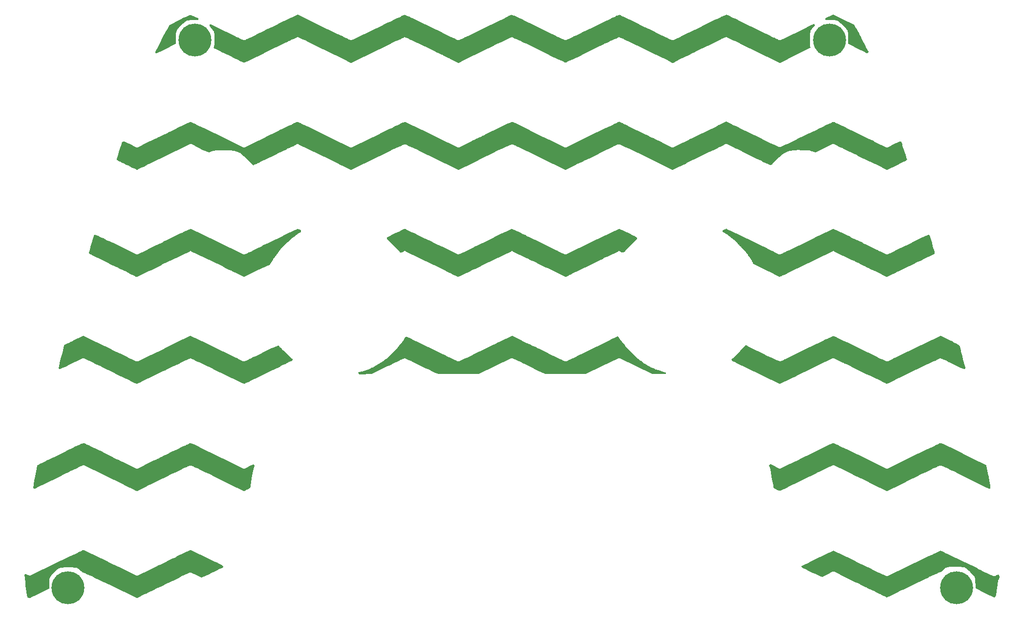
<source format=gts>
G04*
G04 #@! TF.GenerationSoftware,Altium Limited,Altium Designer,21.1.1 (26)*
G04*
G04 Layer_Color=8388736*
%FSLAX25Y25*%
%MOIN*%
G70*
G04*
G04 #@! TF.SameCoordinates,2E0BF697-75A6-4CC4-BED8-DE0F4DE65696*
G04*
G04*
G04 #@! TF.FilePolarity,Negative*
G04*
G01*
G75*
%ADD10C,0.22453*%
G36*
X219136Y253637D02*
X219137D01*
X219161Y253633D01*
X219187Y253630D01*
X219188Y253630D01*
X219189Y253629D01*
X219214Y253623D01*
X219237Y253617D01*
X219238Y253616D01*
X219240Y253616D01*
X219263Y253606D01*
X219286Y253597D01*
X226005Y250313D01*
X226005Y250313D01*
X232967Y246909D01*
X232976Y246904D01*
X232986Y246900D01*
X232999Y246891D01*
X233013Y246883D01*
X233021Y246877D01*
X233030Y246871D01*
X233042Y246861D01*
X233054Y246852D01*
X233062Y246844D01*
X233070Y246837D01*
X233080Y246826D01*
X233091Y246815D01*
X233098Y246806D01*
X233105Y246799D01*
X233114Y246786D01*
X233123Y246773D01*
X233129Y246764D01*
X233135Y246756D01*
X234295Y244821D01*
X234295Y244820D01*
X234296Y244820D01*
X234308Y244796D01*
X234319Y244774D01*
X234319Y244774D01*
X234319Y244773D01*
X234328Y244750D01*
X235066Y243546D01*
X235070Y243537D01*
X235076Y243528D01*
X236725Y240490D01*
X236733Y240483D01*
X236747Y240470D01*
X236747Y240470D01*
X236747Y240469D01*
X236767Y240445D01*
X236780Y240429D01*
X236781Y240429D01*
X236781Y240429D01*
X236796Y240404D01*
X236808Y240385D01*
X236808Y240385D01*
X236808Y240384D01*
X238197Y237800D01*
X238197Y237799D01*
X238197Y237799D01*
X238208Y237776D01*
X238218Y237752D01*
X238219Y237752D01*
X238219Y237751D01*
X238226Y237727D01*
X238234Y237702D01*
X238234Y237701D01*
X238234Y237701D01*
X238237Y237684D01*
X241342Y231747D01*
X241345Y231740D01*
X241349Y231734D01*
X242217Y229919D01*
X242225Y229909D01*
X242225Y229908D01*
X242226Y229908D01*
X242238Y229886D01*
X242251Y229864D01*
X242251Y229863D01*
X242251Y229862D01*
X243048Y228205D01*
X243052Y228195D01*
X243057Y228186D01*
X243062Y228171D01*
X243068Y228157D01*
X243070Y228146D01*
X243074Y228136D01*
X243077Y228121D01*
X243081Y228106D01*
X243082Y228095D01*
X243084Y228084D01*
X243085Y228069D01*
X243087Y228054D01*
X243087Y228043D01*
X243088Y228032D01*
X243087Y228017D01*
X243087Y228001D01*
X243085Y227991D01*
X243084Y227980D01*
X243081Y227965D01*
X243079Y227949D01*
X243076Y227939D01*
X243074Y227928D01*
X243069Y227914D01*
X243065Y227899D01*
X243061Y227889D01*
X243057Y227879D01*
X243051Y227865D01*
X243044Y227851D01*
X243039Y227841D01*
X243034Y227832D01*
X243026Y227819D01*
X243018Y227805D01*
X243011Y227797D01*
X243005Y227788D01*
X242995Y227776D01*
X242986Y227764D01*
X242978Y227757D01*
X242971Y227749D01*
X242597Y227373D01*
X242588Y227366D01*
X242581Y227358D01*
X242569Y227349D01*
X242557Y227338D01*
X242548Y227332D01*
X242540Y227326D01*
X242526Y227318D01*
X242513Y227309D01*
X242504Y227304D01*
X242495Y227299D01*
X242480Y227293D01*
X242467Y227286D01*
X242456Y227282D01*
X242446Y227278D01*
X242432Y227274D01*
X242417Y227269D01*
X242406Y227267D01*
X242396Y227264D01*
X242381Y227262D01*
X242366Y227259D01*
X242355Y227258D01*
X242344Y227256D01*
X242329Y227256D01*
X242313Y227255D01*
X242302Y227256D01*
X242292Y227256D01*
X242276Y227257D01*
X242261Y227258D01*
X242250Y227260D01*
X242240Y227262D01*
X242225Y227266D01*
X242209Y227269D01*
X242199Y227272D01*
X242189Y227275D01*
X242175Y227280D01*
X242160Y227285D01*
X242150Y227290D01*
X242140Y227294D01*
X241282Y227703D01*
X241281Y227703D01*
X241281Y227703D01*
X240041Y228298D01*
X240041Y228299D01*
X240040Y228299D01*
X238717Y228938D01*
X238717Y228938D01*
X238716Y228938D01*
X237323Y229615D01*
X237323Y229616D01*
X237323Y229616D01*
X229490Y233433D01*
X229478Y233440D01*
X229466Y233446D01*
X229455Y233453D01*
X229445Y233459D01*
X229434Y233467D01*
X229422Y233475D01*
X229413Y233483D01*
X229403Y233491D01*
X229393Y233501D01*
X229382Y233510D01*
X229375Y233519D01*
X229366Y233528D01*
X229357Y233539D01*
X229348Y233549D01*
X229341Y233559D01*
X229334Y233569D01*
X229327Y233581D01*
X229319Y233593D01*
X229313Y233604D01*
X229307Y233614D01*
X229302Y233627D01*
X229296Y233640D01*
X229292Y233651D01*
X229287Y233663D01*
X229283Y233676D01*
X229279Y233689D01*
X229276Y233701D01*
X229273Y233713D01*
X229271Y233727D01*
X229269Y233741D01*
X229268Y233753D01*
X229266Y233765D01*
X229266Y233779D01*
X229265Y233793D01*
Y236734D01*
X229265Y236741D01*
X229265Y236748D01*
X229282Y237241D01*
X229282Y237241D01*
X229282Y237241D01*
X229285Y237326D01*
X229272Y237708D01*
Y237708D01*
Y237708D01*
X229232Y238829D01*
X229232Y238843D01*
X229232Y238857D01*
X229233Y238870D01*
X229233Y238882D01*
X229236Y238895D01*
X229237Y238910D01*
X229247Y238967D01*
X229227Y239589D01*
X229206Y239680D01*
X229205Y239688D01*
X229203Y239696D01*
X229201Y239714D01*
X229198Y239732D01*
X229198Y239740D01*
X229197Y239748D01*
X229177Y240097D01*
X229177Y240122D01*
Y240146D01*
X229178Y240147D01*
X229178Y240149D01*
X229181Y240173D01*
X229184Y240198D01*
X229188Y240215D01*
X229186Y240222D01*
X229186Y240225D01*
X229185Y240227D01*
X229183Y240250D01*
X229180Y240274D01*
Y240277D01*
X229179Y240279D01*
X229158Y240672D01*
X229158Y240672D01*
X229157Y240705D01*
X229138Y240802D01*
X229134Y240826D01*
X229131Y240849D01*
X229108Y241146D01*
Y241146D01*
X229105Y241182D01*
X229085Y241353D01*
X229028Y241807D01*
X229012Y241882D01*
X229010Y241893D01*
X229008Y241903D01*
X228937Y242242D01*
X228815Y242563D01*
X228813Y242569D01*
X228811Y242576D01*
X228806Y242594D01*
X228800Y242613D01*
X228799Y242619D01*
X228797Y242626D01*
X228795Y242637D01*
X228767Y242693D01*
X228759Y242711D01*
X228751Y242728D01*
X228720Y242811D01*
X228629Y242961D01*
X228624Y242970D01*
X228619Y242979D01*
X228454Y243288D01*
X228409Y243342D01*
X228409Y243342D01*
X228409Y243342D01*
X228018Y243819D01*
X227709Y244196D01*
X227697Y244212D01*
X227685Y244227D01*
X227668Y244253D01*
X227663Y244256D01*
X227643Y244271D01*
X227624Y244286D01*
X227623Y244287D01*
X227621Y244288D01*
X227603Y244306D01*
X227586Y244323D01*
X227085Y244883D01*
X227084Y244885D01*
X227083Y244886D01*
X227068Y244906D01*
X227053Y244924D01*
X227052Y244926D01*
X227051Y244928D01*
X227018Y244977D01*
X227015Y244979D01*
X227003Y244991D01*
X226990Y245003D01*
X226703Y245303D01*
X226699Y245307D01*
X226695Y245311D01*
X226287Y245762D01*
X226111Y245943D01*
X225953Y246087D01*
X225953Y246087D01*
D01*
X224188Y247705D01*
X224187Y247706D01*
X223922Y247949D01*
X223907Y247965D01*
X223891Y247980D01*
X223889Y247983D01*
X223886Y247987D01*
X223881Y247994D01*
X223848Y248019D01*
X223843Y248023D01*
X223838Y248027D01*
X223453Y248342D01*
X223448Y248347D01*
X223443Y248351D01*
X223089Y248661D01*
X222769Y248905D01*
X222740Y248923D01*
X222740Y248923D01*
X222446Y249103D01*
X222431Y249114D01*
X222415Y249124D01*
X222213Y249276D01*
X221858Y249446D01*
X221847Y249448D01*
X221436Y249559D01*
X221430Y249561D01*
X221424Y249563D01*
X221186Y249635D01*
X219980Y249753D01*
X219961Y249757D01*
X219941Y249759D01*
X219935Y249761D01*
X219929Y249762D01*
X219921Y249764D01*
X219914Y249765D01*
X219895Y249763D01*
X219892Y249763D01*
X219888Y249762D01*
X219866Y249762D01*
X219842Y249762D01*
X219505Y249778D01*
X219505Y249778D01*
X219505Y249778D01*
X219094Y249798D01*
D01*
X219094D01*
X218865Y249810D01*
X218862Y249810D01*
X218859D01*
X218836Y249813D01*
X218813Y249816D01*
X218810Y249816D01*
X218807Y249817D01*
X218688Y249840D01*
X218291Y249833D01*
X218280Y249833D01*
X218268Y249833D01*
X217891Y249848D01*
X217891Y249848D01*
X217890D01*
X217831Y249850D01*
X217828Y249851D01*
X217826Y249850D01*
X217804Y249852D01*
X217802Y249852D01*
X217800D01*
X217389Y249878D01*
X217381Y249877D01*
X217363Y249877D01*
X217345Y249876D01*
X216889Y249887D01*
X216886Y249888D01*
X216883Y249887D01*
X216336Y249909D01*
X214096Y249821D01*
X214086Y249821D01*
X214075Y249821D01*
X214059Y249822D01*
X214044Y249822D01*
X214033Y249824D01*
X214022Y249825D01*
X214007Y249828D01*
X213992Y249831D01*
X213982Y249834D01*
X213971Y249836D01*
X213957Y249841D01*
X213942Y249845D01*
X213932Y249850D01*
X213922Y249853D01*
X213908Y249861D01*
X213894Y249867D01*
X213885Y249872D01*
X213875Y249877D01*
X213862Y249886D01*
X213849Y249894D01*
X213841Y249901D01*
X213832Y249907D01*
X213821Y249918D01*
X213809Y249927D01*
X213801Y249935D01*
X213793Y249942D01*
X213783Y249954D01*
X213773Y249965D01*
X213766Y249974D01*
X213759Y249982D01*
X213751Y249995D01*
X213742Y250008D01*
X213737Y250017D01*
X213731Y250026D01*
X213724Y250040D01*
X213717Y250054D01*
X213713Y250064D01*
X213708Y250074D01*
X213703Y250088D01*
X213698Y250103D01*
X213695Y250113D01*
X213692Y250124D01*
X213567Y250619D01*
X213565Y250630D01*
X213562Y250640D01*
X213560Y250655D01*
X213558Y250671D01*
X213557Y250681D01*
X213556Y250692D01*
X213556Y250708D01*
X213555Y250723D01*
X213556Y250734D01*
X213556Y250745D01*
X213558Y250760D01*
X213559Y250775D01*
X213561Y250786D01*
X213563Y250797D01*
X213567Y250811D01*
X213570Y250827D01*
X213574Y250837D01*
X213577Y250847D01*
X213582Y250861D01*
X213588Y250876D01*
X213593Y250886D01*
X213597Y250896D01*
X213605Y250909D01*
X213612Y250923D01*
X213618Y250932D01*
X213623Y250941D01*
X213633Y250953D01*
X213641Y250966D01*
X213649Y250974D01*
X213655Y250982D01*
X213666Y250993D01*
X213677Y251005D01*
X213685Y251012D01*
X213692Y251019D01*
X213705Y251029D01*
X213716Y251039D01*
X213726Y251045D01*
X213734Y251051D01*
X213747Y251059D01*
X213760Y251067D01*
X213770Y251072D01*
X213780Y251077D01*
X218934Y253597D01*
X218957Y253606D01*
X218980Y253616D01*
X218981Y253616D01*
X218982Y253617D01*
X219006Y253623D01*
X219030Y253629D01*
X219032Y253630D01*
X219033Y253630D01*
X219058Y253633D01*
X219082Y253637D01*
X219083D01*
X219085Y253637D01*
X219110Y253637D01*
X219135Y253637D01*
X219136Y253637D01*
D02*
G37*
G36*
X-219747Y253385D02*
X-219739Y253385D01*
X-219721Y253383D01*
X-219702Y253381D01*
X-219695Y253379D01*
X-219688Y253378D01*
X-219294Y253296D01*
X-219290Y253295D01*
X-219286Y253294D01*
X-219275D01*
X-219260Y253292D01*
X-219244Y253291D01*
X-219234Y253289D01*
X-219223Y253288D01*
X-219208Y253284D01*
X-219193Y253281D01*
X-219183Y253277D01*
X-219172Y253274D01*
X-218569Y253069D01*
X-218540Y253058D01*
X-218520Y253049D01*
X-218087Y252835D01*
X-218085Y252835D01*
X-218084Y252834D01*
X-218063Y252822D01*
X-218041Y252809D01*
X-218040Y252808D01*
X-218039Y252807D01*
X-218020Y252793D01*
X-218018Y252792D01*
X-217654Y252626D01*
X-216472Y252091D01*
X-216453Y252089D01*
X-216453Y252089D01*
X-216452Y252088D01*
X-216425Y252082D01*
X-216402Y252076D01*
X-216402Y252076D01*
X-216402Y252076D01*
X-216376Y252066D01*
X-216354Y252057D01*
X-216353Y252057D01*
X-216353Y252057D01*
X-214292Y251086D01*
X-214281Y251080D01*
X-214270Y251075D01*
X-214259Y251067D01*
X-214246Y251061D01*
X-214236Y251054D01*
X-214226Y251047D01*
X-214215Y251038D01*
X-214204Y251030D01*
X-214195Y251021D01*
X-214186Y251013D01*
X-214177Y251003D01*
X-214166Y250993D01*
X-214159Y250984D01*
X-214151Y250974D01*
X-214142Y250963D01*
X-214134Y250952D01*
X-214127Y250942D01*
X-214120Y250932D01*
X-214114Y250919D01*
X-214107Y250907D01*
X-214102Y250896D01*
X-214096Y250885D01*
X-214091Y250872D01*
X-214086Y250859D01*
X-214082Y250847D01*
X-214078Y250836D01*
X-214075Y250822D01*
X-214071Y250809D01*
X-214070Y250797D01*
X-214067Y250785D01*
X-214066Y250771D01*
X-214064Y250757D01*
X-214063Y250745D01*
X-214062Y250732D01*
X-214063Y250718D01*
X-214063Y250705D01*
X-214064Y250692D01*
X-214065Y250680D01*
X-214067Y250666D01*
X-214069Y250652D01*
X-214071Y250641D01*
X-214074Y250628D01*
X-214195Y250133D01*
X-214198Y250121D01*
X-214201Y250109D01*
X-214206Y250096D01*
X-214211Y250083D01*
X-214216Y250072D01*
X-214220Y250060D01*
X-214227Y250048D01*
X-214233Y250035D01*
X-214239Y250025D01*
X-214245Y250014D01*
X-214253Y250003D01*
X-214261Y249991D01*
X-214269Y249981D01*
X-214276Y249972D01*
X-214286Y249961D01*
X-214295Y249951D01*
X-214304Y249942D01*
X-214312Y249934D01*
X-214323Y249925D01*
X-214333Y249915D01*
X-214343Y249908D01*
X-214353Y249901D01*
X-214365Y249893D01*
X-214376Y249885D01*
X-214387Y249880D01*
X-214398Y249873D01*
X-214410Y249868D01*
X-214423Y249861D01*
X-214434Y249857D01*
X-214445Y249852D01*
X-214459Y249848D01*
X-214472Y249843D01*
X-214484Y249840D01*
X-214496Y249837D01*
X-214510Y249835D01*
X-214523Y249832D01*
X-214535Y249831D01*
X-214547Y249829D01*
X-214562Y249828D01*
X-214575Y249827D01*
X-214588Y249828D01*
X-214600Y249827D01*
X-214992Y249843D01*
X-214998Y249843D01*
X-215003D01*
X-215023Y249846D01*
X-215044Y249848D01*
X-215050Y249850D01*
X-215055Y249850D01*
X-215094Y249858D01*
X-215108Y249857D01*
X-215552Y249861D01*
X-215558Y249862D01*
X-215563Y249861D01*
X-216467Y249894D01*
X-216517Y249895D01*
X-217343Y249865D01*
X-217348Y249865D01*
X-217353Y249865D01*
X-217802Y249860D01*
X-217812Y249861D01*
X-217844Y249854D01*
X-217849Y249854D01*
X-217854Y249852D01*
X-217875Y249850D01*
X-217896Y249848D01*
X-217901D01*
X-217906Y249847D01*
X-218167Y249837D01*
X-218167D01*
X-218167D01*
X-218667Y249817D01*
X-218678Y249817D01*
X-218690Y249817D01*
X-219088Y249824D01*
X-219103Y249821D01*
X-219104Y249821D01*
X-219209Y249800D01*
X-219212Y249800D01*
X-219215Y249799D01*
X-219238Y249796D01*
X-219261Y249793D01*
X-219264D01*
X-219267Y249793D01*
X-219661Y249774D01*
X-219661D01*
X-219661D01*
X-220179Y249748D01*
X-220202Y249749D01*
X-220225Y249749D01*
X-220228Y249749D01*
X-220231Y249749D01*
X-220251Y249752D01*
X-220251Y249752D01*
X-220274Y249745D01*
X-220277Y249745D01*
X-220279Y249745D01*
X-220361Y249728D01*
X-220384Y249725D01*
X-220407Y249722D01*
X-221273Y249654D01*
X-221734Y249567D01*
X-221734Y249567D01*
X-221744Y249565D01*
X-221755Y249564D01*
X-221765Y249562D01*
X-221790Y249558D01*
X-221958Y249489D01*
X-221966Y249486D01*
X-221974Y249482D01*
X-221991Y249478D01*
X-222008Y249472D01*
X-222016Y249470D01*
X-222025Y249468D01*
X-222056Y249461D01*
X-222126Y249414D01*
X-222143Y249404D01*
X-222160Y249394D01*
X-222848Y249026D01*
X-222956Y248938D01*
X-222965Y248931D01*
X-222974Y248923D01*
X-223364Y248640D01*
X-223726Y248322D01*
X-223729Y248320D01*
X-223732Y248317D01*
X-224113Y247996D01*
X-224131Y247983D01*
X-224148Y247970D01*
X-224196Y247938D01*
X-224534Y247611D01*
X-224539Y247607D01*
X-224544Y247603D01*
X-224559Y247588D01*
X-224564Y247585D01*
X-224569Y247580D01*
X-224715Y247456D01*
X-224718Y247454D01*
X-224721Y247451D01*
X-224942Y247270D01*
X-224951Y247257D01*
X-224957Y247251D01*
X-224963Y247243D01*
X-224975Y247231D01*
X-224986Y247219D01*
X-225275Y246940D01*
X-225280Y246936D01*
X-225284Y246932D01*
X-225771Y246491D01*
X-225771Y246491D01*
X-226080Y246205D01*
X-226098Y246186D01*
X-226098Y246186D01*
X-226098Y246186D01*
X-226970Y245223D01*
X-226975Y245219D01*
X-226979Y245214D01*
X-227236Y244947D01*
X-227248Y244936D01*
X-227260Y244924D01*
X-227268Y244918D01*
X-227275Y244912D01*
X-227283Y244907D01*
X-227290Y244897D01*
X-227302Y244880D01*
X-227623Y244496D01*
X-227626Y244493D01*
X-227629Y244489D01*
X-227852Y244235D01*
X-227852Y244235D01*
D01*
X-227889Y244198D01*
X-227914Y244178D01*
X-227947Y244130D01*
X-227958Y244116D01*
X-227969Y244102D01*
X-228229Y243787D01*
X-228229Y243787D01*
X-228229Y243787D01*
X-228287Y243716D01*
X-228290Y243714D01*
X-228292Y243711D01*
X-228468Y243504D01*
X-228502Y243450D01*
X-228507Y243443D01*
X-228512Y243434D01*
X-228784Y243033D01*
X-228891Y242787D01*
X-228892Y242784D01*
X-228894Y242780D01*
X-228904Y242760D01*
X-228915Y242740D01*
X-228917Y242737D01*
X-228919Y242734D01*
X-228919Y242734D01*
X-228928Y242685D01*
X-228932Y242672D01*
X-228934Y242659D01*
X-228939Y242647D01*
X-228942Y242635D01*
X-228947Y242622D01*
X-228951Y242610D01*
X-229184Y242048D01*
X-229281Y241632D01*
X-229340Y241179D01*
X-229346Y241115D01*
X-229346Y241114D01*
X-229346Y241113D01*
X-229388Y240663D01*
X-229391Y240646D01*
X-229393Y240630D01*
X-229413Y240517D01*
X-229416Y240453D01*
D01*
Y240453D01*
X-229437Y240101D01*
X-229437Y240099D01*
Y240098D01*
X-229440Y240074D01*
X-229443Y240049D01*
X-229444Y240047D01*
X-229444Y240046D01*
X-229448Y240026D01*
X-229446Y240011D01*
Y240010D01*
X-229446Y240009D01*
Y239985D01*
X-229445Y239958D01*
X-229476Y239459D01*
X-229476Y239459D01*
Y239458D01*
X-229480Y239433D01*
X-229481Y239425D01*
X-229480Y239422D01*
X-229480Y239412D01*
X-229478Y239403D01*
Y239386D01*
X-229477Y239369D01*
X-229484Y238977D01*
X-229485Y238971D01*
X-229485Y238965D01*
X-229492Y238827D01*
X-229492Y238820D01*
X-229492Y238813D01*
X-229495Y238794D01*
X-229498Y238775D01*
X-229499Y238768D01*
X-229500Y238762D01*
X-229510Y238715D01*
X-229522Y238012D01*
X-229520Y238001D01*
X-229520Y237991D01*
X-229519Y237981D01*
X-229519Y237965D01*
X-229519Y237948D01*
X-229546Y237119D01*
X-229545Y237103D01*
Y237103D01*
X-229527Y236611D01*
X-229527Y236604D01*
X-229527Y236597D01*
Y233819D01*
X-229528Y233804D01*
X-229528Y233790D01*
X-229530Y233778D01*
X-229531Y233766D01*
X-229533Y233752D01*
X-229535Y233738D01*
X-229538Y233727D01*
X-229541Y233715D01*
X-229545Y233701D01*
X-229549Y233687D01*
X-229554Y233677D01*
X-229557Y233665D01*
X-229564Y233652D01*
X-229569Y233639D01*
X-229575Y233629D01*
X-229581Y233618D01*
X-229589Y233606D01*
X-229596Y233594D01*
X-229603Y233584D01*
X-229610Y233575D01*
X-229619Y233564D01*
X-229628Y233552D01*
X-229637Y233544D01*
X-229644Y233535D01*
X-229655Y233526D01*
X-229665Y233516D01*
X-229675Y233508D01*
X-229684Y233501D01*
X-229696Y233493D01*
X-229707Y233484D01*
X-229718Y233478D01*
X-229728Y233471D01*
X-229740Y233465D01*
X-229753Y233458D01*
X-237541Y229674D01*
X-237541Y229674D01*
X-237541Y229674D01*
X-242388Y227318D01*
X-242388Y227318D01*
X-242389Y227318D01*
X-242634Y227199D01*
X-242645Y227195D01*
X-242656Y227190D01*
X-242670Y227185D01*
X-242683Y227180D01*
X-242694Y227177D01*
X-242706Y227173D01*
X-242720Y227170D01*
X-242734Y227166D01*
X-242745Y227165D01*
X-242757Y227163D01*
X-242771Y227162D01*
X-242786Y227160D01*
X-242798Y227160D01*
X-242809Y227159D01*
X-242824Y227160D01*
X-242838Y227161D01*
X-242850Y227162D01*
X-242862Y227163D01*
X-242876Y227166D01*
X-242890Y227168D01*
X-242902Y227171D01*
X-242913Y227173D01*
X-242927Y227178D01*
X-242941Y227182D01*
X-242951Y227186D01*
X-242963Y227190D01*
X-242976Y227197D01*
X-242989Y227202D01*
X-242999Y227208D01*
X-243010Y227214D01*
X-243022Y227222D01*
X-243034Y227229D01*
X-243043Y227236D01*
X-243053Y227243D01*
X-243064Y227252D01*
X-243075Y227261D01*
X-243084Y227270D01*
X-243093Y227277D01*
X-243445Y227632D01*
X-243453Y227641D01*
X-243462Y227649D01*
X-243470Y227660D01*
X-243480Y227671D01*
X-243486Y227681D01*
X-243494Y227690D01*
X-243501Y227703D01*
X-243509Y227715D01*
X-243514Y227725D01*
X-243520Y227735D01*
X-243526Y227749D01*
X-243532Y227762D01*
X-243536Y227773D01*
X-243540Y227784D01*
X-243544Y227798D01*
X-243549Y227812D01*
X-243551Y227823D01*
X-243554Y227834D01*
X-243556Y227849D01*
X-243559Y227863D01*
X-243560Y227875D01*
X-243561Y227886D01*
X-243561Y227901D01*
X-243562Y227915D01*
X-243562Y227927D01*
X-243562Y227939D01*
X-243560Y227953D01*
X-243559Y227968D01*
X-243556Y227979D01*
X-243555Y227991D01*
X-243551Y228005D01*
X-243548Y228019D01*
X-243545Y228030D01*
X-243542Y228042D01*
X-243536Y228055D01*
X-243532Y228069D01*
X-243526Y228079D01*
X-243522Y228090D01*
X-243079Y228999D01*
X-243078Y229000D01*
X-243078Y229002D01*
X-241892Y231387D01*
X-241891Y231388D01*
X-241891Y231390D01*
X-240594Y233960D01*
X-240593Y233961D01*
X-240593Y233963D01*
X-237983Y239035D01*
X-237982Y239037D01*
X-237981Y239039D01*
X-236839Y241206D01*
X-236837Y241208D01*
X-236836Y241211D01*
X-235917Y242907D01*
X-235916Y242907D01*
X-235916Y242908D01*
X-235902Y242930D01*
X-235889Y242951D01*
X-235889Y242951D01*
X-235888Y242952D01*
X-235872Y242972D01*
X-235855Y242991D01*
X-235855Y242992D01*
X-235855Y242992D01*
X-235837Y243009D01*
X-235833Y243012D01*
X-235293Y243989D01*
X-235292Y243991D01*
X-235283Y244007D01*
X-235283Y244007D01*
X-233732Y246507D01*
X-233730Y246510D01*
X-233728Y246514D01*
X-233715Y246532D01*
X-233702Y246549D01*
X-233699Y246552D01*
X-233696Y246556D01*
X-233681Y246572D01*
X-233666Y246587D01*
X-233663Y246590D01*
X-233660Y246593D01*
X-233643Y246607D01*
X-233626Y246621D01*
X-233622Y246623D01*
X-233619Y246626D01*
X-233599Y246637D01*
X-233581Y246649D01*
X-233577Y246650D01*
X-233574Y246653D01*
X-227231Y249877D01*
X-227230Y249878D01*
X-227228Y249879D01*
X-224066Y251459D01*
X-224064Y251460D01*
X-224062Y251461D01*
X-223121Y251920D01*
X-223120Y251921D01*
X-223119Y251921D01*
X-222255Y252336D01*
X-222254Y252337D01*
X-222253Y252337D01*
X-221486Y252699D01*
X-221484Y252700D01*
X-221482Y252701D01*
X-220835Y252999D01*
X-220834Y252999D01*
X-220833Y253000D01*
X-220809Y253009D01*
X-220786Y253018D01*
X-220785Y253018D01*
X-220784Y253018D01*
X-220767Y253023D01*
X-220294Y253218D01*
X-220285Y253222D01*
X-220275Y253225D01*
X-220260Y253230D01*
X-220237Y253240D01*
X-220230Y253242D01*
X-220223Y253245D01*
X-219909Y253362D01*
X-219901Y253364D01*
X-219895Y253366D01*
X-219877Y253371D01*
X-219859Y253377D01*
X-219851Y253378D01*
X-219844Y253380D01*
X-219825Y253382D01*
X-219807Y253385D01*
X-219799Y253385D01*
X-219792Y253386D01*
X-219773Y253386D01*
X-219754Y253386D01*
X-219747Y253385D01*
D02*
G37*
G36*
X-146352Y253626D02*
X-146327Y253626D01*
X-146325Y253626D01*
X-146323Y253626D01*
X-146299Y253622D01*
X-146275Y253619D01*
X-146273Y253619D01*
X-146271Y253619D01*
X-146248Y253612D01*
X-146225Y253606D01*
X-146223Y253605D01*
X-146221Y253605D01*
X-146199Y253595D01*
X-146176Y253586D01*
X-128727Y245070D01*
X-128726Y245070D01*
X-128726Y245069D01*
X-123011Y242290D01*
X-123010Y242290D01*
X-123009Y242289D01*
X-120396Y241025D01*
X-120395Y241025D01*
X-120394Y241024D01*
X-117994Y239869D01*
X-117993Y239869D01*
X-117992Y239868D01*
X-115846Y238840D01*
X-115844Y238839D01*
X-115843Y238839D01*
X-113988Y237956D01*
X-113986Y237955D01*
X-113984Y237954D01*
X-112459Y237235D01*
X-112459Y237235D01*
X-112457Y237234D01*
X-112454Y237232D01*
X-112454Y237232D01*
X-111333Y236713D01*
X-111251Y236693D01*
X-111237Y236688D01*
X-111223Y236685D01*
X-111212Y236680D01*
X-111201Y236677D01*
X-111187Y236671D01*
X-111174Y236665D01*
X-110513Y236353D01*
X-110496Y236344D01*
X-110492Y236341D01*
X-110486Y236339D01*
X-110229Y236236D01*
X-110202Y236227D01*
X-110201Y236227D01*
X-110192Y236227D01*
X-110183D01*
X-110166Y236225D01*
X-110149Y236223D01*
X-110140Y236221D01*
X-110131Y236220D01*
X-109824Y236159D01*
X-109441Y236235D01*
X-109430Y236242D01*
X-109419Y236249D01*
X-109408Y236256D01*
X-109396Y236262D01*
X-109385Y236269D01*
X-109373Y236274D01*
X-109361Y236280D01*
X-108759Y236529D01*
X-108759Y236529D01*
X-108352Y236697D01*
X-108348Y236699D01*
X-108344Y236701D01*
X-108336Y236703D01*
X-108325Y236708D01*
X-108325Y236708D01*
X-107212Y237225D01*
X-107212Y237225D01*
X-107210Y237226D01*
X-107207Y237228D01*
X-107207Y237228D01*
X-105696Y237941D01*
X-105694Y237942D01*
X-105692Y237943D01*
X-103854Y238819D01*
X-103853Y238820D01*
X-103851Y238820D01*
X-101724Y239841D01*
X-101723Y239841D01*
X-101723Y239842D01*
X-99345Y240988D01*
X-99344Y240989D01*
X-99344Y240989D01*
X-96754Y242243D01*
X-96753Y242244D01*
X-96753Y242244D01*
X-93990Y243587D01*
X-93989Y243588D01*
X-93989Y243588D01*
X-91091Y245002D01*
X-91091Y245003D01*
X-91091Y245003D01*
X-85434Y247760D01*
X-85434Y247760D01*
X-85433Y247760D01*
X-82851Y249013D01*
X-82851Y249013D01*
X-82851Y249013D01*
X-80479Y250160D01*
X-80478Y250160D01*
X-80478Y250160D01*
X-78360Y251179D01*
X-78360Y251179D01*
X-78360Y251179D01*
X-76531Y252055D01*
X-76530Y252055D01*
X-76530Y252055D01*
X-75033Y252766D01*
X-75032Y252766D01*
X-75031Y252767D01*
X-73933Y253281D01*
X-73908Y253299D01*
X-73889Y253311D01*
X-73871Y253324D01*
X-73867Y253325D01*
X-73864Y253328D01*
X-73844Y253337D01*
X-73824Y253347D01*
X-73435Y253508D01*
X-73430Y253510D01*
X-73425Y253512D01*
X-73405Y253518D01*
X-73385Y253525D01*
X-73380Y253526D01*
X-73375Y253527D01*
X-73355Y253531D01*
X-73334Y253535D01*
X-73328Y253536D01*
X-73324Y253536D01*
X-73303Y253537D01*
X-73281Y253539D01*
X-73276Y253538D01*
X-73271Y253538D01*
X-73250Y253537D01*
X-73229Y253535D01*
X-73224Y253534D01*
X-73219Y253534D01*
X-73198Y253529D01*
X-73177Y253525D01*
X-73173Y253523D01*
X-73168Y253522D01*
X-73148Y253515D01*
X-73128Y253508D01*
X-73123Y253506D01*
X-73119Y253504D01*
X-72682Y253311D01*
X-72680Y253310D01*
X-72678Y253309D01*
X-72005Y253002D01*
X-72004Y253001D01*
X-72003Y253000D01*
X-71181Y252618D01*
X-71180Y252618D01*
X-71179Y252617D01*
X-70235Y252173D01*
X-70235Y252173D01*
X-70234Y252172D01*
X-69179Y251671D01*
X-69179Y251671D01*
X-69178Y251671D01*
X-68032Y251121D01*
X-68031Y251121D01*
X-68031Y251120D01*
X-65540Y249913D01*
X-65539Y249913D01*
X-65539Y249913D01*
X-53963Y244267D01*
X-53963Y244266D01*
X-53962Y244266D01*
X-49529Y242109D01*
X-49529Y242109D01*
X-49528Y242108D01*
X-45904Y240350D01*
X-45903Y240349D01*
X-45902Y240349D01*
X-43016Y238955D01*
X-43015Y238954D01*
X-43014Y238953D01*
X-40794Y237889D01*
X-40792Y237888D01*
X-40791Y237888D01*
X-40791Y237888D01*
X-40789Y237887D01*
X-39188Y237129D01*
X-39187Y237129D01*
X-39185Y237128D01*
X-39183Y237127D01*
X-39162Y237117D01*
X-39139Y237107D01*
X-39138Y237106D01*
X-39136Y237105D01*
X-39134Y237104D01*
X-38094Y236624D01*
X-38051Y236614D01*
X-38033Y236608D01*
X-38015Y236604D01*
X-38008Y236601D01*
X-38001Y236598D01*
X-37984Y236591D01*
X-37967Y236583D01*
X-37447Y236327D01*
X-37417Y236317D01*
X-37417Y236317D01*
X-37417Y236317D01*
X-37389Y236305D01*
X-37369Y236297D01*
X-37369Y236297D01*
X-37368Y236297D01*
X-37339Y236280D01*
X-36732Y236159D01*
X-36441Y236217D01*
X-36429Y236218D01*
X-36418Y236221D01*
X-36403Y236222D01*
X-36389Y236224D01*
X-36377D01*
X-36366Y236224D01*
X-36362Y236224D01*
X-36357Y236226D01*
X-36346Y236233D01*
X-36334Y236238D01*
X-36322Y236244D01*
X-35972Y236389D01*
X-35963Y236392D01*
X-35954Y236396D01*
X-35938Y236401D01*
X-35922Y236406D01*
X-35913Y236408D01*
X-35904Y236410D01*
X-35819Y236429D01*
X-35394Y236614D01*
X-35391Y236616D01*
X-35389Y236617D01*
X-35387Y236618D01*
X-35365Y236628D01*
X-35344Y236638D01*
X-35341Y236638D01*
X-35339Y236639D01*
X-35336Y236640D01*
X-34751Y236904D01*
X-34750Y236905D01*
X-34727Y236915D01*
X-34705Y236925D01*
X-34703Y236926D01*
X-33967Y237265D01*
X-33965Y237265D01*
X-33964Y237266D01*
X-33962Y237267D01*
X-33092Y237673D01*
X-33090Y237673D01*
X-33088Y237674D01*
X-32122Y238130D01*
X-32120Y238131D01*
X-32119Y238132D01*
X-31071Y238630D01*
X-31069Y238631D01*
X-31067Y238632D01*
X-28792Y239728D01*
X-28790Y239729D01*
X-28789Y239730D01*
X-20064Y243970D01*
X-20064Y243970D01*
X-20063Y243970D01*
X-16061Y245918D01*
X-16061Y245918D01*
X-16061Y245918D01*
X-12379Y247712D01*
X-12379Y247712D01*
X-12379Y247712D01*
X-9077Y249323D01*
X-9077Y249323D01*
X-9077Y249323D01*
X-6215Y250722D01*
X-6215Y250722D01*
X-6214Y250722D01*
X-3853Y251879D01*
X-3853Y251880D01*
X-3852Y251880D01*
X-2051Y252766D01*
X-2049Y252767D01*
X-2048Y252768D01*
X-902Y253336D01*
X-825Y253395D01*
X-814Y253403D01*
X-803Y253411D01*
X-792Y253417D01*
X-782Y253424D01*
X-770Y253431D01*
X-758Y253437D01*
X-751Y253441D01*
X-747Y253442D01*
X-744Y253444D01*
X-736Y253447D01*
X-735Y253448D01*
X-733Y253449D01*
X-723Y253452D01*
X-702Y253461D01*
X-699Y253462D01*
X-696Y253463D01*
X-673Y253469D01*
X-652Y253474D01*
X-648Y253475D01*
X-645Y253476D01*
X-622Y253478D01*
X-600Y253481D01*
X-596D01*
X-593Y253482D01*
X-570Y253481D01*
X-547Y253481D01*
X-544Y253481D01*
X-540Y253481D01*
X-518Y253477D01*
X-495Y253474D01*
X-492Y253473D01*
X-488Y253473D01*
X-29Y253373D01*
X-8Y253367D01*
X12Y253362D01*
X479Y253207D01*
X495Y253201D01*
X512Y253195D01*
X938Y253011D01*
X942Y253008D01*
X947Y253007D01*
X1393Y252801D01*
X1393Y252801D01*
X2157Y252449D01*
X2161Y252448D01*
X2185Y252446D01*
X2186Y252446D01*
X2186Y252445D01*
X2213Y252439D01*
X2236Y252433D01*
X2237Y252433D01*
X2237Y252433D01*
X2262Y252423D01*
X2285Y252414D01*
X2286Y252414D01*
X2286Y252414D01*
X4091Y251574D01*
X4093Y251573D01*
X4095Y251572D01*
X6495Y250426D01*
X6496Y250426D01*
X6497Y250426D01*
X9560Y248944D01*
X9560Y248943D01*
X9561Y248943D01*
X13361Y247091D01*
X13361Y247091D01*
X13361Y247091D01*
X17986Y244828D01*
X17986Y244828D01*
X17987Y244827D01*
X26602Y240624D01*
X26603Y240624D01*
X26604Y240623D01*
X28097Y239898D01*
X28098Y239898D01*
X28098Y239898D01*
X29445Y239245D01*
X29445Y239245D01*
X29446Y239245D01*
X30616Y238679D01*
X30617Y238679D01*
X30618Y238679D01*
X31581Y238215D01*
X31582Y238214D01*
X31584Y238214D01*
X32311Y237867D01*
X32312Y237866D01*
X32313Y237866D01*
X35904Y236160D01*
X35935Y236153D01*
X35941Y236151D01*
X35947Y236149D01*
X35965Y236143D01*
X35985Y236136D01*
X35990Y236134D01*
X35996Y236132D01*
X36014Y236123D01*
X36032Y236114D01*
X36035Y236112D01*
X36160Y236094D01*
X36180Y236090D01*
X36199Y236086D01*
X36321Y236055D01*
X36325Y236056D01*
X36345Y236057D01*
X36365Y236058D01*
X36371Y236058D01*
X36377Y236058D01*
X36397Y236057D01*
X36417Y236056D01*
X36421Y236055D01*
X36543Y236086D01*
X36563Y236090D01*
X36583Y236094D01*
X36707Y236112D01*
X36710Y236114D01*
X36728Y236123D01*
X36746Y236132D01*
X36752Y236134D01*
X36757Y236136D01*
X36777Y236143D01*
X36796Y236149D01*
X36801Y236151D01*
X36807Y236153D01*
X36839Y236160D01*
X40570Y237932D01*
X40572Y237933D01*
X40574Y237934D01*
X42284Y238754D01*
X42285Y238754D01*
X42287Y238755D01*
X43448Y239316D01*
X43449Y239316D01*
X43449Y239316D01*
X44776Y239959D01*
X44776Y239959D01*
X44777Y239959D01*
X46239Y240668D01*
X46240Y240669D01*
X46240Y240669D01*
X47809Y241431D01*
X47809Y241431D01*
X47810Y241432D01*
X54561Y244726D01*
X54561D01*
X54562Y244727D01*
X63085Y248888D01*
X63085Y248889D01*
X63086Y248889D01*
X66179Y250386D01*
X66179Y250386D01*
X66180Y250387D01*
X68608Y251546D01*
X68610Y251547D01*
X68611Y251548D01*
X70435Y252397D01*
X70435Y252397D01*
X70436Y252398D01*
X70458Y252406D01*
X70483Y252416D01*
X70484Y252416D01*
X70485Y252416D01*
X70508Y252422D01*
X70534Y252429D01*
X70535Y252429D01*
X70536Y252429D01*
X70561Y252432D01*
X70564Y252432D01*
X71342Y252790D01*
X71342Y252790D01*
X71788Y252996D01*
X71790Y252997D01*
X71793Y252998D01*
X72250Y253201D01*
X72270Y253208D01*
X72291Y253216D01*
X72734Y253358D01*
X72744Y253361D01*
X72753Y253364D01*
X72768Y253367D01*
X72784Y253371D01*
X72785Y253371D01*
X72785Y253371D01*
X72785Y253371D01*
X73248Y253456D01*
X73255Y253457D01*
X73261Y253458D01*
X73281Y253460D01*
X73300Y253462D01*
X73307Y253462D01*
X73313Y253463D01*
X73333Y253462D01*
X73353Y253462D01*
X73359Y253461D01*
X73366Y253460D01*
X73385Y253457D01*
X73405Y253454D01*
X73411Y253452D01*
X73418Y253451D01*
X73436Y253445D01*
X73455Y253440D01*
X73461Y253437D01*
X73467Y253435D01*
X73485Y253427D01*
X73503Y253419D01*
X73509Y253416D01*
X73515Y253413D01*
X73949Y253173D01*
X73960Y253170D01*
X73961Y253170D01*
X73962Y253169D01*
X73985Y253160D01*
X74008Y253150D01*
X74009Y253150D01*
X74010Y253149D01*
X75019Y252651D01*
X75020Y252650D01*
X75022Y252649D01*
X76549Y251900D01*
X76550Y251900D01*
X76551Y251899D01*
X78662Y250868D01*
X78662Y250868D01*
X78662Y250867D01*
X81439Y249513D01*
X81440Y249513D01*
X81440Y249513D01*
X84966Y247796D01*
X84966Y247796D01*
X84966Y247796D01*
X89323Y245675D01*
X89324Y245675D01*
X89324D01*
X94596Y243111D01*
X94596Y243111D01*
X94596Y243111D01*
X100865Y240063D01*
X100866Y240062D01*
X100867Y240061D01*
X103355Y238860D01*
X103357Y238859D01*
X103359Y238859D01*
X104503Y238312D01*
X104504Y238312D01*
X104506Y238311D01*
X105560Y237812D01*
X105562Y237811D01*
X105563Y237810D01*
X106511Y237366D01*
X106514Y237364D01*
X106516Y237364D01*
X107320Y236991D01*
X107320Y236991D01*
X107344Y236980D01*
X107366Y236970D01*
X107366Y236970D01*
X108006Y236679D01*
X108009Y236678D01*
X108011Y236677D01*
X108013Y236677D01*
X108034Y236667D01*
X108057Y236657D01*
X108059Y236656D01*
X108060Y236655D01*
X108063Y236653D01*
X108561Y236433D01*
X108900Y236290D01*
X108911Y236285D01*
X108921Y236280D01*
X108934Y236273D01*
X108947Y236266D01*
X108951Y236264D01*
X109018Y236250D01*
X109018Y236250D01*
D01*
X109478Y236159D01*
X109815Y236226D01*
X109815D01*
X109815Y236226D01*
X109866Y236236D01*
X109883Y236246D01*
X109886Y236247D01*
X109889Y236249D01*
X109911Y236257D01*
X109932Y236266D01*
X109935Y236267D01*
X109938Y236268D01*
X110246Y236366D01*
X110248Y236367D01*
X110251Y236368D01*
X110397Y236412D01*
X110774Y236614D01*
X110797Y236625D01*
X110819Y236634D01*
X110820Y236635D01*
X110822Y236636D01*
X110846Y236643D01*
X110869Y236650D01*
X110922Y236663D01*
X112036Y237178D01*
X112037Y237178D01*
X112038Y237179D01*
X112040Y237180D01*
X112062Y237190D01*
X112084Y237201D01*
X112086Y237201D01*
X112087Y237202D01*
X112089Y237202D01*
X113762Y237995D01*
X113765Y237996D01*
X113767Y237997D01*
X116040Y239087D01*
X116042Y239087D01*
X116043Y239088D01*
X118947Y240490D01*
X118948Y240491D01*
X118949Y240491D01*
X122538Y242232D01*
X122538Y242232D01*
X122539Y242232D01*
X126865Y244337D01*
X126866Y244338D01*
X126866Y244338D01*
X131984Y246832D01*
X131984Y246833D01*
X131984Y246833D01*
X137946Y249743D01*
X137947Y249743D01*
X137947Y249743D01*
X140545Y251003D01*
X140545Y251003D01*
X140546Y251004D01*
X141741Y251577D01*
X141741Y251577D01*
X141742Y251577D01*
X142840Y252100D01*
X142840Y252100D01*
X142841Y252101D01*
X143824Y252564D01*
X143825Y252565D01*
X143826Y252565D01*
X144680Y252963D01*
X144681Y252963D01*
X144682Y252964D01*
X145384Y253285D01*
X145386Y253286D01*
X145388Y253287D01*
X145512Y253342D01*
X145515Y253343D01*
X145518Y253344D01*
X145539Y253352D01*
X145561Y253360D01*
X145564Y253361D01*
X145567Y253362D01*
X146032Y253491D01*
X146034Y253492D01*
X146036Y253492D01*
X146060Y253497D01*
X146083Y253502D01*
X146085Y253502D01*
X146087Y253502D01*
X146112Y253504D01*
X146136Y253506D01*
X146138Y253506D01*
X146140Y253506D01*
X146164Y253504D01*
X146188Y253503D01*
X146190Y253503D01*
X146192Y253502D01*
X146216Y253498D01*
X146240Y253493D01*
X146241Y253493D01*
X146243Y253492D01*
X146267Y253484D01*
X146290Y253477D01*
X146291Y253476D01*
X146293Y253475D01*
X147036Y253168D01*
X147057Y253157D01*
X147077Y253148D01*
X147080Y253146D01*
X147083Y253144D01*
X147102Y253132D01*
X147121Y253119D01*
X147150Y253098D01*
X148397Y252510D01*
X148398Y252509D01*
X148400Y252509D01*
X150233Y251629D01*
X150234Y251629D01*
X150234Y251628D01*
X152717Y250426D01*
X152718Y250426D01*
X152718Y250425D01*
X155943Y248856D01*
X155943Y248856D01*
X155943Y248856D01*
X160006Y246872D01*
X160006Y246872D01*
X160006Y246872D01*
X165001Y244430D01*
X165001Y244430D01*
X165001Y244430D01*
X171021Y241484D01*
X171022Y241483D01*
X171023Y241483D01*
X174412Y239834D01*
X174413Y239833D01*
X174415Y239832D01*
X175971Y239083D01*
X175972Y239082D01*
X175974Y239081D01*
X177407Y238396D01*
X177408Y238395D01*
X177410Y238395D01*
X178696Y237785D01*
X178698Y237784D01*
X178700Y237783D01*
X179797Y237268D01*
X179797Y237268D01*
X179800Y237267D01*
X179817Y237259D01*
X179817Y237259D01*
X179820Y237258D01*
X179822Y237256D01*
X179822Y237256D01*
X179840Y237248D01*
X179842Y237247D01*
X179842Y237247D01*
X180723Y236840D01*
X180725Y236840D01*
X180727Y236839D01*
X180728Y236838D01*
X180750Y236828D01*
X180773Y236818D01*
X180774Y236817D01*
X180776Y236816D01*
X180778Y236816D01*
X181426Y236524D01*
X181448Y236519D01*
X181467Y236513D01*
X181487Y236508D01*
X181492Y236505D01*
X181498Y236504D01*
X181517Y236495D01*
X181535Y236488D01*
X181853Y236331D01*
X181896Y236316D01*
X181896Y236316D01*
X181896Y236316D01*
X181919Y236307D01*
X181944Y236296D01*
X181944Y236296D01*
X181944Y236296D01*
X181963Y236285D01*
X181990Y236270D01*
X181990Y236270D01*
X181990Y236270D01*
X181990Y236270D01*
X182330Y236202D01*
X182333Y236202D01*
X182549Y236159D01*
X182804Y236210D01*
X182821Y236212D01*
X182837Y236215D01*
X182847Y236215D01*
X182856Y236216D01*
X182873D01*
X182890Y236217D01*
X182899Y236216D01*
X182909D01*
X182925Y236214D01*
X182941Y236213D01*
X183204Y236322D01*
X183204Y236322D01*
X183705Y236529D01*
X183718Y236534D01*
X183730Y236539D01*
X183740Y236542D01*
X183750Y236545D01*
X183753Y236545D01*
X183755Y236546D01*
X183767Y236549D01*
X183780Y236552D01*
X183788Y236554D01*
X183831Y236578D01*
X183843Y236584D01*
X183855Y236591D01*
X184301Y236806D01*
X184304Y236807D01*
X184307Y236808D01*
X184678Y236979D01*
X184689Y236984D01*
X184700Y236989D01*
X184713Y236993D01*
X184727Y236998D01*
X184738Y237001D01*
X184749Y237005D01*
X184849Y237029D01*
X186273Y237697D01*
X186273Y237697D01*
X186296Y237708D01*
X186318Y237719D01*
X186319Y237719D01*
X188339Y238684D01*
X188341Y238684D01*
X188343Y238685D01*
X191021Y239977D01*
X191022Y239978D01*
X191023Y239978D01*
X194414Y241624D01*
X194415Y241624D01*
X194416Y241625D01*
X198598Y243661D01*
X198599Y243661D01*
X198599Y243662D01*
X203649Y246126D01*
X203649Y246126D01*
X203649Y246126D01*
X205793Y247174D01*
X205815Y247183D01*
X205836Y247192D01*
X205839Y247193D01*
X205842Y247194D01*
X205864Y247200D01*
X205887Y247206D01*
X205890Y247206D01*
X205893Y247207D01*
X205916Y247210D01*
X205939Y247213D01*
X205942Y247213D01*
X205945Y247214D01*
X205968Y247214D01*
X205991Y247214D01*
X205994Y247214D01*
X205997Y247214D01*
X206020Y247210D01*
X206043Y247208D01*
X206046Y247207D01*
X206049Y247206D01*
X206071Y247200D01*
X206094Y247195D01*
X206097Y247194D01*
X206100Y247193D01*
X206121Y247184D01*
X206143Y247175D01*
X206145Y247174D01*
X206148Y247172D01*
X206168Y247161D01*
X206188Y247149D01*
X206191Y247148D01*
X206193Y247146D01*
X206211Y247132D01*
X206230Y247118D01*
X206232Y247116D01*
X206235Y247114D01*
X206251Y247098D01*
X206268Y247081D01*
X206270Y247079D01*
X206272Y247077D01*
X206286Y247058D01*
X206300Y247040D01*
X206586Y246623D01*
X206598Y246603D01*
X206610Y246583D01*
X206611Y246581D01*
X206612Y246578D01*
X206621Y246557D01*
X206631Y246535D01*
X206632Y246532D01*
X206633Y246530D01*
X206639Y246508D01*
X206646Y246485D01*
X206646Y246482D01*
X206647Y246479D01*
X206650Y246456D01*
X206654Y246433D01*
X206654Y246430D01*
X206655Y246427D01*
X206655Y246405D01*
X206655Y246381D01*
X206655Y246378D01*
X206655Y246375D01*
X206652Y246352D01*
X206650Y246329D01*
X206649Y246326D01*
X206649Y246323D01*
X206643Y246301D01*
X206638Y246278D01*
X206637Y246275D01*
X206636Y246272D01*
X206627Y246251D01*
X206619Y246229D01*
X206617Y246226D01*
X206616Y246223D01*
X206605Y246204D01*
X206594Y246183D01*
X206592Y246180D01*
X206591Y246178D01*
X206577Y246160D01*
X206563Y246140D01*
X206561Y246138D01*
X206559Y246136D01*
X206543Y246119D01*
X206527Y246102D01*
X206372Y245959D01*
X205592Y245115D01*
X205587Y245110D01*
X205582Y245105D01*
X205291Y244811D01*
X205280Y244801D01*
X205270Y244791D01*
X205261Y244784D01*
X205260Y244783D01*
X205254Y244774D01*
X204936Y244403D01*
X204933Y244400D01*
X204930Y244396D01*
X204738Y244183D01*
X204721Y244166D01*
X204704Y244149D01*
X204703Y244148D01*
X204701Y244146D01*
X204682Y244132D01*
X204663Y244117D01*
X204651Y244109D01*
X204647Y244102D01*
X204647Y244102D01*
X204646Y244101D01*
X204645Y244100D01*
X204645Y244099D01*
X204596Y244027D01*
X204582Y244008D01*
X204568Y243989D01*
X204424Y243821D01*
X204424Y243821D01*
X204240Y243605D01*
X204238Y243603D01*
X204236Y243601D01*
X204220Y243584D01*
X204203Y243567D01*
X204201Y243566D01*
X204199Y243564D01*
X204184Y243552D01*
X204168Y243531D01*
X204164Y243522D01*
X204157Y243509D01*
X204150Y243496D01*
X204144Y243487D01*
X204138Y243477D01*
X204113Y243439D01*
X204105Y243428D01*
X204097Y243417D01*
X203854Y243100D01*
X203854Y243100D01*
X203757Y242974D01*
X203727Y242891D01*
X203718Y242870D01*
X203710Y242849D01*
X203708Y242846D01*
X203706Y242843D01*
X203703Y242837D01*
X203702Y242835D01*
X203702Y242835D01*
X203687Y242758D01*
X203682Y242739D01*
X203678Y242720D01*
X203441Y241939D01*
X203409Y241613D01*
X203407Y241602D01*
X203406Y241590D01*
X203331Y241115D01*
X203290Y240392D01*
X203290Y240387D01*
X203290Y240382D01*
X203250Y239886D01*
X203246Y239863D01*
X203243Y239840D01*
X203241Y239829D01*
X203242Y239821D01*
X203246Y239800D01*
X203246Y239795D01*
X203246Y239791D01*
Y239769D01*
X203247Y239747D01*
X203232Y239405D01*
X203214Y238994D01*
D01*
Y238994D01*
X203197Y238602D01*
X203196Y238597D01*
Y238593D01*
X203193Y238571D01*
X203191Y238550D01*
X203190Y238545D01*
X203189Y238541D01*
X203173Y238459D01*
X203173Y238455D01*
X203175Y238443D01*
Y238429D01*
X203176Y238415D01*
X203174Y238013D01*
X203174Y238005D01*
X203174Y237998D01*
X203154Y237495D01*
X203135Y237004D01*
X203134Y236999D01*
Y236993D01*
X203133Y236985D01*
X203134Y236975D01*
X203123Y236510D01*
X203123Y236507D01*
X203123Y236504D01*
X203111Y236166D01*
X203116Y236019D01*
X203116Y236018D01*
X203116Y236017D01*
X203131Y235545D01*
X203131Y235539D01*
X203132Y235529D01*
Y235524D01*
X203132Y235518D01*
X203169Y234589D01*
X203169Y234582D01*
X203169Y234575D01*
X203171Y234176D01*
X203170Y234162D01*
Y234148D01*
X203168Y234136D01*
X203168Y234130D01*
X203183Y234053D01*
X203184Y234050D01*
X203184Y234047D01*
X203187Y234024D01*
X203190Y234001D01*
Y233998D01*
X203190Y233995D01*
X203210Y233597D01*
Y233597D01*
D01*
X203240Y232976D01*
X203240Y232953D01*
X203240Y232930D01*
X203240Y232927D01*
X203240Y232924D01*
X203236Y232901D01*
X203236Y232898D01*
X203240Y232875D01*
X203242Y232870D01*
X203258Y232787D01*
X203261Y232764D01*
X203265Y232740D01*
X203341Y231776D01*
X203432Y231308D01*
X203433Y231295D01*
X203436Y231283D01*
X203451Y231169D01*
X203452Y231155D01*
X203453Y231142D01*
X203453Y231129D01*
X203454Y231117D01*
X203453Y231103D01*
X203453Y231089D01*
X203452Y231077D01*
X203451Y231065D01*
X203448Y231051D01*
X203446Y231037D01*
X203443Y231026D01*
X203441Y231013D01*
X203436Y231000D01*
X203433Y230987D01*
X203428Y230975D01*
X203424Y230964D01*
X203418Y230951D01*
X203412Y230939D01*
X203406Y230928D01*
X203401Y230917D01*
X203393Y230905D01*
X203386Y230893D01*
X203378Y230883D01*
X203372Y230873D01*
X203362Y230863D01*
X203354Y230852D01*
X203345Y230843D01*
X203337Y230834D01*
X203327Y230824D01*
X203317Y230815D01*
X203307Y230807D01*
X203297Y230799D01*
X203286Y230791D01*
X203275Y230783D01*
X203264Y230777D01*
X203254Y230770D01*
X203242Y230764D01*
X203230Y230757D01*
X193255Y225876D01*
X182753Y220737D01*
X182729Y220727D01*
X182708Y220718D01*
X182706Y220717D01*
X182705Y220717D01*
X182680Y220710D01*
X182657Y220704D01*
X182656Y220704D01*
X182654Y220703D01*
X182630Y220700D01*
X182605Y220697D01*
X182604Y220697D01*
X182602Y220697D01*
X182578Y220697D01*
X182553Y220697D01*
X182551Y220697D01*
X182550D01*
X182526Y220700D01*
X182501Y220703D01*
X182499Y220704D01*
X182498Y220704D01*
X182474Y220710D01*
X182450Y220717D01*
X182449Y220717D01*
X182447Y220718D01*
X182424Y220727D01*
X182401Y220737D01*
X164961Y229249D01*
X164960Y229249D01*
X164959Y229249D01*
X159246Y232028D01*
X159245Y232028D01*
X159244Y232029D01*
X156629Y233292D01*
X156629Y233293D01*
X156628Y233293D01*
X154227Y234448D01*
X154226Y234448D01*
X154225Y234449D01*
X152076Y235477D01*
X152075Y235478D01*
X152074Y235478D01*
X150216Y236361D01*
X150214Y236362D01*
X150212Y236363D01*
X148704Y237072D01*
X148704Y237072D01*
X148681Y237083D01*
X148659Y237093D01*
X148659Y237093D01*
X147555Y237604D01*
X147475Y237623D01*
X147461Y237628D01*
X147447Y237631D01*
X147436Y237635D01*
X147425Y237639D01*
X147412Y237645D01*
X147398Y237650D01*
X146730Y237966D01*
X146721Y237971D01*
X146720Y237972D01*
X146710Y237975D01*
X146443Y238081D01*
X146413Y238090D01*
X146410Y238090D01*
X146399Y238091D01*
X146388D01*
X146373Y238093D01*
X146358Y238094D01*
X146347Y238096D01*
X146336Y238098D01*
X146039Y238157D01*
X145721Y238093D01*
X145713Y238092D01*
X145706Y238091D01*
X145687Y238089D01*
X145668Y238087D01*
X145661D01*
X145659Y238086D01*
X145659Y238086D01*
X145647Y238081D01*
X145635Y238075D01*
X145061Y237837D01*
X145054Y237835D01*
X145047Y237832D01*
X145029Y237827D01*
X145011Y237821D01*
X145004Y237819D01*
X144997Y237817D01*
X144931Y237802D01*
X144301Y237521D01*
X144299Y237519D01*
X144297Y237518D01*
X144295Y237517D01*
X144273Y237507D01*
X144251Y237497D01*
X144249Y237497D01*
X144247Y237496D01*
X144245Y237495D01*
X143390Y237102D01*
X143390Y237102D01*
X143367Y237092D01*
X143344Y237081D01*
X143344Y237081D01*
X142280Y236584D01*
X142278Y236583D01*
X142276Y236582D01*
X141028Y235992D01*
X141026Y235991D01*
X141024Y235990D01*
X139636Y235327D01*
X139634Y235326D01*
X139633Y235326D01*
X138126Y234600D01*
X138124Y234599D01*
X138122Y234598D01*
X134842Y233004D01*
X134842Y233003D01*
X134841Y233003D01*
X128293Y229807D01*
X128293Y229807D01*
X128293Y229807D01*
X126855Y229109D01*
X126855Y229109D01*
X126855Y229108D01*
X125547Y228474D01*
X125546Y228473D01*
X125546Y228473D01*
X124399Y227918D01*
X124399Y227918D01*
X124399Y227918D01*
X123436Y227454D01*
X123436Y227454D01*
X123436Y227454D01*
X122685Y227094D01*
X122684Y227093D01*
X122683Y227093D01*
X122171Y226851D01*
X122171Y226850D01*
X122170Y226850D01*
X121156Y226367D01*
X121154Y226367D01*
X121154Y226366D01*
X121152Y226365D01*
X120489Y226046D01*
X120488Y226045D01*
X120487Y226045D01*
X119742Y225684D01*
X119742Y225683D01*
X119741Y225683D01*
X118930Y225288D01*
X118929Y225288D01*
X118929Y225287D01*
X118068Y224867D01*
X118066Y224866D01*
X118065Y224865D01*
X114447Y223082D01*
X114445Y223081D01*
X114444Y223081D01*
X109700Y220725D01*
X109700Y220725D01*
X109699Y220725D01*
X109686Y220720D01*
X109651Y220705D01*
X109651Y220705D01*
X109651Y220705D01*
X109627Y220698D01*
X109601Y220691D01*
X109601Y220691D01*
X109600Y220691D01*
X109570Y220687D01*
X109549Y220685D01*
X109549D01*
X109549Y220684D01*
X109523Y220684D01*
X109496Y220684D01*
X109496Y220684D01*
X109496D01*
X109476Y220687D01*
X109444Y220691D01*
X109444Y220691D01*
X109444D01*
X109421Y220697D01*
X109394Y220705D01*
X109394Y220705D01*
X109393Y220705D01*
X109361Y220718D01*
X109345Y220724D01*
X109345Y220724D01*
X109345Y220725D01*
X105121Y222795D01*
X105121Y222796D01*
X105120Y222796D01*
X95082Y227703D01*
X95081Y227704D01*
X95080Y227704D01*
X90553Y229907D01*
X90552Y229907D01*
X90551Y229907D01*
X86428Y231906D01*
X86427Y231906D01*
X86426Y231907D01*
X82764Y233673D01*
X82763Y233674D01*
X82762Y233674D01*
X79619Y235182D01*
X79617Y235182D01*
X79616Y235183D01*
X77049Y236403D01*
X77048Y236404D01*
X77046Y236405D01*
X77044Y236405D01*
X77043Y236406D01*
X75560Y237101D01*
X75559Y237101D01*
X75559Y237101D01*
X75107Y237314D01*
X75103Y237316D01*
X75098Y237318D01*
X74643Y237545D01*
X74310Y237684D01*
X74309Y237684D01*
X74308Y237684D01*
X73851Y237876D01*
X73840Y237882D01*
X73829Y237886D01*
X73826Y237888D01*
X73825Y237888D01*
X73807Y237893D01*
X73800Y237896D01*
X73793Y237898D01*
X73408Y238045D01*
X73403Y238047D01*
X73397Y238049D01*
X73376Y238058D01*
X73364Y238064D01*
X73351Y238069D01*
X73340Y238076D01*
X73329Y238081D01*
X73321Y238086D01*
X73318D01*
X73299Y238089D01*
X73280Y238090D01*
X73273Y238092D01*
X73266Y238093D01*
X72945Y238157D01*
X72587Y238086D01*
X72587Y238085D01*
X72556Y238079D01*
X72548Y238075D01*
X72545Y238073D01*
X72542Y238072D01*
X72521Y238063D01*
X72500Y238055D01*
X72496Y238054D01*
X72493Y238053D01*
X72157Y237945D01*
X72154Y237944D01*
X72150Y237943D01*
X72138Y237939D01*
X71850Y237785D01*
X71828Y237775D01*
X71803Y237763D01*
X71803Y237763D01*
X71802Y237763D01*
X71781Y237756D01*
X71753Y237748D01*
X71713Y237739D01*
X70934Y237385D01*
X70934Y237385D01*
X70932Y237384D01*
X70931Y237383D01*
X70908Y237373D01*
X70886Y237363D01*
X70885Y237362D01*
X70883Y237362D01*
X70883Y237362D01*
X69808Y236863D01*
X69806Y236862D01*
X69805Y236862D01*
X69803Y236861D01*
X68474Y236236D01*
X68472Y236235D01*
X68470Y236234D01*
X66936Y235506D01*
X66935Y235506D01*
X66933Y235505D01*
X65222Y234687D01*
X65221Y234686D01*
X65220Y234686D01*
X63358Y233791D01*
X63357Y233791D01*
X63357Y233790D01*
X61374Y232832D01*
X61373Y232832D01*
X61372Y232831D01*
X59295Y231822D01*
X59295Y231822D01*
X59294Y231822D01*
X49137Y226879D01*
X49137Y226879D01*
X49137Y226879D01*
X45404Y225067D01*
X45404Y225067D01*
X45403Y225067D01*
X42447Y223637D01*
X42446Y223637D01*
X42446Y223637D01*
X40177Y222547D01*
X40176Y222546D01*
X40176Y222546D01*
X38506Y221753D01*
X38504Y221752D01*
X38503Y221751D01*
X37782Y221416D01*
X37781Y221416D01*
X37780Y221416D01*
X37340Y221213D01*
X37333Y221210D01*
X37326Y221207D01*
X37323Y221206D01*
X37321Y221205D01*
X36866Y221022D01*
X36847Y221016D01*
X36827Y221009D01*
X36482Y220910D01*
X36474Y220908D01*
X36467Y220906D01*
X36449Y220903D01*
X36430Y220899D01*
X36423Y220898D01*
X36416Y220897D01*
X36397Y220896D01*
X36378Y220894D01*
X36371Y220895D01*
X36363Y220894D01*
X36345Y220896D01*
X36326Y220897D01*
X36318Y220898D01*
X36311Y220899D01*
X36293Y220903D01*
X36274Y220906D01*
X36267Y220908D01*
X36260Y220910D01*
X35914Y221009D01*
X35895Y221016D01*
X35876Y221022D01*
X35420Y221205D01*
X35418Y221206D01*
X35416Y221207D01*
X35409Y221210D01*
X35402Y221213D01*
X34961Y221416D01*
X34960Y221416D01*
X34960Y221416D01*
X34239Y221751D01*
X34237Y221752D01*
X34236Y221753D01*
X32568Y222545D01*
X32567Y222545D01*
X32566Y222546D01*
X30295Y223637D01*
X30294Y223637D01*
X30294Y223638D01*
X27338Y225067D01*
X27338Y225067D01*
X27338Y225067D01*
X23606Y226878D01*
X23606Y226878D01*
X23606Y226879D01*
X19005Y229116D01*
X19005Y229116D01*
X19004Y229116D01*
X13447Y231822D01*
X13447Y231822D01*
X13446Y231823D01*
X9386Y233790D01*
X9385Y233791D01*
X9383Y233791D01*
X7522Y234686D01*
X7521Y234686D01*
X7520Y234687D01*
X5809Y235505D01*
X5807Y235506D01*
X5806Y235506D01*
X4272Y236234D01*
X4270Y236235D01*
X4269Y236236D01*
X2939Y236861D01*
X2937Y236862D01*
X2935Y236863D01*
X1860Y237362D01*
X1860Y237362D01*
X1858Y237362D01*
X1857Y237363D01*
X1835Y237373D01*
X1812Y237383D01*
X1811Y237384D01*
X1809Y237385D01*
X1809Y237385D01*
X1030Y237739D01*
X1012Y237743D01*
X993Y237749D01*
X974Y237754D01*
X968Y237756D01*
X962Y237758D01*
X944Y237766D01*
X926Y237774D01*
X436Y238016D01*
X231Y238072D01*
X231Y238072D01*
X139Y238096D01*
X129Y238100D01*
X117Y238100D01*
X100D01*
X91Y238101D01*
X82Y238102D01*
X65Y238105D01*
X48Y238107D01*
X-202Y238157D01*
X-597Y238078D01*
X-626Y238066D01*
X-638Y238061D01*
X-1099Y237905D01*
X-2326Y237300D01*
X-2341Y237293D01*
X-2357Y237286D01*
X-2365Y237283D01*
X-2374Y237280D01*
X-2390Y237275D01*
X-2406Y237270D01*
X-2489Y237250D01*
X-4485Y236312D01*
X-4487Y236311D01*
X-4488Y236311D01*
X-4490Y236310D01*
X-7179Y235029D01*
X-7181Y235029D01*
X-7182Y235028D01*
X-10462Y233453D01*
X-10463Y233453D01*
X-10464Y233453D01*
X-14268Y231617D01*
X-14268Y231616D01*
X-14269Y231616D01*
X-18529Y229551D01*
X-18530Y229551D01*
X-18530Y229551D01*
X-23180Y227289D01*
X-23181Y227288D01*
X-23181Y227288D01*
X-28153Y224862D01*
X-28154Y224861D01*
X-28155Y224861D01*
X-33382Y222302D01*
X-33382Y222302D01*
X-33383Y222302D01*
X-36600Y220725D01*
X-36600Y220725D01*
X-36600Y220724D01*
X-36617Y220718D01*
X-36649Y220705D01*
X-36649Y220705D01*
X-36649Y220705D01*
X-36668Y220699D01*
X-36699Y220691D01*
X-36699Y220691D01*
X-36699Y220691D01*
X-36722Y220688D01*
X-36751Y220684D01*
X-36751D01*
X-36751Y220684D01*
X-36804Y220685D01*
X-36842Y220690D01*
X-36856Y220691D01*
X-36856Y220691D01*
X-36856Y220691D01*
X-36889Y220701D01*
X-36906Y220705D01*
X-36906Y220705D01*
X-36906Y220705D01*
X-36940Y220719D01*
X-36955Y220725D01*
X-36955Y220725D01*
X-36955Y220725D01*
X-41366Y222916D01*
X-41367Y222916D01*
X-41367Y222917D01*
X-43143Y223795D01*
X-43143Y223795D01*
X-43144Y223796D01*
X-44090Y224261D01*
X-44091Y224262D01*
X-44092Y224262D01*
X-46942Y225658D01*
X-46943Y225659D01*
X-46944Y225659D01*
X-47837Y226094D01*
X-47837Y226094D01*
X-47838Y226095D01*
X-48673Y226500D01*
X-48673Y226500D01*
X-48674Y226500D01*
X-49431Y226866D01*
X-49432Y226867D01*
X-49433Y226867D01*
X-50094Y227185D01*
X-50094Y227185D01*
X-50094Y227185D01*
X-51731Y227974D01*
X-51731Y227974D01*
X-51732Y227974D01*
X-52826Y228503D01*
X-52826Y228503D01*
X-52826Y228503D01*
X-54069Y229106D01*
X-54069Y229106D01*
X-54069Y229106D01*
X-55432Y229768D01*
X-55432Y229768D01*
X-55432Y229768D01*
X-56887Y230476D01*
X-56887Y230476D01*
X-56888Y230476D01*
X-63099Y233505D01*
X-63100Y233505D01*
X-63101Y233506D01*
X-66063Y234942D01*
X-66065Y234944D01*
X-66067Y234944D01*
X-67430Y235598D01*
X-67431Y235599D01*
X-67433Y235599D01*
X-68690Y236196D01*
X-68691Y236198D01*
X-68693Y236198D01*
X-69824Y236730D01*
X-69826Y236731D01*
X-69827Y236731D01*
X-69828Y236732D01*
X-70792Y237179D01*
X-70793Y237180D01*
X-70815Y237190D01*
X-70838Y237200D01*
X-70839Y237201D01*
X-71612Y237553D01*
X-71615Y237554D01*
X-71617Y237555D01*
X-71619Y237555D01*
X-71640Y237565D01*
X-71663Y237575D01*
X-71665Y237576D01*
X-71667Y237577D01*
X-71670Y237579D01*
X-72272Y237845D01*
X-72684Y238021D01*
X-72693Y238025D01*
X-72703Y238030D01*
X-72717Y238037D01*
X-72730Y238044D01*
X-72732Y238045D01*
X-73113Y238121D01*
X-73113Y238121D01*
X-73293Y238157D01*
X-73675Y238081D01*
X-73676Y238080D01*
X-73688Y238073D01*
X-73699Y238066D01*
X-73710Y238060D01*
X-73722Y238054D01*
X-73734Y238049D01*
X-73746Y238043D01*
X-74770Y237618D01*
X-74775Y237617D01*
X-74780Y237615D01*
X-74800Y237608D01*
X-74801Y237608D01*
X-75915Y237093D01*
X-75915Y237093D01*
X-75937Y237083D01*
X-75960Y237072D01*
X-75960Y237072D01*
X-77469Y236362D01*
X-77471Y236362D01*
X-77473Y236361D01*
X-79331Y235478D01*
X-79333Y235477D01*
X-79334Y235477D01*
X-81483Y234448D01*
X-81484Y234448D01*
X-81485Y234447D01*
X-83887Y233292D01*
X-83888Y233292D01*
X-83888Y233291D01*
X-86503Y232028D01*
X-86504Y232027D01*
X-86505Y232027D01*
X-89294Y230674D01*
X-89295Y230673D01*
X-89296Y230673D01*
X-92221Y229248D01*
X-92221Y229248D01*
X-92222Y229247D01*
X-109664Y220734D01*
X-109687Y220725D01*
X-109710Y220715D01*
X-109712Y220715D01*
X-109713Y220714D01*
X-109736Y220708D01*
X-109761Y220702D01*
X-109762Y220701D01*
X-109764Y220701D01*
X-109788Y220698D01*
X-109813Y220695D01*
X-109814D01*
X-109816Y220694D01*
X-109841Y220694D01*
X-109865Y220694D01*
X-109867Y220695D01*
X-109868Y220695D01*
X-109893Y220698D01*
X-109917Y220701D01*
X-109919Y220702D01*
X-109920Y220702D01*
X-109945Y220708D01*
X-109968Y220715D01*
X-109969Y220715D01*
X-109971Y220715D01*
X-109994Y220725D01*
X-110017Y220735D01*
X-114403Y222884D01*
X-114403Y222884D01*
X-114404Y222884D01*
X-126947Y229020D01*
X-126947Y229021D01*
X-126948Y229021D01*
X-131819Y231398D01*
X-131820Y231398D01*
X-131820Y231398D01*
X-135846Y233356D01*
X-135846Y233356D01*
X-135847Y233356D01*
X-139092Y234926D01*
X-139093Y234927D01*
X-139094Y234928D01*
X-141623Y236142D01*
X-141624Y236142D01*
X-141625Y236143D01*
X-141627Y236143D01*
X-141628Y236144D01*
X-143484Y237023D01*
X-143485Y237023D01*
X-143487Y237024D01*
X-143489Y237025D01*
X-143511Y237035D01*
X-143533Y237045D01*
X-143535Y237046D01*
X-143537Y237047D01*
X-143538Y237048D01*
X-144773Y237617D01*
X-144808Y237626D01*
X-144826Y237631D01*
X-144844Y237636D01*
X-144851Y237639D01*
X-144859Y237641D01*
X-144875Y237649D01*
X-144892Y237656D01*
X-145532Y237972D01*
X-145586Y237990D01*
X-145954Y238101D01*
X-146107Y238122D01*
X-146116Y238123D01*
X-146125Y238124D01*
X-146318Y238159D01*
X-146590Y238105D01*
X-146605Y238103D01*
X-146619Y238100D01*
X-146630Y238099D01*
X-146642Y238098D01*
X-146657D01*
X-146672Y238097D01*
X-146683Y238098D01*
X-146694D01*
X-147140Y237913D01*
X-147152Y237909D01*
X-147164Y237904D01*
X-147177Y237900D01*
X-147189Y237896D01*
X-147202Y237894D01*
X-147215Y237890D01*
X-147308Y237872D01*
X-147750Y237663D01*
X-147766Y237656D01*
X-147782Y237649D01*
X-147790Y237647D01*
X-147799Y237644D01*
X-147816Y237639D01*
X-147832Y237634D01*
X-147865Y237627D01*
X-148514Y237337D01*
X-148515Y237336D01*
X-148517Y237335D01*
X-148518Y237335D01*
X-148540Y237325D01*
X-148563Y237314D01*
X-148564Y237314D01*
X-148566Y237313D01*
X-148567Y237313D01*
X-149395Y236934D01*
X-149395Y236934D01*
X-149397Y236933D01*
X-149400Y236932D01*
X-149400Y236932D01*
X-150375Y236479D01*
X-150377Y236478D01*
X-150379Y236477D01*
X-151460Y235969D01*
X-151462Y235968D01*
X-151464Y235967D01*
X-152634Y235410D01*
X-152635Y235410D01*
X-152637Y235409D01*
X-152638Y235409D01*
X-152639Y235408D01*
X-155176Y234185D01*
X-155177Y234184D01*
X-155179Y234183D01*
X-167360Y228261D01*
X-167361Y228261D01*
X-167361Y228261D01*
X-171864Y226076D01*
X-171864Y226076D01*
X-171864Y226076D01*
X-175446Y224342D01*
X-175446Y224342D01*
X-175446Y224342D01*
X-178210Y223010D01*
X-178211Y223010D01*
X-178211Y223010D01*
X-180257Y222033D01*
X-180258Y222032D01*
X-180259Y222032D01*
X-181669Y221368D01*
X-181669Y221368D01*
X-181670Y221368D01*
X-181693Y221359D01*
X-181718Y221349D01*
X-181718Y221349D01*
X-181719Y221349D01*
X-181742Y221343D01*
X-181769Y221337D01*
X-181769Y221337D01*
X-181769Y221336D01*
X-181794Y221334D01*
X-181798Y221333D01*
X-182603Y220962D01*
X-182608Y220960D01*
X-182613Y220958D01*
X-182633Y220951D01*
X-182652Y220943D01*
X-182657Y220942D01*
X-182663Y220940D01*
X-182683Y220936D01*
X-182703Y220931D01*
X-182709Y220931D01*
X-182714Y220930D01*
X-182735Y220928D01*
X-182755Y220926D01*
X-182761Y220926D01*
X-182766Y220925D01*
X-182787Y220927D01*
X-182807Y220927D01*
X-182813Y220928D01*
X-182819Y220928D01*
X-183282Y220985D01*
X-183288Y220986D01*
X-183293Y220986D01*
X-183313Y220990D01*
X-183334Y220994D01*
X-183339Y220996D01*
X-183344Y220997D01*
X-183364Y221004D01*
X-183384Y221010D01*
X-183389Y221013D01*
X-183394Y221015D01*
X-183462Y221044D01*
X-183464Y221045D01*
X-183466Y221046D01*
X-184066Y221316D01*
X-184067Y221317D01*
X-184069Y221317D01*
X-184800Y221653D01*
X-184801Y221654D01*
X-184802Y221654D01*
X-185643Y222046D01*
X-185644Y222046D01*
X-185645Y222046D01*
X-186583Y222488D01*
X-186584Y222489D01*
X-186584Y222489D01*
X-187595Y222970D01*
X-187596Y222971D01*
X-187597Y222971D01*
X-189808Y224038D01*
X-189809Y224038D01*
X-189809Y224038D01*
X-192198Y225198D01*
X-192198Y225198D01*
X-192199Y225198D01*
X-197002Y227524D01*
X-197003Y227524D01*
X-197003Y227524D01*
X-198076Y228042D01*
X-198076Y228042D01*
X-198077Y228042D01*
X-199052Y228512D01*
X-199053Y228512D01*
X-199053Y228513D01*
X-199909Y228924D01*
X-199910Y228925D01*
X-199910Y228925D01*
X-200624Y229267D01*
X-200624Y229268D01*
X-200625Y229268D01*
X-201842Y229852D01*
X-201842Y229852D01*
X-201842Y229852D01*
X-202398Y230120D01*
X-202398Y230120D01*
X-202399Y230121D01*
X-202908Y230367D01*
X-202909Y230368D01*
X-202909Y230368D01*
X-203033Y230428D01*
X-203045Y230435D01*
X-203058Y230441D01*
X-203480Y230685D01*
X-203491Y230692D01*
X-203503Y230699D01*
X-203513Y230707D01*
X-203524Y230714D01*
X-203534Y230723D01*
X-203544Y230731D01*
X-203553Y230740D01*
X-203563Y230749D01*
X-203572Y230759D01*
X-203581Y230768D01*
X-203589Y230778D01*
X-203598Y230788D01*
X-203605Y230799D01*
X-203613Y230810D01*
X-203620Y230821D01*
X-203627Y230832D01*
X-203633Y230844D01*
X-203640Y230855D01*
X-203644Y230867D01*
X-203650Y230879D01*
X-203655Y230891D01*
X-203660Y230904D01*
X-203663Y230916D01*
X-203667Y230928D01*
X-203670Y230941D01*
X-203673Y230954D01*
X-203675Y230967D01*
X-203677Y230980D01*
X-203678Y230993D01*
X-203680Y231006D01*
Y231019D01*
X-203681Y231032D01*
X-203680Y231045D01*
Y231059D01*
X-203678Y231071D01*
X-203677Y231085D01*
X-203675Y231097D01*
X-203673Y231111D01*
X-203639Y231283D01*
X-203634Y231302D01*
X-203629Y231321D01*
X-203383Y232134D01*
X-203363Y232333D01*
X-203361Y232343D01*
X-203361Y232352D01*
X-203289Y232847D01*
X-203288Y232851D01*
X-203287Y232856D01*
X-203246Y233098D01*
X-203230Y233394D01*
X-203229Y233398D01*
X-203229Y233402D01*
X-203191Y233900D01*
X-203189Y233914D01*
X-203188Y233927D01*
X-203181Y233974D01*
X-203184Y233988D01*
X-203184Y233992D01*
X-203184Y233995D01*
Y234018D01*
X-203184Y234041D01*
X-203167Y234385D01*
D01*
Y234385D01*
X-203149Y234756D01*
D01*
Y234756D01*
X-203138Y234982D01*
X-203138Y234985D01*
Y234988D01*
X-203135Y235011D01*
X-203132Y235034D01*
X-203131Y235037D01*
X-203131Y235040D01*
X-203106Y235167D01*
X-203112Y235561D01*
X-203111Y235572D01*
X-203111Y235584D01*
X-203080Y236303D01*
X-203080Y236307D01*
Y236312D01*
X-203077Y236333D01*
X-203074Y236355D01*
X-203073Y236359D01*
X-203073Y236364D01*
X-203070Y236377D01*
X-203070Y236386D01*
X-203058Y236838D01*
X-203058Y236842D01*
X-203058Y236845D01*
X-203045Y237156D01*
X-203096Y238330D01*
X-203096Y238337D01*
X-203096Y238344D01*
X-203100Y238739D01*
X-203099Y238754D01*
Y238769D01*
X-203098Y238780D01*
X-203097Y238791D01*
X-203097Y238793D01*
X-203100Y238812D01*
X-203140Y239296D01*
X-203140Y239301D01*
X-203141Y239307D01*
X-203168Y239792D01*
X-203168Y239817D01*
Y239841D01*
X-203168Y239843D01*
X-203168Y239845D01*
X-203165Y239868D01*
X-203163Y239881D01*
X-203169Y239913D01*
X-203172Y239935D01*
X-203176Y239958D01*
X-203217Y240457D01*
X-203217Y240460D01*
X-203217Y240463D01*
X-203239Y240801D01*
X-203265Y240928D01*
X-203266Y240939D01*
X-203268Y240949D01*
X-203327Y241355D01*
X-203356Y241450D01*
X-203357Y241456D01*
X-203359Y241461D01*
X-203484Y241920D01*
X-203484Y241922D01*
X-203488Y241931D01*
X-203488Y241931D01*
X-203488Y241932D01*
X-203496Y241954D01*
X-204008Y242912D01*
X-204008Y242912D01*
X-204015Y242921D01*
X-204310Y243325D01*
X-204315Y243332D01*
X-204320Y243338D01*
X-204425Y243495D01*
X-204672Y243777D01*
X-204674Y243780D01*
X-204677Y243783D01*
X-204999Y244166D01*
X-205006Y244176D01*
X-205013Y244184D01*
X-205048Y244232D01*
X-205062Y244242D01*
X-205064Y244244D01*
X-205065Y244245D01*
X-205082Y244262D01*
X-205100Y244279D01*
X-205322Y244527D01*
D01*
X-205322Y244527D01*
X-205745Y245001D01*
X-205746Y245002D01*
X-205747Y245004D01*
X-205762Y245023D01*
X-205777Y245042D01*
X-205778Y245044D01*
X-205779Y245045D01*
X-205831Y245122D01*
X-205837Y245127D01*
X-205844Y245133D01*
X-205851Y245139D01*
X-205863Y245151D01*
X-205875Y245162D01*
X-206138Y245434D01*
X-206141Y245439D01*
X-206146Y245443D01*
X-206374Y245695D01*
X-206383Y245706D01*
X-206392Y245716D01*
X-206399Y245726D01*
X-206407Y245736D01*
X-206414Y245748D01*
X-206422Y245760D01*
X-206428Y245770D01*
X-206434Y245781D01*
X-206439Y245794D01*
X-206446Y245806D01*
X-206450Y245818D01*
X-206455Y245829D01*
X-206458Y245843D01*
X-206463Y245856D01*
X-206466Y245868D01*
X-206469Y245879D01*
X-206471Y245893D01*
X-206474Y245907D01*
X-206475Y245919D01*
X-206477Y245931D01*
X-206477Y245945D01*
X-206478Y245959D01*
X-206477Y245971D01*
X-206477Y245984D01*
X-206476Y245998D01*
X-206475Y246012D01*
X-206396Y246669D01*
X-206395Y246672D01*
X-206395Y246675D01*
X-206391Y246698D01*
X-206386Y246721D01*
X-206385Y246723D01*
X-206385Y246726D01*
X-206377Y246748D01*
X-206370Y246770D01*
X-206369Y246773D01*
X-206368Y246776D01*
X-206358Y246796D01*
X-206347Y246818D01*
X-206346Y246820D01*
X-206345Y246823D01*
X-206331Y246843D01*
X-206319Y246862D01*
X-206317Y246864D01*
X-206315Y246866D01*
X-206300Y246884D01*
X-206284Y246901D01*
X-206282Y246903D01*
X-206280Y246905D01*
X-206263Y246921D01*
X-206245Y246936D01*
X-206243Y246938D01*
X-206241Y246940D01*
X-206220Y246956D01*
X-206211Y246962D01*
X-206202Y246969D01*
X-206189Y246976D01*
X-206176Y246985D01*
X-206166Y246990D01*
X-206157Y246995D01*
X-206143Y247001D01*
X-206129Y247008D01*
X-206119Y247011D01*
X-206108Y247016D01*
X-206094Y247020D01*
X-206079Y247025D01*
X-206069Y247027D01*
X-206058Y247030D01*
X-206043Y247032D01*
X-206028Y247035D01*
X-206017Y247035D01*
X-206006Y247037D01*
X-205991Y247037D01*
X-205976Y247038D01*
X-205965Y247037D01*
X-205954Y247037D01*
X-205938Y247035D01*
X-205923Y247034D01*
X-205912Y247032D01*
X-205902Y247031D01*
X-205887Y247027D01*
X-205872Y247024D01*
X-205861Y247020D01*
X-205851Y247018D01*
X-205837Y247012D01*
X-205822Y247007D01*
X-205813Y247002D01*
X-205802Y246998D01*
X-205482Y246843D01*
X-205482Y246843D01*
X-205481Y246843D01*
X-199355Y243866D01*
X-199355Y243866D01*
X-199355Y243866D01*
X-191681Y240133D01*
X-191680Y240133D01*
X-191679Y240132D01*
X-189151Y238909D01*
X-189150Y238908D01*
X-189148Y238908D01*
X-187988Y238351D01*
X-187987Y238351D01*
X-187986Y238350D01*
X-186918Y237842D01*
X-186917Y237841D01*
X-186916Y237840D01*
X-185958Y237388D01*
X-185956Y237387D01*
X-185955Y237386D01*
X-185124Y236997D01*
X-185123Y236997D01*
X-185122Y236996D01*
X-185121Y236996D01*
X-185119Y236995D01*
X-184456Y236689D01*
X-184455Y236688D01*
X-184453Y236688D01*
X-184451Y236687D01*
X-184429Y236677D01*
X-184407Y236667D01*
X-184406Y236666D01*
X-184404Y236665D01*
X-184403Y236665D01*
X-183906Y236441D01*
X-183615Y236318D01*
X-183615Y236318D01*
X-183615Y236318D01*
X-183580Y236303D01*
X-183570Y236298D01*
X-183559Y236294D01*
X-183546Y236286D01*
X-183533Y236280D01*
X-183523Y236273D01*
X-183513Y236267D01*
X-183501Y236259D01*
X-183233Y236206D01*
X-183228Y236205D01*
X-183228Y236205D01*
X-183227Y236205D01*
X-183198Y236199D01*
X-183198Y236199D01*
X-183197Y236199D01*
X-182994Y236159D01*
X-182720Y236213D01*
X-182706Y236215D01*
X-182692Y236218D01*
X-182680Y236219D01*
X-182668Y236220D01*
X-182654D01*
X-182640Y236221D01*
X-182628Y236220D01*
X-182615D01*
X-182602Y236219D01*
X-182598Y236218D01*
X-182524Y236249D01*
X-182523Y236249D01*
X-182523Y236249D01*
X-182210Y236379D01*
X-182203Y236382D01*
X-182197Y236384D01*
X-181795Y236535D01*
X-181745Y236566D01*
X-181723Y236577D01*
X-181702Y236589D01*
X-181254Y236798D01*
X-181253Y236798D01*
X-181252Y236799D01*
X-180956Y236935D01*
X-180944Y236940D01*
X-180932Y236945D01*
X-180920Y236949D01*
X-180907Y236954D01*
X-180894Y236957D01*
X-180882Y236961D01*
X-180785Y236984D01*
X-179579Y237543D01*
X-179577Y237544D01*
X-179555Y237555D01*
X-179533Y237565D01*
X-179532Y237565D01*
X-177921Y238326D01*
X-177918Y238327D01*
X-177916Y238328D01*
X-175899Y239293D01*
X-175898Y239293D01*
X-175896Y239294D01*
X-173476Y240460D01*
X-173475Y240461D01*
X-173474Y240461D01*
X-170632Y241838D01*
X-170631Y241839D01*
X-170631Y241839D01*
X-167351Y243435D01*
X-167350Y243435D01*
X-167350Y243435D01*
X-163614Y245258D01*
X-163614Y245258D01*
X-163614Y245258D01*
X-156454Y248754D01*
X-156454Y248754D01*
X-156454Y248754D01*
X-154832Y249545D01*
X-154832Y249545D01*
X-154832Y249545D01*
X-153337Y250274D01*
X-153337Y250274D01*
X-153337Y250274D01*
X-152000Y250926D01*
X-152000D01*
X-152000Y250926D01*
X-150851Y251486D01*
X-150851Y251486D01*
X-150851D01*
X-149920Y251939D01*
X-149920Y251939D01*
X-149920Y251939D01*
X-149237Y252271D01*
X-149237Y252271D01*
X-149237Y252271D01*
X-146527Y253587D01*
X-146504Y253596D01*
X-146482Y253605D01*
X-146480Y253606D01*
X-146478Y253606D01*
X-146455Y253612D01*
X-146432Y253619D01*
X-146430Y253619D01*
X-146428Y253620D01*
X-146403Y253623D01*
X-146380Y253626D01*
X-146378Y253626D01*
X-146376Y253626D01*
X-146352Y253626D01*
D02*
G37*
G36*
X146038Y180449D02*
X146047Y180449D01*
X146064Y180446D01*
X146082Y180444D01*
X146090Y180443D01*
X146099Y180441D01*
X146116Y180436D01*
X146133Y180432D01*
X146141Y180429D01*
X146149Y180427D01*
X146165Y180420D01*
X146182Y180413D01*
X148109Y179527D01*
X148111Y179526D01*
X148113Y179525D01*
X149450Y178894D01*
X149451Y178893D01*
X149452Y178893D01*
X150461Y178409D01*
X150462Y178409D01*
X150462Y178409D01*
X151667Y177828D01*
X151667Y177828D01*
X151667Y177828D01*
X153032Y177167D01*
X153033Y177167D01*
X153033Y177167D01*
X154536Y176438D01*
X154536Y176437D01*
X154537Y176437D01*
X156144Y175656D01*
X156144Y175655D01*
X156145Y175655D01*
X161341Y173116D01*
X161341Y173116D01*
X161342Y173116D01*
X169460Y169141D01*
X169461Y169141D01*
X169462Y169141D01*
X172642Y167590D01*
X172643Y167590D01*
X172644Y167589D01*
X175290Y166305D01*
X175291Y166305D01*
X175292Y166304D01*
X177443Y165267D01*
X177444Y165266D01*
X177446Y165266D01*
X179119Y164468D01*
X179120Y164468D01*
X179143Y164457D01*
X179165Y164446D01*
X179166Y164446D01*
X180385Y163875D01*
X180484Y163850D01*
X180496Y163847D01*
X180507Y163844D01*
X180521Y163839D01*
X180534Y163835D01*
X180545Y163830D01*
X180556Y163825D01*
X181272Y163496D01*
X181276Y163493D01*
X181281Y163491D01*
X181299Y163480D01*
X181318Y163470D01*
X181322Y163467D01*
X181327Y163465D01*
X181361Y163442D01*
X181376Y163438D01*
X181399Y163432D01*
X181401Y163431D01*
X181403Y163430D01*
X181425Y163421D01*
X181447Y163412D01*
X181899Y163196D01*
X181901Y163195D01*
X181903Y163194D01*
X181922Y163183D01*
X182381Y163092D01*
X182385Y163091D01*
X182548Y163059D01*
X182930Y163135D01*
X182947Y163146D01*
X182958Y163153D01*
X182969Y163160D01*
X182981Y163166D01*
X182992Y163172D01*
X183004Y163177D01*
X183016Y163183D01*
X184005Y163593D01*
X184010Y163594D01*
X184014Y163596D01*
X184022Y163599D01*
X185144Y164120D01*
X185145Y164120D01*
X185146Y164120D01*
X185149Y164122D01*
X185150Y164122D01*
X186663Y164835D01*
X186664Y164835D01*
X186666Y164836D01*
X188510Y165712D01*
X188511Y165712D01*
X188512Y165713D01*
X190647Y166734D01*
X190648Y166734D01*
X190649Y166735D01*
X193038Y167882D01*
X193038Y167882D01*
X193039Y167882D01*
X195642Y169138D01*
X195643Y169138D01*
X195644Y169138D01*
X198423Y170483D01*
X198424Y170483D01*
X198424Y170484D01*
X201341Y171900D01*
X201341Y171900D01*
X201341Y171900D01*
X207034Y174662D01*
X207034Y174662D01*
X207035Y174662D01*
X209632Y175917D01*
X209632Y175917D01*
X209632Y175917D01*
X212012Y177064D01*
X212012Y177064D01*
X212013Y177065D01*
X214139Y178086D01*
X214139Y178086D01*
X214139Y178086D01*
X215974Y178963D01*
X215974Y178963D01*
X215974Y178964D01*
X217474Y179676D01*
X217475Y179676D01*
X217475Y179677D01*
X218601Y180206D01*
X218603Y180207D01*
X218604Y180207D01*
X219030Y180403D01*
X219032Y180404D01*
X219034Y180405D01*
X219056Y180413D01*
X219079Y180421D01*
X219081Y180422D01*
X219083Y180423D01*
X219106Y180428D01*
X219130Y180434D01*
X219132Y180434D01*
X219134Y180434D01*
X219158Y180437D01*
X219182Y180439D01*
X219184Y180439D01*
X219187Y180439D01*
X219210Y180438D01*
X219234Y180438D01*
X219237Y180437D01*
X219239Y180437D01*
X219263Y180433D01*
X219286Y180429D01*
X219288Y180429D01*
X219291Y180428D01*
X219314Y180421D01*
X219336Y180414D01*
X219338Y180413D01*
X219341Y180413D01*
X219363Y180403D01*
X219384Y180393D01*
X219386Y180392D01*
X219388Y180391D01*
X219399Y180384D01*
X220040Y180088D01*
X220041Y180088D01*
X220042Y180087D01*
X220911Y179679D01*
X220912Y179679D01*
X220913Y179678D01*
X221978Y179172D01*
X221979Y179172D01*
X221980Y179171D01*
X223209Y178583D01*
X223210Y178583D01*
X223210Y178583D01*
X224585Y177920D01*
X224585Y177920D01*
X224586Y177920D01*
X226081Y177196D01*
X226081Y177196D01*
X226082Y177196D01*
X227678Y176420D01*
X227679Y176420D01*
X227679Y176420D01*
X229355Y175602D01*
X229355Y175602D01*
X229355Y175601D01*
X233017Y173811D01*
X233017Y173811D01*
X233017Y173811D01*
X234976Y172854D01*
X234977Y172854D01*
X234977Y172854D01*
X242776Y169048D01*
X242776Y169048D01*
X242776Y169048D01*
X244526Y168195D01*
X244526Y168195D01*
X244526Y168195D01*
X246120Y167419D01*
X246120Y167419D01*
X246120Y167419D01*
X247519Y166738D01*
X247519Y166738D01*
X247519Y166738D01*
X255297Y162954D01*
X255349Y162941D01*
X255349D01*
X255349D01*
X255349Y162941D01*
X255378Y162931D01*
X255399Y162924D01*
X255399Y162924D01*
X255399Y162924D01*
X255425Y162911D01*
X255446Y162901D01*
X255446Y162901D01*
X255446D01*
X255446Y162901D01*
X255457Y162895D01*
X255561Y162882D01*
X255561Y162882D01*
X255561Y162882D01*
X255589Y162876D01*
X255612Y162872D01*
X255612Y162872D01*
X255612Y162872D01*
X255713Y162846D01*
X255726Y162847D01*
X255751Y162849D01*
X255778Y162851D01*
X255779Y162851D01*
X255779Y162851D01*
X255809Y162849D01*
X255831Y162848D01*
X255831Y162848D01*
X255831Y162848D01*
X255831Y162848D01*
X255844Y162846D01*
X255944Y162874D01*
X255945Y162874D01*
X255945Y162874D01*
X255971Y162879D01*
X255996Y162884D01*
X255996Y162884D01*
X255996Y162884D01*
X256099Y162899D01*
X256111Y162905D01*
X256130Y162915D01*
X256157Y162929D01*
X256158Y162929D01*
X256158Y162929D01*
X256175Y162935D01*
X256207Y162946D01*
X256259Y162960D01*
X261252Y165461D01*
X261252Y165461D01*
X261253Y165461D01*
X262839Y166248D01*
X262840Y166248D01*
X262841Y166249D01*
X263562Y166601D01*
X263563Y166601D01*
X263564Y166602D01*
X264223Y166920D01*
X264224Y166921D01*
X264225Y166921D01*
X264456Y167031D01*
X264469Y167036D01*
X264482Y167042D01*
X264493Y167046D01*
X264504Y167050D01*
X264518Y167054D01*
X264532Y167058D01*
X264544Y167060D01*
X264555Y167063D01*
X264569Y167065D01*
X264584Y167067D01*
X264596Y167068D01*
X264607Y167069D01*
X264622Y167069D01*
X264636Y167070D01*
X264648Y167069D01*
X264660Y167069D01*
X264674Y167067D01*
X264688Y167065D01*
X264700Y167063D01*
X264712Y167061D01*
X264725Y167057D01*
X264739Y167054D01*
X265174Y166928D01*
X265186Y166924D01*
X265198Y166921D01*
X265211Y166915D01*
X265224Y166910D01*
X265235Y166905D01*
X265246Y166900D01*
X265258Y166893D01*
X265270Y166886D01*
X265280Y166879D01*
X265291Y166873D01*
X265453Y166761D01*
X265459Y166756D01*
X265465Y166752D01*
X265479Y166740D01*
X265494Y166728D01*
X265499Y166723D01*
X265505Y166718D01*
X265517Y166704D01*
X265530Y166691D01*
X265535Y166684D01*
X265540Y166679D01*
X265550Y166664D01*
X265562Y166649D01*
X265565Y166642D01*
X265570Y166635D01*
X265585Y166610D01*
X265593Y166594D01*
X265602Y166578D01*
X265605Y166571D01*
X265608Y166563D01*
X265614Y166546D01*
X265621Y166530D01*
X265821Y165913D01*
X265821Y165913D01*
X265821Y165912D01*
X266078Y165115D01*
X266078Y165114D01*
X266078Y165114D01*
X266355Y164248D01*
X266355Y164247D01*
X266355Y164247D01*
X266651Y163320D01*
X266651Y163320D01*
X266651Y163319D01*
X266960Y162344D01*
X266960Y162344D01*
X267865Y159486D01*
X267866Y159485D01*
X267866Y159485D01*
X268139Y158626D01*
X268139Y158626D01*
X268139Y158626D01*
X268389Y157839D01*
X268389Y157839D01*
X268389Y157838D01*
X268613Y157137D01*
X268613Y157137D01*
X268614Y157136D01*
X268806Y156535D01*
X268806Y156534D01*
X268806Y156534D01*
X268963Y156047D01*
X268963Y156046D01*
X268963Y156045D01*
X269079Y155687D01*
X269080Y155685D01*
X269080Y155685D01*
X269080Y155684D01*
X269081Y155682D01*
X269152Y155467D01*
X269152Y155466D01*
X269152Y155465D01*
X269153Y155463D01*
X269153Y155462D01*
X269252Y155170D01*
X269252Y155170D01*
X269252Y155169D01*
X269356Y154856D01*
X269356Y154855D01*
X269357Y154855D01*
X269359Y154847D01*
X269361Y154842D01*
X269363Y154836D01*
X269367Y154816D01*
X269372Y154796D01*
X269373Y154791D01*
X269374Y154785D01*
X269376Y154765D01*
X269379Y154744D01*
X269379Y154738D01*
X269379Y154733D01*
X269379Y154713D01*
X269378Y154692D01*
X269378Y154686D01*
X269377Y154680D01*
X269374Y154660D01*
X269371Y154640D01*
X269370Y154634D01*
X269369Y154629D01*
X269363Y154609D01*
X269357Y154589D01*
X269355Y154584D01*
X269353Y154579D01*
X269345Y154560D01*
X269337Y154541D01*
X269334Y154536D01*
X269332Y154531D01*
X269321Y154514D01*
X269310Y154496D01*
X269307Y154491D01*
X269304Y154486D01*
X269291Y154471D01*
X269278Y154455D01*
X269274Y154451D01*
X269270Y154446D01*
X269255Y154432D01*
X269241Y154418D01*
X269236Y154414D01*
X269232Y154410D01*
X268864Y154110D01*
X268856Y154105D01*
X268849Y154099D01*
X268835Y154090D01*
X268822Y154080D01*
X268813Y154076D01*
X268805Y154070D01*
X268454Y153876D01*
X268454Y153876D01*
D01*
X268164Y153716D01*
X268149Y153704D01*
X268147Y153702D01*
X268144Y153700D01*
X268125Y153688D01*
X268106Y153675D01*
X267252Y153197D01*
X267232Y153188D01*
X267213Y153178D01*
X267209Y153176D01*
X267204Y153174D01*
X267184Y153168D01*
X267163Y153161D01*
X267134Y153152D01*
X265981Y152570D01*
X265979Y152569D01*
X265977Y152568D01*
X264534Y151856D01*
X264533Y151855D01*
X264532Y151855D01*
X262805Y151013D01*
X262804Y151013D01*
X262804Y151013D01*
X255890Y147659D01*
X255869Y147650D01*
X255847Y147641D01*
X255844Y147640D01*
X255842Y147639D01*
X255819Y147633D01*
X255796Y147627D01*
X255794Y147626D01*
X255791Y147626D01*
X255767Y147623D01*
X255744Y147620D01*
X255742Y147620D01*
X255739Y147619D01*
X255715Y147619D01*
X255692Y147619D01*
X255689Y147620D01*
X255687Y147620D01*
X255663Y147623D01*
X255640Y147626D01*
X255637Y147626D01*
X255635Y147627D01*
X255612Y147633D01*
X255589Y147639D01*
X255587Y147640D01*
X255584Y147641D01*
X255563Y147650D01*
X255540Y147659D01*
X249041Y150813D01*
X249041Y150813D01*
X249041Y150813D01*
X246352Y152120D01*
X246352Y152120D01*
X246352Y152120D01*
X244804Y152873D01*
X244803Y152873D01*
X243162Y153673D01*
X243162Y153673D01*
X243162Y153673D01*
X236329Y157003D01*
X236329Y157004D01*
X236329Y157004D01*
X234722Y157788D01*
X234722Y157788D01*
X234722Y157788D01*
X233221Y158521D01*
X233221Y158521D01*
X233221Y158521D01*
X227612Y161259D01*
X227611Y161259D01*
X227611Y161259D01*
X226350Y161874D01*
X226350Y161874D01*
X226349Y161874D01*
X225191Y162438D01*
X225191Y162438D01*
X225191Y162438D01*
X224159Y162940D01*
X224159Y162940D01*
X224158Y162940D01*
X223277Y163368D01*
X223276Y163369D01*
X223276Y163369D01*
X222568Y163712D01*
X222567Y163712D01*
X222566Y163713D01*
X222055Y163959D01*
X222054Y163960D01*
X222054Y163960D01*
X219634Y165123D01*
X219596Y165133D01*
X219592Y165134D01*
X219588Y165135D01*
X219567Y165142D01*
X219546Y165149D01*
X219542Y165151D01*
X219539Y165152D01*
X219518Y165162D01*
X219499Y165172D01*
X219495Y165174D01*
X219492Y165175D01*
X219376Y165192D01*
X219354Y165197D01*
X219332Y165201D01*
X219218Y165230D01*
X219214Y165230D01*
X219211Y165229D01*
X219188Y165228D01*
X219166Y165226D01*
X219162Y165226D01*
X219158Y165226D01*
X219136Y165228D01*
X219113Y165229D01*
X219110Y165230D01*
X219106Y165230D01*
X218992Y165200D01*
X218970Y165196D01*
X218948Y165192D01*
X218832Y165175D01*
X218829Y165174D01*
X218826Y165172D01*
X218805Y165162D01*
X218785Y165152D01*
X218782Y165150D01*
X218778Y165149D01*
X218757Y165142D01*
X218736Y165134D01*
X218732Y165134D01*
X218728Y165132D01*
X218690Y165122D01*
X212650Y162212D01*
X207087Y159532D01*
X207066Y159523D01*
X207045Y159514D01*
X207042Y159513D01*
X207038Y159512D01*
X207016Y159506D01*
X206995Y159500D01*
X206991Y159500D01*
X206988Y159499D01*
X206965Y159496D01*
X206943Y159493D01*
X206939Y159493D01*
X206936Y159493D01*
X206913Y159493D01*
X206890Y159493D01*
X206887Y159493D01*
X206883Y159493D01*
X206861Y159496D01*
X206838Y159499D01*
X206835Y159500D01*
X206831Y159501D01*
X206809Y159506D01*
X206787Y159512D01*
X205012Y160099D01*
X204920Y160110D01*
X204906Y160113D01*
X204891Y160115D01*
X204879Y160118D01*
X204868Y160120D01*
X204854Y160125D01*
X204840Y160128D01*
X204255Y160327D01*
X204255Y160327D01*
X203973Y160423D01*
X203960Y160425D01*
X203953Y160424D01*
X203938Y160423D01*
X203923Y160421D01*
X203912D01*
X203901Y160420D01*
X203886Y160421D01*
X203871D01*
X203860Y160422D01*
X203849Y160423D01*
X203834Y160426D01*
X203819Y160428D01*
X203794Y160433D01*
X203786Y160435D01*
X203779Y160436D01*
X202470Y160750D01*
X201971Y160790D01*
X201967Y160790D01*
X201962Y160790D01*
X201941Y160794D01*
X201920Y160797D01*
X201915Y160798D01*
X201910Y160799D01*
X201890Y160805D01*
X201869Y160811D01*
X201865Y160813D01*
X201860Y160814D01*
X201841Y160823D01*
X201839Y160824D01*
X201246Y160863D01*
X201243Y160863D01*
X201240Y160863D01*
X201217Y160867D01*
X201194Y160870D01*
X201191Y160871D01*
X201188Y160871D01*
X201166Y160877D01*
X201143Y160883D01*
X201141Y160884D01*
X201138Y160885D01*
X201125Y160891D01*
X200932Y160900D01*
X200929Y160901D01*
X200926D01*
X200427Y160933D01*
X200405Y160936D01*
X200383Y160939D01*
X200359Y160943D01*
X200342Y160941D01*
X200338Y160941D01*
X200334Y160940D01*
X200312D01*
X200290Y160939D01*
X199671Y160966D01*
X199658Y160968D01*
X199645Y160968D01*
X199632Y160971D01*
X199619Y160972D01*
X199607Y160975D01*
X199594Y160977D01*
X199500Y161000D01*
X198583Y161039D01*
X198581Y161039D01*
X198579Y161039D01*
X198577Y161039D01*
X198553Y161040D01*
X198529Y161041D01*
X198526Y161041D01*
X198524Y161041D01*
X198522Y161042D01*
X197468Y161075D01*
X197385Y161061D01*
X197371Y161060D01*
X197356Y161058D01*
X197344Y161057D01*
X197333Y161056D01*
X197318Y161057D01*
X197304Y161056D01*
X195503Y161127D01*
X194625Y161092D01*
X194604Y161093D01*
X194582Y161093D01*
X194580Y161093D01*
X194565Y161092D01*
X194542Y161089D01*
X194539D01*
X194536Y161088D01*
X193807Y161053D01*
X193483Y161037D01*
X193460Y161037D01*
X193437D01*
X193434Y161038D01*
X193431Y161038D01*
X193408Y161041D01*
X193385Y161044D01*
X193362Y161048D01*
X193268Y161030D01*
X193266Y161030D01*
X193265Y161029D01*
X193240Y161026D01*
X193216Y161023D01*
X193214D01*
X193213Y161023D01*
X192813Y161000D01*
X192813D01*
X192813Y161000D01*
X192291Y160971D01*
X192266Y160971D01*
X192250Y160971D01*
X192153Y160963D01*
X191658Y160919D01*
X191654Y160919D01*
X191649Y160918D01*
X191532Y160911D01*
X191532Y160911D01*
X191470Y160907D01*
X191103Y160833D01*
X191102Y160833D01*
X190618Y160734D01*
X190616Y160733D01*
X190615Y160733D01*
X190058Y160622D01*
X190050Y160621D01*
X190043Y160620D01*
X190039Y160619D01*
X189167Y160446D01*
X187130Y159755D01*
X187130Y159755D01*
X186709Y159556D01*
X186700Y159552D01*
X186691Y159548D01*
X186505Y159471D01*
X186504Y159471D01*
X186504Y159470D01*
X186257Y159369D01*
X186245Y159366D01*
X186234Y159361D01*
X186221Y159357D01*
X186207Y159353D01*
X186195Y159351D01*
X186184Y159347D01*
X186156Y159342D01*
X186097Y159309D01*
X184907Y158579D01*
X184796Y158485D01*
X184792Y158482D01*
X184789Y158479D01*
X184403Y158166D01*
X184399Y158163D01*
X184395Y158159D01*
X184392Y158157D01*
X184389Y158155D01*
X183992Y157860D01*
X183992Y157860D01*
X183684Y157632D01*
X183668Y157618D01*
X183666Y157616D01*
X183664Y157614D01*
X183292Y157286D01*
X183283Y157280D01*
X183275Y157272D01*
X182941Y157009D01*
X182913Y156983D01*
X182913Y156983D01*
X182913Y156983D01*
X182115Y156246D01*
X182113Y156244D01*
X182112Y156242D01*
X182093Y156227D01*
X182074Y156212D01*
X182072Y156211D01*
X182071Y156210D01*
X182050Y156198D01*
X182040Y156192D01*
X182030Y156181D01*
X181736Y155907D01*
D01*
X181736Y155907D01*
X178920Y153285D01*
X178920Y153285D01*
X178919Y153285D01*
X178908Y153274D01*
X178638Y152984D01*
X178638Y152983D01*
X178629Y152973D01*
X178621Y152961D01*
X178613Y152952D01*
X178605Y152942D01*
X177821Y152077D01*
X177804Y152061D01*
X177788Y152045D01*
X177786Y152043D01*
X177783Y152041D01*
X177765Y152027D01*
X177747Y152013D01*
X177726Y152000D01*
X177691Y151947D01*
X177677Y151928D01*
X177663Y151909D01*
X177387Y151586D01*
X177387Y151586D01*
X177140Y151297D01*
X177138Y151295D01*
X177136Y151293D01*
X177120Y151276D01*
X177103Y151260D01*
X177101Y151258D01*
X177099Y151256D01*
X177095Y151253D01*
X177014Y151151D01*
X177011Y151146D01*
X177007Y151142D01*
X176993Y151127D01*
X176979Y151112D01*
X176975Y151108D01*
X176971Y151104D01*
X176955Y151091D01*
X176939Y151078D01*
X176935Y151075D01*
X176930Y151071D01*
X176913Y151060D01*
X176895Y151049D01*
X176890Y151047D01*
X176885Y151044D01*
X176475Y150830D01*
X176455Y150821D01*
X176434Y150811D01*
X176430Y150810D01*
X176427Y150809D01*
X176405Y150802D01*
X176384Y150796D01*
X176380Y150795D01*
X176377Y150794D01*
X176354Y150791D01*
X176332Y150787D01*
X176329Y150787D01*
X176325Y150786D01*
X176302Y150786D01*
X176279Y150785D01*
X176276Y150785D01*
X176273Y150785D01*
X176250Y150787D01*
X176227Y150789D01*
X176224Y150790D01*
X176221Y150791D01*
X176199Y150796D01*
X176176Y150801D01*
X176173Y150802D01*
X176170Y150803D01*
X176148Y150811D01*
X176127Y150819D01*
X175938Y150903D01*
X175936Y150904D01*
X175934Y150905D01*
X175045Y151313D01*
X175043Y151314D01*
X175042Y151314D01*
X173964Y151817D01*
X173963Y151818D01*
X173962Y151818D01*
X172717Y152406D01*
X172717Y152406D01*
X172716Y152407D01*
X171327Y153069D01*
X171327Y153069D01*
X171326Y153069D01*
X169822Y153793D01*
X169821Y153793D01*
X169820Y153793D01*
X166543Y155386D01*
X166543Y155386D01*
X166543Y155386D01*
X161256Y157968D01*
X161256Y157968D01*
X161255Y157968D01*
X157812Y159644D01*
X157812Y159644D01*
X157811Y159644D01*
X156210Y160422D01*
X156210Y160422D01*
X156210Y160422D01*
X154731Y161139D01*
X154730Y161139D01*
X154730Y161139D01*
X153406Y161780D01*
X153405Y161780D01*
X153405Y161781D01*
X152267Y162330D01*
X152267Y162330D01*
X152266Y162330D01*
X151346Y162772D01*
X151346Y162773D01*
X151345Y162773D01*
X146535Y165077D01*
X146503Y165085D01*
X146497Y165087D01*
X146492Y165088D01*
X146473Y165095D01*
X146453Y165101D01*
X146448Y165104D01*
X146442Y165106D01*
X146424Y165115D01*
X146406Y165124D01*
X146403Y165126D01*
X146279Y165145D01*
X146259Y165149D01*
X146239Y165153D01*
X146117Y165184D01*
X146114Y165183D01*
X146093Y165182D01*
X146073Y165181D01*
X146067Y165181D01*
X146061Y165181D01*
X146041Y165182D01*
X146021Y165183D01*
X146018Y165184D01*
X145896Y165154D01*
X145876Y165150D01*
X145856Y165146D01*
X145731Y165128D01*
X145728Y165126D01*
X145710Y165118D01*
X145692Y165108D01*
X145686Y165106D01*
X145681Y165104D01*
X145662Y165098D01*
X145642Y165091D01*
X145637Y165090D01*
X145631Y165088D01*
X145599Y165080D01*
X142444Y163595D01*
X142443Y163594D01*
X142442Y163594D01*
X142440Y163593D01*
X142439Y163592D01*
X140885Y162850D01*
X140883Y162849D01*
X140881Y162849D01*
X139772Y162314D01*
X139771Y162314D01*
X139771Y162313D01*
X138479Y161688D01*
X138478Y161688D01*
X138478Y161688D01*
X137032Y160987D01*
X137032Y160987D01*
X137031Y160987D01*
X135462Y160224D01*
X135461Y160224D01*
X135461Y160223D01*
X133797Y159413D01*
X133796Y159413D01*
X133795Y159413D01*
X128524Y156837D01*
X128524Y156837D01*
X128524Y156837D01*
X119656Y152508D01*
X119656Y152508D01*
X119655Y152508D01*
X118069Y151736D01*
X118069Y151736D01*
X118068Y151736D01*
X116616Y151031D01*
X116615Y151031D01*
X116615Y151031D01*
X115329Y150408D01*
X115329Y150408D01*
X115328Y150407D01*
X114243Y149884D01*
X114243Y149883D01*
X114243Y149883D01*
X113390Y149473D01*
X113390Y149473D01*
X113389Y149473D01*
X109579Y147649D01*
X109557Y147640D01*
X109535Y147631D01*
X109533Y147631D01*
X109530Y147629D01*
X109507Y147624D01*
X109485Y147618D01*
X109482Y147617D01*
X109479Y147617D01*
X109456Y147614D01*
X109433Y147611D01*
X109430Y147611D01*
X109427Y147610D01*
X109404Y147610D01*
X109380Y147610D01*
X109377Y147611D01*
X109375Y147611D01*
X109352Y147614D01*
X109328Y147617D01*
X109326Y147618D01*
X109323Y147618D01*
X109300Y147625D01*
X109278Y147631D01*
X109275Y147632D01*
X109272Y147633D01*
X109251Y147642D01*
X109229Y147651D01*
X99197Y152561D01*
X99197Y152562D01*
X99197Y152562D01*
X87752Y158155D01*
X87751Y158155D01*
X87749Y158156D01*
X83562Y160190D01*
X83560Y160191D01*
X83559Y160192D01*
X80252Y161785D01*
X80252Y161785D01*
X80250Y161786D01*
X80247Y161787D01*
X80247Y161787D01*
X77737Y162978D01*
X77735Y162979D01*
X77733Y162980D01*
X77731Y162981D01*
X77709Y162991D01*
X77688Y163001D01*
X77686Y163002D01*
X77684Y163003D01*
X77682Y163004D01*
X76284Y163649D01*
X76284Y163650D01*
X76283Y163650D01*
X75839Y163857D01*
X75414Y164033D01*
X75414Y164033D01*
X74957Y164222D01*
X74948Y164226D01*
X74938Y164230D01*
X74491Y164442D01*
X74124Y164570D01*
X74124Y164571D01*
X74123Y164571D01*
X74082Y164585D01*
X74070Y164590D01*
X74058Y164595D01*
X73659Y164765D01*
X73599Y164785D01*
X73596Y164787D01*
X73593Y164787D01*
X73372Y164867D01*
X73269Y164903D01*
X72966Y164943D01*
X72957Y164945D01*
X72947Y164946D01*
X72639Y165002D01*
X72246Y164924D01*
X72245Y164924D01*
X72244Y164923D01*
X72244Y164923D01*
X72243Y164923D01*
X72116Y164898D01*
X72067Y164865D01*
X72056Y164858D01*
X72045Y164851D01*
X72033Y164846D01*
X72022Y164839D01*
X72010Y164834D01*
X71998Y164828D01*
X71874Y164777D01*
X71874Y164777D01*
X71347Y164558D01*
X71343Y164557D01*
X71340Y164556D01*
X71319Y164549D01*
X71304Y164544D01*
X70603Y164215D01*
X70601Y164214D01*
X70599Y164213D01*
X69652Y163763D01*
X69651Y163762D01*
X69649Y163761D01*
X68513Y163217D01*
X68512Y163217D01*
X68511Y163216D01*
X67210Y162589D01*
X67209Y162589D01*
X67208Y162589D01*
X65764Y161890D01*
X65763Y161890D01*
X65763Y161890D01*
X64200Y161131D01*
X64199Y161130D01*
X64198Y161130D01*
X60811Y159477D01*
X60811Y159477D01*
X60810Y159477D01*
X57089Y157657D01*
X57089Y157657D01*
X57089Y157656D01*
X53154Y155735D01*
X53154Y155735D01*
X53154Y155735D01*
X53153Y155734D01*
X53153Y155734D01*
X53153Y155734D01*
X49301Y153855D01*
X49300Y153855D01*
X49300Y153855D01*
X47498Y152977D01*
X47498Y152977D01*
X47498Y152977D01*
X45830Y152164D01*
X45830Y152164D01*
X45830Y152164D01*
X44331Y151435D01*
X44331Y151435D01*
X44331Y151435D01*
X43040Y150808D01*
X43039Y150808D01*
X43039Y150808D01*
X36532Y147651D01*
X36510Y147642D01*
X36487Y147632D01*
X36486Y147632D01*
X36484Y147631D01*
X36460Y147625D01*
X36437Y147618D01*
X36435Y147618D01*
X36433Y147618D01*
X36408Y147615D01*
X36385Y147611D01*
X36383Y147611D01*
X36381Y147611D01*
X36357Y147611D01*
X36332Y147611D01*
X36331Y147612D01*
X36329Y147612D01*
X36305Y147615D01*
X36281Y147618D01*
X36279Y147618D01*
X36277Y147619D01*
X36253Y147625D01*
X36230Y147631D01*
X36228Y147632D01*
X36226Y147633D01*
X36204Y147642D01*
X36181Y147651D01*
X19308Y155900D01*
X19307Y155900D01*
X19307Y155901D01*
X11191Y159856D01*
X11190Y159857D01*
X11190Y159857D01*
X8828Y161003D01*
X8828Y161003D01*
X8827Y161003D01*
X6701Y162032D01*
X6701Y162033D01*
X6700Y162033D01*
X4849Y162926D01*
X4848Y162926D01*
X4847Y162927D01*
X3309Y163665D01*
X3308Y163666D01*
X3306Y163666D01*
X2139Y164222D01*
X2139Y164222D01*
X2136Y164224D01*
X2120Y164232D01*
X2119Y164232D01*
X2117Y164233D01*
X2114Y164234D01*
X2114Y164234D01*
X2105Y164238D01*
X2094Y164243D01*
X2094Y164243D01*
X1353Y164591D01*
X1326Y164598D01*
X1303Y164605D01*
X1281Y164612D01*
X1278Y164613D01*
X1276Y164614D01*
X1254Y164624D01*
X1233Y164634D01*
X915Y164804D01*
X900Y164809D01*
X897Y164811D01*
X99Y164969D01*
X-316Y164887D01*
X-342Y164883D01*
X-368Y164880D01*
X-368D01*
X-368Y164880D01*
X-394D01*
X-420Y164880D01*
X-421Y164880D01*
X-421D01*
X-436Y164882D01*
X-660Y164852D01*
X-744Y164821D01*
X-744Y164821D01*
X-744Y164821D01*
X-1108Y164681D01*
X-1115Y164679D01*
X-1122Y164676D01*
X-1140Y164671D01*
X-1151Y164668D01*
X-1155Y164665D01*
X-1159Y164663D01*
X-1164Y164661D01*
X-1183Y164653D01*
X-1203Y164644D01*
X-1569Y164509D01*
X-1574Y164508D01*
X-1579Y164506D01*
X-1803Y164430D01*
X-1803Y164430D01*
X-1947Y164381D01*
X-2186Y164263D01*
X-2202Y164257D01*
X-2218Y164248D01*
X-2221Y164247D01*
X-2224Y164245D01*
X-2520Y164110D01*
X-2520Y164110D01*
X-2520Y164110D01*
X-2681Y164037D01*
X-2688Y164035D01*
X-2694Y164032D01*
X-3485Y163704D01*
X-3485Y163704D01*
X-3485Y163704D01*
X-3588Y163661D01*
X-3872Y163519D01*
X-3876Y163516D01*
X-3894Y163506D01*
X-3912Y163496D01*
X-3917Y163493D01*
X-3922Y163490D01*
X-6314Y162367D01*
X-6315Y162366D01*
X-6316Y162366D01*
X-6318Y162365D01*
X-6340Y162354D01*
X-6362Y162344D01*
X-6364Y162343D01*
X-6365Y162342D01*
X-6366Y162342D01*
X-9674Y160751D01*
X-9676Y160750D01*
X-9678Y160749D01*
X-14088Y158606D01*
X-14089Y158606D01*
X-14089Y158605D01*
X-19741Y155844D01*
X-19741Y155844D01*
X-19741Y155844D01*
X-26797Y152391D01*
X-26797Y152391D01*
X-36497Y147643D01*
X-36519Y147634D01*
X-36542Y147624D01*
X-36544Y147624D01*
X-36546Y147623D01*
X-36569Y147617D01*
X-36593Y147610D01*
X-36595Y147610D01*
X-36596Y147610D01*
X-36621Y147606D01*
X-36645Y147603D01*
X-36647Y147603D01*
X-36648Y147603D01*
X-36673Y147603D01*
X-36697Y147603D01*
X-36699Y147603D01*
X-36701Y147603D01*
X-36724Y147606D01*
X-36749Y147609D01*
X-36751Y147610D01*
X-36753Y147610D01*
X-36776Y147616D01*
X-36800Y147623D01*
X-36802Y147623D01*
X-36803Y147624D01*
X-36825Y147633D01*
X-36849Y147643D01*
X-54454Y156201D01*
X-54454Y156201D01*
X-54454Y156201D01*
X-60206Y158994D01*
X-60207Y158994D01*
X-60207Y158994D01*
X-62830Y160264D01*
X-62830Y160264D01*
X-62830Y160264D01*
X-65232Y161425D01*
X-65232Y161426D01*
X-65233Y161426D01*
X-67375Y162459D01*
X-67376Y162459D01*
X-67376Y162460D01*
X-69221Y163347D01*
X-69222Y163347D01*
X-69222Y163347D01*
X-70731Y164070D01*
X-70732Y164071D01*
X-70733Y164071D01*
X-71866Y164610D01*
X-71867Y164611D01*
X-71868Y164611D01*
X-71870Y164612D01*
X-71871Y164613D01*
X-72582Y164946D01*
X-72866Y165063D01*
X-72878Y165069D01*
X-72890Y165074D01*
X-72894Y165076D01*
X-73285Y165154D01*
X-73301Y165150D01*
X-73302Y165150D01*
X-73302Y165150D01*
X-73711Y165069D01*
X-74080Y164887D01*
X-74574Y164644D01*
X-74588Y164637D01*
X-74603Y164631D01*
X-74613Y164627D01*
X-74622Y164623D01*
X-74638Y164619D01*
X-74653Y164614D01*
X-74740Y164593D01*
X-75838Y164070D01*
X-75839Y164069D01*
X-75840Y164068D01*
X-77349Y163345D01*
X-77350Y163345D01*
X-77350Y163344D01*
X-79196Y162456D01*
X-79197Y162456D01*
X-79197Y162455D01*
X-81341Y161421D01*
X-81341Y161421D01*
X-81342Y161420D01*
X-83745Y160258D01*
X-83745Y160258D01*
X-83745Y160257D01*
X-86370Y158986D01*
X-86370Y158986D01*
X-86370Y158985D01*
X-89176Y157623D01*
X-89177Y157623D01*
X-89177Y157623D01*
X-92126Y156189D01*
X-92127Y156189D01*
X-92127Y156189D01*
X-109738Y147620D01*
X-109764Y147610D01*
X-109786Y147601D01*
X-109786Y147601D01*
X-109787Y147601D01*
X-109812Y147594D01*
X-109836Y147588D01*
X-109837Y147587D01*
X-109837Y147587D01*
X-109864Y147584D01*
X-109888Y147581D01*
X-109889D01*
X-109889Y147581D01*
X-109915Y147581D01*
X-109941Y147581D01*
X-109941Y147581D01*
X-109942D01*
X-109965Y147584D01*
X-109993Y147588D01*
X-109993Y147588D01*
X-109994Y147588D01*
X-110017Y147595D01*
X-110043Y147602D01*
X-110044Y147602D01*
X-110044Y147602D01*
X-110067Y147612D01*
X-110092Y147622D01*
X-110093Y147622D01*
X-110093Y147622D01*
X-110093Y147622D01*
X-113600Y149365D01*
X-113602Y149365D01*
X-113603Y149366D01*
X-115623Y150362D01*
X-115624Y150363D01*
X-115625Y150363D01*
X-117072Y151073D01*
X-117072Y151073D01*
X-117073Y151073D01*
X-118759Y151900D01*
X-118760Y151900D01*
X-118760Y151900D01*
X-120648Y152824D01*
X-120649Y152824D01*
X-120649Y152824D01*
X-122701Y153827D01*
X-122701Y153827D01*
X-122701Y153827D01*
X-124879Y154890D01*
X-124879Y154890D01*
X-124880Y154890D01*
X-131784Y158255D01*
X-131785Y158255D01*
X-131785Y158255D01*
X-145798Y165074D01*
X-145822Y165080D01*
X-145829Y165082D01*
X-145838Y165084D01*
X-145854Y165091D01*
X-145871Y165096D01*
X-145879Y165100D01*
X-145887Y165103D01*
X-145903Y165111D01*
X-145918Y165119D01*
X-146050Y165141D01*
X-146068Y165146D01*
X-146085Y165149D01*
X-146215Y165183D01*
X-146233Y165182D01*
X-146251Y165181D01*
X-146259Y165182D01*
X-146267Y165181D01*
X-146285Y165183D01*
X-146303Y165184D01*
X-146433Y165154D01*
X-146451Y165151D01*
X-146468Y165148D01*
X-146601Y165130D01*
X-146617Y165122D01*
X-146633Y165114D01*
X-146641Y165112D01*
X-146649Y165108D01*
X-146666Y165103D01*
X-146683Y165097D01*
X-146691Y165096D01*
X-146699Y165093D01*
X-146723Y165088D01*
X-148545Y164269D01*
X-148550Y164268D01*
X-148556Y164265D01*
X-148575Y164258D01*
X-148594Y164251D01*
X-148600Y164250D01*
X-148605Y164248D01*
X-148625Y164244D01*
X-148638Y164241D01*
X-149634Y163742D01*
X-149650Y163736D01*
X-149665Y163729D01*
X-149674Y163726D01*
X-149683Y163722D01*
X-149699Y163717D01*
X-149715Y163712D01*
X-149754Y163702D01*
X-150657Y163271D01*
X-150658Y163270D01*
X-150659Y163270D01*
X-151804Y162719D01*
X-151804Y162719D01*
X-151805Y162718D01*
X-153129Y162079D01*
X-153129Y162079D01*
X-153130Y162079D01*
X-154605Y161364D01*
X-154605Y161364D01*
X-154606Y161364D01*
X-156206Y160587D01*
X-156206Y160586D01*
X-156207Y160586D01*
X-159672Y158897D01*
X-159672Y158897D01*
X-159673Y158897D01*
X-161483Y158012D01*
X-161483Y158012D01*
X-161483Y158012D01*
X-168468Y154604D01*
X-168468Y154604D01*
X-168469Y154604D01*
X-170000Y153860D01*
X-170000Y153860D01*
X-170000Y153860D01*
X-171391Y153187D01*
X-171391Y153187D01*
X-171391Y153187D01*
X-172610Y152598D01*
X-172610Y152598D01*
X-172611Y152597D01*
X-173628Y152108D01*
X-173629Y152108D01*
X-173629Y152108D01*
X-174418Y151731D01*
X-174419Y151731D01*
X-174420Y151730D01*
X-174952Y151479D01*
X-174953Y151479D01*
X-174954Y151478D01*
X-176477Y150771D01*
X-176488Y150767D01*
X-176498Y150762D01*
X-176512Y150758D01*
X-176526Y150752D01*
X-176537Y150750D01*
X-176548Y150746D01*
X-176563Y150743D01*
X-176577Y150740D01*
X-176589Y150739D01*
X-176600Y150737D01*
X-176614Y150736D01*
X-176629Y150734D01*
X-176641Y150735D01*
X-176652Y150734D01*
X-176667Y150735D01*
X-176681Y150736D01*
X-176693Y150737D01*
X-176705Y150738D01*
X-176719Y150742D01*
X-176733Y150744D01*
X-176744Y150747D01*
X-176756Y150749D01*
X-176769Y150754D01*
X-176784Y150759D01*
X-176794Y150763D01*
X-176805Y150767D01*
X-176818Y150774D01*
X-176832Y150780D01*
X-176841Y150786D01*
X-176852Y150791D01*
X-176864Y150799D01*
X-176876Y150807D01*
X-176885Y150814D01*
X-176895Y150821D01*
X-176906Y150831D01*
X-176917Y150840D01*
X-176925Y150848D01*
X-176934Y150856D01*
X-179925Y153944D01*
X-179972Y153976D01*
X-179985Y153987D01*
X-180000Y153998D01*
X-180006Y154003D01*
X-180013Y154009D01*
X-180025Y154021D01*
X-180038Y154034D01*
X-180968Y155040D01*
X-182992Y156911D01*
X-183007Y156926D01*
X-183022Y156941D01*
X-183025Y156946D01*
X-183028Y156949D01*
X-183041Y156966D01*
X-183054Y156983D01*
X-183065Y157000D01*
X-183072Y157006D01*
X-183089Y157018D01*
X-183461Y157325D01*
X-183466Y157329D01*
X-183470Y157333D01*
X-184123Y157906D01*
X-184123Y157906D01*
X-184344Y158099D01*
X-184473Y158186D01*
X-184486Y158195D01*
X-184499Y158205D01*
X-184688Y158354D01*
X-184869Y158465D01*
X-184869Y158465D01*
X-185896Y159095D01*
X-185903Y159099D01*
X-185909Y159103D01*
X-186023Y159178D01*
X-186032Y159182D01*
X-186039Y159186D01*
X-186047Y159189D01*
X-186063Y159198D01*
X-186079Y159206D01*
X-186321Y159355D01*
X-186321Y159355D01*
X-186321Y159355D01*
X-186467Y159444D01*
X-186890Y159619D01*
X-186900Y159625D01*
X-186911Y159629D01*
X-187307Y159820D01*
X-187722Y159965D01*
X-187733Y159969D01*
X-187744Y159973D01*
X-188147Y160140D01*
X-188340Y160187D01*
X-188340Y160187D01*
X-188340Y160187D01*
X-188614Y160252D01*
X-188631Y160258D01*
X-188649Y160263D01*
X-188656Y160266D01*
X-188664Y160268D01*
X-188674Y160273D01*
X-188808Y160300D01*
X-188815Y160301D01*
X-188823Y160303D01*
X-189299Y160417D01*
X-190019Y160590D01*
X-190019Y160590D01*
X-190263Y160649D01*
X-190450Y160663D01*
X-190458Y160664D01*
X-190466Y160665D01*
X-190963Y160724D01*
X-190973Y160726D01*
X-190983Y160727D01*
X-191209Y160765D01*
X-191824Y160800D01*
X-191828Y160800D01*
X-191832Y160800D01*
X-192329Y160839D01*
X-192352Y160843D01*
X-192376Y160846D01*
X-192393Y160849D01*
X-192413Y160846D01*
X-192417Y160846D01*
X-192422Y160845D01*
X-192444Y160845D01*
X-192465Y160845D01*
X-192805Y160859D01*
X-192805D01*
X-192805D01*
X-193945Y160909D01*
D01*
X-193945D01*
X-194386Y160928D01*
X-194390Y160929D01*
X-194394D01*
X-194416Y160932D01*
X-194438Y160934D01*
X-194442Y160935D01*
X-194446Y160936D01*
X-194465Y160940D01*
X-194465D01*
X-194478Y160939D01*
X-194920Y160937D01*
X-194927Y160938D01*
X-194933Y160938D01*
X-196394Y160982D01*
X-196394Y160982D01*
X-196498Y160985D01*
X-196790Y160976D01*
X-196797Y160975D01*
X-196817Y160970D01*
X-196823Y160969D01*
X-196829Y160968D01*
X-196849Y160967D01*
X-196869Y160965D01*
X-196875Y160965D01*
X-196881Y160964D01*
X-199439Y160946D01*
X-199444Y160945D01*
X-199447Y160945D01*
X-199450Y160944D01*
X-199473Y160944D01*
X-199497Y160943D01*
X-199499Y160944D01*
X-199502Y160944D01*
X-199508Y160944D01*
X-200454Y160923D01*
X-200541Y160904D01*
X-200550Y160903D01*
X-200559Y160900D01*
X-200576Y160899D01*
X-200593Y160896D01*
X-200602Y160896D01*
X-200611Y160895D01*
X-200880Y160883D01*
X-200880D01*
D01*
X-201207Y160869D01*
X-201229Y160869D01*
X-201251D01*
X-201255Y160870D01*
X-201259Y160870D01*
X-201281Y160873D01*
X-201303Y160876D01*
X-201327Y160881D01*
X-201418Y160863D01*
X-201420Y160863D01*
X-201421Y160862D01*
X-201446Y160859D01*
X-201470Y160856D01*
X-201471D01*
X-201473Y160856D01*
X-201860Y160834D01*
X-201861D01*
X-201861Y160834D01*
X-201955Y160829D01*
X-201980Y160829D01*
X-202004D01*
X-202006Y160829D01*
X-202008Y160829D01*
X-202032Y160833D01*
X-202047Y160834D01*
X-202081Y160828D01*
X-202100Y160825D01*
X-202120Y160822D01*
X-202295Y160804D01*
X-202297Y160804D01*
X-202299Y160804D01*
X-202596Y160777D01*
X-202601Y160777D01*
X-202607Y160776D01*
X-202628Y160776D01*
X-202649Y160776D01*
X-202654Y160776D01*
X-202659D01*
X-202660Y160776D01*
X-202774Y160761D01*
X-202782Y160761D01*
X-202790Y160760D01*
X-203149Y160727D01*
X-203344Y160687D01*
X-203364Y160685D01*
X-203384Y160681D01*
X-203499Y160670D01*
X-203846Y160565D01*
X-203857Y160562D01*
X-203868Y160559D01*
X-204006Y160525D01*
X-204007Y160524D01*
X-204024Y160515D01*
X-204030Y160512D01*
X-204036Y160509D01*
X-204054Y160502D01*
X-204073Y160495D01*
X-204079Y160493D01*
X-204085Y160491D01*
X-204320Y160419D01*
X-204320D01*
X-204320Y160419D01*
X-204803Y160273D01*
X-205252Y160095D01*
X-205261Y160092D01*
X-205271Y160088D01*
X-206161Y159786D01*
X-206174Y159782D01*
X-206187Y159778D01*
X-206195Y159776D01*
X-206202Y159774D01*
X-206573Y159691D01*
X-206589Y159688D01*
X-206604Y159685D01*
X-206615Y159684D01*
X-206625Y159683D01*
X-206641Y159682D01*
X-206656Y159681D01*
X-207129Y159675D01*
X-207144Y159676D01*
X-207160D01*
X-207171Y159678D01*
X-207181Y159678D01*
X-207197Y159681D01*
X-207212Y159683D01*
X-207392Y159719D01*
X-207402Y159722D01*
X-207413Y159723D01*
X-207523Y159751D01*
X-207529Y159753D01*
X-207535Y159755D01*
X-208004Y159890D01*
X-208021Y159896D01*
X-208039Y159902D01*
X-208499Y160082D01*
X-208503Y160083D01*
X-208507Y160085D01*
X-208847Y160226D01*
X-208851Y160228D01*
X-208856Y160229D01*
X-209313Y160431D01*
X-209317Y160433D01*
X-209322Y160435D01*
X-209835Y160678D01*
X-209841Y160679D01*
X-209865Y160682D01*
X-209866Y160682D01*
X-209866Y160682D01*
X-209892Y160689D01*
X-209916Y160695D01*
X-209916Y160695D01*
X-209917Y160695D01*
X-209940Y160705D01*
X-209964Y160714D01*
X-209965Y160715D01*
X-209965Y160715D01*
X-211319Y161374D01*
X-211320Y161374D01*
X-211322Y161375D01*
X-213034Y162226D01*
X-213035Y162226D01*
X-213035Y162226D01*
X-218950Y165169D01*
X-219001Y165183D01*
X-219001Y165183D01*
X-219001Y165183D01*
X-219019Y165189D01*
X-219051Y165200D01*
X-219051Y165200D01*
X-219051Y165200D01*
X-219069Y165209D01*
X-219098Y165223D01*
X-219098Y165223D01*
X-219098Y165223D01*
X-219109Y165230D01*
X-219213Y165244D01*
X-219249Y165251D01*
X-219264Y165254D01*
X-219264Y165254D01*
X-219264Y165254D01*
X-219264Y165254D01*
X-219365Y165282D01*
X-219378Y165280D01*
X-219378Y165280D01*
X-219378Y165280D01*
X-219402Y165278D01*
X-219430Y165277D01*
X-219430Y165277D01*
X-219430Y165277D01*
X-219462Y165279D01*
X-219482Y165280D01*
X-219482Y165280D01*
X-219482Y165280D01*
X-219495Y165282D01*
X-219596Y165255D01*
X-219629Y165249D01*
X-219648Y165245D01*
X-219648Y165245D01*
X-219648Y165245D01*
X-219648D01*
X-219752Y165232D01*
X-219763Y165226D01*
X-219763Y165226D01*
X-219763Y165226D01*
X-219786Y165215D01*
X-219810Y165203D01*
X-219810Y165203D01*
X-219810Y165203D01*
X-219830Y165196D01*
X-219860Y165186D01*
X-219860Y165186D01*
X-219860Y165186D01*
X-219911Y165172D01*
X-238017Y156334D01*
X-238017Y156334D01*
X-238017Y156334D01*
X-243746Y153540D01*
X-243746Y153540D01*
X-243746Y153540D01*
X-246358Y152268D01*
X-246358Y152268D01*
X-246358Y152267D01*
X-248753Y151103D01*
X-248753Y151103D01*
X-248753Y151102D01*
X-250890Y150064D01*
X-250890Y150064D01*
X-250890Y150064D01*
X-252731Y149171D01*
X-252731Y149171D01*
X-252731Y149171D01*
X-254239Y148442D01*
X-254239Y148441D01*
X-254240Y148441D01*
X-255371Y147896D01*
X-255371Y147896D01*
X-255372Y147896D01*
X-255810Y147686D01*
X-255824Y147681D01*
X-255838Y147674D01*
X-255848Y147671D01*
X-255859Y147667D01*
X-255873Y147663D01*
X-255888Y147659D01*
X-255899Y147657D01*
X-255909Y147654D01*
X-255925Y147652D01*
X-255939Y147650D01*
X-255950Y147649D01*
X-255961Y147648D01*
X-255977Y147648D01*
X-255992Y147647D01*
X-256003Y147648D01*
X-256014Y147648D01*
X-256029Y147651D01*
X-256044Y147652D01*
X-256055Y147654D01*
X-256066Y147656D01*
X-256080Y147660D01*
X-256095Y147663D01*
X-256106Y147667D01*
X-256116Y147670D01*
X-256130Y147676D01*
X-256144Y147681D01*
X-256452Y147817D01*
X-256455Y147818D01*
X-256457Y147819D01*
X-257080Y148102D01*
X-257081Y148103D01*
X-257082Y148103D01*
X-257846Y148458D01*
X-257847Y148459D01*
X-257848Y148459D01*
X-258732Y148874D01*
X-258733Y148875D01*
X-258733Y148875D01*
X-259724Y149346D01*
X-259725Y149346D01*
X-259725Y149347D01*
X-260803Y149863D01*
X-260803Y149863D01*
X-260804Y149864D01*
X-261953Y150419D01*
X-261954Y150419D01*
X-261954Y150419D01*
X-263153Y151003D01*
X-263154Y151003D01*
X-263156Y151004D01*
X-265494Y152165D01*
X-265496Y152166D01*
X-265498Y152167D01*
X-266555Y152705D01*
X-266556Y152706D01*
X-266558Y152706D01*
X-267523Y153207D01*
X-267524Y153208D01*
X-267526Y153209D01*
X-268382Y153663D01*
X-268384Y153665D01*
X-268387Y153665D01*
X-269114Y154062D01*
X-269115Y154063D01*
X-269115Y154063D01*
X-269136Y154077D01*
X-269158Y154091D01*
X-269159Y154091D01*
X-269160Y154092D01*
X-269169Y154100D01*
X-269648Y154386D01*
X-269649Y154387D01*
X-269649Y154387D01*
X-269670Y154402D01*
X-269691Y154416D01*
X-269692Y154417D01*
X-269692Y154417D01*
X-269711Y154435D01*
X-269730Y154452D01*
X-269730Y154452D01*
X-269731Y154453D01*
X-269747Y154472D01*
X-269764Y154492D01*
X-269764Y154492D01*
X-269765Y154493D01*
X-269778Y154513D01*
X-269792Y154536D01*
X-269793Y154536D01*
X-269793Y154537D01*
X-269803Y154559D01*
X-269815Y154583D01*
X-269815Y154584D01*
X-269815Y154585D01*
X-269822Y154607D01*
X-269831Y154633D01*
X-269831Y154634D01*
X-269831Y154634D01*
X-269835Y154658D01*
X-269840Y154684D01*
X-269840Y154685D01*
X-269840Y154686D01*
X-269841Y154712D01*
X-269843Y154737D01*
X-269843Y154738D01*
X-269843Y154738D01*
X-269841Y154762D01*
X-269838Y154789D01*
X-269838Y154790D01*
X-269838Y154791D01*
X-269833Y154813D01*
X-269827Y154840D01*
X-269827Y154841D01*
X-269827Y154842D01*
X-269700Y155280D01*
X-269700Y155281D01*
X-269699Y155282D01*
X-269549Y155788D01*
X-269549Y155789D01*
X-269548Y155790D01*
X-269378Y156351D01*
X-269378Y156351D01*
X-269378Y156352D01*
X-269193Y156950D01*
X-269193Y156951D01*
X-269193Y156953D01*
X-268782Y158255D01*
X-268781Y158256D01*
X-268781Y158256D01*
X-268324Y159687D01*
X-268324Y159688D01*
X-268324Y159688D01*
X-268082Y160447D01*
X-268082Y160448D01*
X-268082Y160448D01*
X-267359Y162719D01*
X-267359Y162720D01*
X-267359Y162720D01*
X-267135Y163426D01*
X-267135Y163427D01*
X-267135Y163427D01*
X-266927Y164084D01*
X-266927Y164084D01*
X-266927Y164084D01*
X-266740Y164677D01*
X-266740Y164677D01*
X-266740Y164678D01*
X-266581Y165180D01*
X-266581Y165182D01*
X-266436Y165696D01*
X-266431Y165711D01*
X-266426Y165726D01*
X-266140Y166503D01*
X-266138Y166507D01*
X-266131Y166526D01*
X-266124Y166544D01*
X-266121Y166550D01*
X-266119Y166556D01*
X-266109Y166573D01*
X-266099Y166591D01*
X-266096Y166596D01*
X-266093Y166602D01*
X-266081Y166618D01*
X-266069Y166634D01*
X-266065Y166638D01*
X-266061Y166643D01*
X-266047Y166657D01*
X-266034Y166672D01*
X-266029Y166676D01*
X-266024Y166681D01*
X-266008Y166693D01*
X-265993Y166706D01*
X-265689Y166926D01*
X-265678Y166933D01*
X-265667Y166941D01*
X-265656Y166947D01*
X-265645Y166954D01*
X-265633Y166960D01*
X-265621Y166966D01*
X-265609Y166971D01*
X-265597Y166976D01*
X-265584Y166980D01*
X-265572Y166985D01*
X-265311Y167065D01*
X-265299Y167068D01*
X-265287Y167072D01*
X-265273Y167074D01*
X-265260Y167078D01*
X-265248Y167079D01*
X-265236Y167081D01*
X-265222Y167081D01*
X-265208Y167083D01*
X-265195Y167083D01*
X-265183Y167083D01*
X-265169Y167082D01*
X-265155Y167081D01*
X-265143Y167080D01*
X-265131Y167078D01*
X-265072Y167069D01*
X-265048Y167064D01*
X-265024Y167059D01*
X-265022Y167058D01*
X-265021Y167058D01*
X-264999Y167050D01*
X-264975Y167041D01*
X-264526Y166848D01*
X-264523Y166846D01*
X-264521Y166845D01*
X-263851Y166546D01*
X-263849Y166545D01*
X-263847Y166544D01*
X-263117Y166207D01*
X-263115Y166206D01*
X-263113Y166205D01*
X-262335Y165837D01*
X-262333Y165836D01*
X-262331Y165835D01*
X-261515Y165439D01*
X-261514Y165438D01*
X-261513Y165438D01*
X-256463Y162957D01*
X-256410Y162943D01*
X-256410Y162943D01*
X-256410Y162943D01*
X-256410Y162942D01*
X-256386Y162935D01*
X-256361Y162926D01*
X-256360Y162926D01*
X-256360Y162926D01*
X-256337Y162914D01*
X-256314Y162903D01*
X-256313Y162902D01*
X-256313Y162902D01*
X-256313Y162902D01*
X-256301Y162896D01*
X-256199Y162882D01*
X-256198Y162882D01*
X-256198Y162882D01*
X-256173Y162878D01*
X-256147Y162873D01*
X-256147Y162872D01*
X-256147Y162872D01*
X-256047Y162846D01*
X-256032Y162848D01*
X-256005Y162849D01*
X-255981Y162851D01*
X-255981Y162851D01*
X-255980Y162851D01*
X-255954Y162849D01*
X-255929Y162848D01*
X-255928Y162848D01*
X-255928Y162848D01*
X-255928Y162848D01*
X-255914Y162846D01*
X-255815Y162873D01*
X-255815Y162873D01*
X-255814Y162873D01*
X-255787Y162879D01*
X-255764Y162883D01*
X-255763Y162883D01*
X-255763Y162884D01*
X-255661Y162897D01*
X-255648Y162905D01*
X-255624Y162917D01*
X-255602Y162927D01*
X-255601Y162928D01*
X-255601Y162928D01*
X-255577Y162936D01*
X-255552Y162944D01*
X-255499Y162959D01*
X-249165Y166110D01*
X-249165Y166111D01*
X-249164Y166111D01*
X-247152Y167109D01*
X-247152Y167109D01*
X-247152Y167109D01*
X-246234Y167562D01*
X-246234Y167563D01*
X-246233Y167563D01*
X-245389Y167978D01*
X-245389Y167978D01*
X-245389Y167978D01*
X-244637Y168347D01*
X-244637Y168347D01*
X-244637Y168347D01*
X-243990Y168662D01*
X-243989Y168663D01*
X-243989Y168663D01*
X-243512Y168894D01*
X-243510Y168895D01*
X-243508Y168896D01*
X-243264Y169010D01*
X-243257Y169013D01*
X-243250Y169017D01*
X-242844Y169189D01*
X-242843Y169189D01*
X-242841Y169190D01*
X-242761Y169223D01*
X-242508Y169357D01*
X-242497Y169361D01*
X-242487Y169367D01*
X-242043Y169570D01*
X-241609Y169784D01*
X-241607Y169785D01*
X-241605Y169786D01*
X-241342Y169912D01*
X-241340Y169913D01*
X-241339Y169913D01*
X-240377Y170378D01*
X-240376Y170378D01*
X-240375Y170378D01*
X-239198Y170949D01*
X-239198Y170949D01*
X-239197Y170949D01*
X-237830Y171613D01*
X-237830Y171613D01*
X-237830Y171614D01*
X-236297Y172360D01*
X-236297Y172360D01*
X-236297Y172360D01*
X-234624Y173176D01*
X-234624Y173176D01*
X-234623Y173176D01*
X-232834Y174050D01*
X-232834Y174051D01*
X-232834Y174051D01*
X-230955Y174970D01*
X-230955Y174970D01*
X-230955Y174970D01*
X-227279Y176764D01*
X-227278Y176764D01*
X-227278Y176764D01*
X-225596Y177580D01*
X-225595Y177580D01*
X-225595Y177580D01*
X-224052Y178325D01*
X-224051Y178325D01*
X-224051Y178325D01*
X-222673Y178987D01*
X-222673Y178987D01*
X-222672Y178987D01*
X-221477Y179557D01*
X-221477Y179557D01*
X-221476Y179557D01*
X-220499Y180018D01*
X-220497Y180018D01*
X-220496Y180019D01*
X-220188Y180162D01*
X-220182Y180164D01*
X-220176Y180167D01*
X-219739Y180353D01*
D01*
D01*
X-219739Y180353D01*
X-219716Y180361D01*
X-219690Y180370D01*
X-219689Y180370D01*
X-219689Y180371D01*
X-219666Y180376D01*
X-219638Y180381D01*
X-219638Y180381D01*
X-219638Y180381D01*
X-219614Y180383D01*
X-219586Y180385D01*
X-219586Y180385D01*
X-219586Y180385D01*
X-219565Y180384D01*
X-219534Y180382D01*
X-219533Y180382D01*
X-219533Y180382D01*
X-219514Y180378D01*
X-219482Y180373D01*
X-219046Y180261D01*
X-219037Y180258D01*
X-219029Y180256D01*
X-218985Y180242D01*
X-218973Y180238D01*
X-218961Y180234D01*
X-218949Y180229D01*
X-218936Y180224D01*
X-218925Y180218D01*
X-218913Y180212D01*
X-218902Y180205D01*
X-218890Y180199D01*
X-218879Y180192D01*
X-218878Y180191D01*
X-218482Y180004D01*
X-217766Y179667D01*
X-217766Y179667D01*
X-217765Y179666D01*
X-216254Y178947D01*
X-216254Y178947D01*
X-216253Y178946D01*
X-214411Y178063D01*
X-214410Y178063D01*
X-214410Y178062D01*
X-212269Y177031D01*
X-212269Y177031D01*
X-212269Y177031D01*
X-209871Y175872D01*
X-209871Y175872D01*
X-209871Y175871D01*
X-207258Y174604D01*
X-207258Y174604D01*
X-207258Y174604D01*
X-204464Y173246D01*
X-204464Y173246D01*
X-204464Y173246D01*
X-201532Y171816D01*
X-201532Y171816D01*
X-201532Y171816D01*
X-201531Y171816D01*
X-201531Y171816D01*
X-201531Y171816D01*
X-183442Y162986D01*
X-183397Y162974D01*
X-183395Y162974D01*
X-183393Y162973D01*
X-183370Y162965D01*
X-183347Y162958D01*
X-183346Y162957D01*
X-183344Y162956D01*
X-183322Y162945D01*
X-183300Y162935D01*
X-183299Y162934D01*
X-183297Y162933D01*
X-183291Y162930D01*
X-183181Y162915D01*
X-183158Y162910D01*
X-183134Y162905D01*
X-183026Y162877D01*
X-183020Y162878D01*
X-183018Y162878D01*
X-183016Y162878D01*
X-182993Y162880D01*
X-182968Y162881D01*
X-182966Y162881D01*
X-182964Y162881D01*
X-182940Y162880D01*
X-182915Y162878D01*
X-182913Y162878D01*
X-182912Y162878D01*
X-182905Y162877D01*
X-182798Y162905D01*
X-182773Y162910D01*
X-182750Y162914D01*
X-182640Y162929D01*
X-182634Y162933D01*
X-182633Y162933D01*
X-182631Y162934D01*
X-182609Y162945D01*
X-182588Y162956D01*
X-182586Y162957D01*
X-182584Y162957D01*
X-182561Y162965D01*
X-182538Y162973D01*
X-182536Y162973D01*
X-182534Y162974D01*
X-182489Y162986D01*
X-174409Y166918D01*
X-174409Y166918D01*
X-174409Y166918D01*
X-171357Y168404D01*
X-171357Y168404D01*
X-171357Y168405D01*
X-169607Y169257D01*
X-169607Y169257D01*
X-169607Y169258D01*
X-167757Y170159D01*
X-167757Y170160D01*
X-167756Y170160D01*
X-160105Y173893D01*
X-160104Y173893D01*
X-160104Y173893D01*
X-158315Y174767D01*
X-158315Y174767D01*
X-158315Y174767D01*
X-156651Y175580D01*
X-156651Y175580D01*
X-156650Y175580D01*
X-152163Y177762D01*
X-152162Y177762D01*
X-152162Y177762D01*
X-150852Y178394D01*
X-150852Y178394D01*
X-150852Y178394D01*
X-149669Y178962D01*
X-149669Y178962D01*
X-149668Y178962D01*
X-148636Y179455D01*
X-148635Y179455D01*
X-148635Y179455D01*
X-147776Y179862D01*
X-147775Y179862D01*
X-147774Y179862D01*
X-147110Y180173D01*
X-147108Y180173D01*
X-147106Y180174D01*
X-146787Y180319D01*
X-146780Y180322D01*
X-146774Y180325D01*
X-146756Y180331D01*
X-146738Y180338D01*
X-146731Y180339D01*
X-146724Y180341D01*
X-146705Y180345D01*
X-146686Y180350D01*
X-146680Y180350D01*
X-146673Y180352D01*
X-146657Y180353D01*
X-146647Y180355D01*
X-146641Y180355D01*
X-146634Y180356D01*
X-146615Y180357D01*
X-146595Y180358D01*
X-146588Y180358D01*
X-146582Y180358D01*
X-146562Y180356D01*
X-146543Y180355D01*
X-146536Y180353D01*
X-146530Y180353D01*
X-146511Y180348D01*
X-146491Y180344D01*
X-146485Y180342D01*
X-146478Y180341D01*
X-146453Y180333D01*
X-146444Y180330D01*
X-146434Y180327D01*
X-145970Y180162D01*
X-145961Y180158D01*
X-145951Y180154D01*
X-145397Y179925D01*
X-145394Y179923D01*
X-145391Y179922D01*
X-144934Y179725D01*
X-144931Y179723D01*
X-144928Y179722D01*
X-144479Y179518D01*
X-144479Y179518D01*
X-143454Y179054D01*
X-143439Y179052D01*
X-143439Y179052D01*
X-143438Y179052D01*
X-143412Y179045D01*
X-143388Y179040D01*
X-143388Y179040D01*
X-143387Y179040D01*
X-143360Y179028D01*
X-143339Y179021D01*
X-143339Y179020D01*
X-143339Y179020D01*
X-141135Y177981D01*
X-141133Y177980D01*
X-141132Y177980D01*
X-138142Y176546D01*
X-138141Y176546D01*
X-138141Y176545D01*
X-134261Y174668D01*
X-134261Y174668D01*
X-134261Y174668D01*
X-129364Y172288D01*
X-129364Y172288D01*
X-129364Y172288D01*
X-123334Y169352D01*
X-123334D01*
X-123334Y169352D01*
X-110338Y163020D01*
X-110296Y163009D01*
X-110293Y163008D01*
X-110290Y163008D01*
X-110268Y163000D01*
X-110246Y162993D01*
X-110243Y162992D01*
X-110241Y162991D01*
X-110220Y162980D01*
X-110199Y162970D01*
X-110196Y162968D01*
X-110194Y162967D01*
X-110191Y162965D01*
X-110078Y162949D01*
X-110055Y162945D01*
X-110032Y162940D01*
X-109922Y162911D01*
X-109919Y162912D01*
X-109916Y162912D01*
X-109913Y162912D01*
X-109889Y162914D01*
X-109866Y162915D01*
X-109863Y162915D01*
X-109861Y162915D01*
X-109837Y162914D01*
X-109814Y162912D01*
X-109811Y162911D01*
X-109808Y162911D01*
X-109805Y162911D01*
X-109695Y162939D01*
X-109671Y162944D01*
X-109649Y162948D01*
X-109536Y162964D01*
X-109533Y162965D01*
X-109530Y162967D01*
X-109528Y162968D01*
X-109507Y162978D01*
X-109486Y162989D01*
X-109483Y162990D01*
X-109481Y162991D01*
X-109458Y162998D01*
X-109436Y163006D01*
X-109433Y163006D01*
X-109431Y163007D01*
X-109389Y163018D01*
X-104038Y165594D01*
X-104037Y165595D01*
X-104037Y165595D01*
X-101893Y166631D01*
X-101892Y166631D01*
X-101892Y166631D01*
X-100590Y167263D01*
X-100590Y167263D01*
X-100589Y167263D01*
X-99173Y167951D01*
X-99173Y167951D01*
X-99173Y167951D01*
X-97673Y168681D01*
X-97672Y168681D01*
X-97672Y168681D01*
X-91418Y171732D01*
X-91418Y171732D01*
X-91417Y171732D01*
X-89940Y172455D01*
X-89940Y172455D01*
X-89940Y172455D01*
X-89939Y172456D01*
X-89939Y172456D01*
X-89939Y172456D01*
X-84357Y175182D01*
X-84357Y175182D01*
X-84356Y175182D01*
X-81891Y176380D01*
X-81891Y176380D01*
X-81891Y176380D01*
X-79678Y177450D01*
X-79677Y177451D01*
X-79677Y177451D01*
X-77734Y178386D01*
X-77733Y178386D01*
X-77732Y178386D01*
X-76081Y179175D01*
X-76080Y179175D01*
X-76079Y179176D01*
X-74747Y179806D01*
X-74745Y179806D01*
X-74744Y179807D01*
X-74203Y180058D01*
X-74202Y180058D01*
X-74201Y180059D01*
X-73747Y180267D01*
X-73723Y180276D01*
X-73700Y180285D01*
X-73699Y180285D01*
X-73698Y180286D01*
X-73674Y180291D01*
X-73649Y180297D01*
X-73203Y180376D01*
X-73195Y180377D01*
X-73187Y180378D01*
X-73169Y180380D01*
X-73151Y180382D01*
X-73143Y180381D01*
X-73134Y180382D01*
X-73117Y180381D01*
X-73099Y180380D01*
X-73090Y180379D01*
X-73082Y180379D01*
X-73065Y180375D01*
X-73047Y180373D01*
X-73039Y180370D01*
X-73031Y180368D01*
X-72981Y180355D01*
X-72973Y180352D01*
X-72964Y180350D01*
X-72948Y180344D01*
X-72931Y180339D01*
X-72923Y180335D01*
X-72915Y180331D01*
X-71987Y179900D01*
X-71986Y179899D01*
X-71985Y179898D01*
X-70644Y179261D01*
X-70643Y179261D01*
X-70642Y179261D01*
X-68840Y178396D01*
X-68840Y178396D01*
X-68840Y178396D01*
X-66538Y177284D01*
X-66537Y177284D01*
X-66537Y177284D01*
X-63700Y175909D01*
X-63699Y175909D01*
X-63699Y175909D01*
X-60286Y174251D01*
X-60286Y174250D01*
X-60286Y174250D01*
X-56255Y172289D01*
X-56255Y172289D01*
X-56255Y172289D01*
X-56255Y172289D01*
X-56255Y172289D01*
X-56255Y172289D01*
X-51569Y170006D01*
X-51569Y170006D01*
X-51569Y170006D01*
X-37133Y162969D01*
X-37083Y162956D01*
X-37083Y162956D01*
X-37082Y162956D01*
X-37058Y162947D01*
X-37033Y162939D01*
X-37033Y162939D01*
X-37032Y162939D01*
X-37009Y162927D01*
X-36986Y162916D01*
X-36986Y162916D01*
X-36985Y162916D01*
X-36976Y162910D01*
X-36870Y162897D01*
X-36845Y162891D01*
X-36820Y162887D01*
X-36717Y162860D01*
X-36706Y162861D01*
X-36705Y162861D01*
X-36705Y162861D01*
X-36679Y162863D01*
X-36654Y162865D01*
X-36653Y162865D01*
X-36652Y162865D01*
X-36624Y162863D01*
X-36601Y162862D01*
X-36601Y162862D01*
X-36600Y162861D01*
X-36589Y162860D01*
X-36486Y162888D01*
X-36461Y162893D01*
X-36436Y162898D01*
X-36331Y162912D01*
X-36321Y162918D01*
X-36321Y162918D01*
X-36320Y162918D01*
X-36297Y162930D01*
X-36274Y162941D01*
X-36274Y162942D01*
X-36273Y162942D01*
X-36248Y162950D01*
X-36225Y162958D01*
X-36224Y162958D01*
X-36224Y162959D01*
X-36174Y162972D01*
X-28812Y166619D01*
X-28812Y166619D01*
X-28812Y166619D01*
X-26477Y167774D01*
X-26477Y167774D01*
X-26477Y167774D01*
X-25411Y168299D01*
X-25411Y168299D01*
X-25411Y168299D01*
X-24434Y168779D01*
X-24434Y168779D01*
X-24434Y168779D01*
X-23562Y169206D01*
X-23562Y169206D01*
X-23562Y169207D01*
X-22815Y169571D01*
X-22814Y169571D01*
X-22814Y169572D01*
X-22199Y169870D01*
X-22198Y169870D01*
X-22198Y169871D01*
X-21909Y170009D01*
X-21900Y170013D01*
X-21891Y170017D01*
X-21441Y170208D01*
X-21439Y170208D01*
X-21438Y170209D01*
X-21405Y170222D01*
X-21200Y170331D01*
X-21191Y170335D01*
X-21183Y170340D01*
X-20737Y170550D01*
X-20300Y170763D01*
X-20298Y170764D01*
X-20297Y170765D01*
X-20097Y170861D01*
X-20095Y170861D01*
X-20094Y170862D01*
X-19217Y171285D01*
X-19216Y171285D01*
X-19215Y171286D01*
X-18142Y171806D01*
X-18142Y171806D01*
X-18141Y171806D01*
X-16894Y172412D01*
X-16894Y172412D01*
X-16894Y172412D01*
X-15496Y173092D01*
X-15496Y173092D01*
X-15495Y173092D01*
X-13969Y173837D01*
X-13969Y173837D01*
X-13969Y173837D01*
X-12337Y174634D01*
X-12336Y174634D01*
X-12336Y174634D01*
X-10622Y175473D01*
X-10621Y175473D01*
X-10621Y175473D01*
X-7268Y177107D01*
X-7267Y177108D01*
X-7267Y177108D01*
X-5733Y177850D01*
X-5732Y177851D01*
X-5732Y177851D01*
X-4323Y178530D01*
X-4322Y178530D01*
X-4322Y178530D01*
X-3057Y179135D01*
X-3057Y179136D01*
X-3056Y179136D01*
X-1968Y179653D01*
X-1967Y179653D01*
X-1966Y179653D01*
X-1072Y180073D01*
X-1071Y180074D01*
X-1070Y180074D01*
X-759Y180218D01*
X-752Y180220D01*
X-745Y180224D01*
X-372Y180379D01*
X-372Y180379D01*
X-372Y180379D01*
X-347Y180388D01*
X-323Y180396D01*
X-323Y180396D01*
X-322Y180396D01*
X-295Y180401D01*
X-282Y180404D01*
X-271Y180406D01*
X-271D01*
X-271Y180406D01*
X-271Y180406D01*
X-271Y180406D01*
X-244Y180408D01*
X-219Y180410D01*
X-219Y180410D01*
X-219Y180410D01*
X-191Y180408D01*
X-171Y180406D01*
X-167Y180406D01*
X-167D01*
X-167Y180406D01*
X-166Y180406D01*
X-166Y180406D01*
X-140Y180401D01*
X-122Y180397D01*
X-115Y180396D01*
X-115Y180396D01*
X-115Y180396D01*
X-115Y180396D01*
X-115Y180396D01*
X-115Y180396D01*
X-115Y180396D01*
X351Y180272D01*
X352Y180272D01*
X352Y180272D01*
X377Y180263D01*
X401Y180255D01*
X401Y180255D01*
X402Y180255D01*
X660Y180148D01*
X676Y180140D01*
X692Y180133D01*
X766Y180094D01*
X771Y180091D01*
X776Y180089D01*
X794Y180078D01*
X811Y180067D01*
X816Y180063D01*
X820Y180060D01*
X873Y180021D01*
X2154Y179414D01*
X2155Y179413D01*
X2156Y179413D01*
X4073Y178490D01*
X4074Y178490D01*
X4074Y178490D01*
X6711Y177213D01*
X6711Y177213D01*
X6711Y177213D01*
X10175Y175529D01*
X10175Y175529D01*
X10175Y175528D01*
X14578Y173383D01*
X14578Y173383D01*
X14578Y173383D01*
X20028Y170725D01*
X20029Y170725D01*
X26640Y167498D01*
X26640Y167498D01*
X26640Y167498D01*
X35900Y162978D01*
X35947Y162965D01*
X35948Y162965D01*
X35950Y162965D01*
X35973Y162957D01*
X35996Y162949D01*
X35998Y162948D01*
X35999Y162947D01*
X36022Y162936D01*
X36043Y162926D01*
X36045Y162925D01*
X36046Y162924D01*
X36053Y162920D01*
X36162Y162906D01*
X36185Y162901D01*
X36210Y162896D01*
X36316Y162868D01*
X36324Y162869D01*
X36325Y162869D01*
X36327Y162869D01*
X36351Y162871D01*
X36376Y162873D01*
X36378Y162873D01*
X36379Y162873D01*
X36403Y162871D01*
X36428Y162869D01*
X36430Y162869D01*
X36432Y162869D01*
X36439Y162868D01*
X36545Y162896D01*
X36569Y162901D01*
X36593Y162906D01*
X36702Y162920D01*
X36709Y162924D01*
X36710Y162925D01*
X36712Y162926D01*
X36734Y162936D01*
X36756Y162947D01*
X36757Y162948D01*
X36759Y162949D01*
X36782Y162957D01*
X36805Y162965D01*
X36807Y162965D01*
X36809Y162965D01*
X36855Y162978D01*
X54956Y171812D01*
X54956Y171812D01*
X54956Y171812D01*
X60683Y174601D01*
X60683Y174601D01*
X60684Y174601D01*
X63298Y175870D01*
X63298Y175870D01*
X63298Y175870D01*
X65694Y177029D01*
X65694Y177029D01*
X65694Y177030D01*
X67833Y178061D01*
X67833Y178061D01*
X67834Y178061D01*
X69675Y178946D01*
X69675Y178946D01*
X69676Y178946D01*
X71186Y179667D01*
X71187Y179668D01*
X71187Y179668D01*
X72317Y180202D01*
X72319Y180203D01*
X72320Y180204D01*
X72746Y180401D01*
X72760Y180406D01*
X72774Y180412D01*
X72785Y180416D01*
X72795Y180420D01*
X72810Y180423D01*
X72824Y180428D01*
X72835Y180429D01*
X72846Y180432D01*
X72861Y180433D01*
X72876Y180436D01*
X72887Y180436D01*
X72899Y180437D01*
X72913Y180437D01*
X72929Y180438D01*
X72940Y180436D01*
X72951Y180436D01*
X72966Y180434D01*
X72981Y180432D01*
X72992Y180430D01*
X73003Y180428D01*
X73017Y180424D01*
X73032Y180420D01*
X73042Y180416D01*
X73053Y180413D01*
X73067Y180407D01*
X73081Y180402D01*
X73524Y180200D01*
X73525Y180199D01*
X73527Y180199D01*
X74229Y179872D01*
X74230Y179871D01*
X74231Y179871D01*
X75086Y179468D01*
X75087Y179467D01*
X75088Y179467D01*
X76082Y178994D01*
X76083Y178994D01*
X76083Y178994D01*
X77190Y178464D01*
X77191Y178464D01*
X77191Y178463D01*
X78393Y177885D01*
X78394Y177884D01*
X78394Y177884D01*
X79681Y177261D01*
X79681Y177261D01*
X79681Y177261D01*
X81027Y176607D01*
X81027Y176607D01*
X81027Y176606D01*
X89246Y172611D01*
X89247Y172611D01*
X89248Y172611D01*
X90409Y172049D01*
X90409Y172048D01*
X90409Y172048D01*
X91443Y171549D01*
X91444Y171548D01*
X91444Y171548D01*
X92326Y171123D01*
X92327Y171123D01*
X92328Y171122D01*
X93030Y170785D01*
X93031Y170785D01*
X93031Y170785D01*
X94503Y170074D01*
X94504Y170074D01*
X94504Y170074D01*
X95403Y169637D01*
X95404Y169637D01*
X95404Y169637D01*
X96384Y169160D01*
X96384Y169160D01*
X96385Y169159D01*
X97424Y168652D01*
X97425Y168651D01*
X97425Y168651D01*
X101788Y166508D01*
X101788Y166508D01*
X101789Y166508D01*
X102825Y165996D01*
X102825Y165996D01*
X102825Y165996D01*
X108910Y162984D01*
X108957Y162971D01*
X108958Y162970D01*
X108959Y162970D01*
X108983Y162962D01*
X109007Y162954D01*
X109008Y162953D01*
X109009Y162953D01*
X109032Y162941D01*
X109054Y162931D01*
X109055Y162930D01*
X109056Y162929D01*
X109063Y162925D01*
X109171Y162910D01*
X109196Y162905D01*
X109220Y162900D01*
X109325Y162872D01*
X109333Y162873D01*
X109335Y162873D01*
X109336Y162873D01*
X109361Y162875D01*
X109386Y162876D01*
X109387Y162876D01*
X109388Y162876D01*
X109413Y162874D01*
X109438Y162873D01*
X109439Y162872D01*
X109441Y162872D01*
X109449Y162871D01*
X109555Y162899D01*
X109579Y162903D01*
X109604Y162908D01*
X109711Y162922D01*
X109719Y162926D01*
X109720Y162927D01*
X109721Y162928D01*
X109744Y162939D01*
X109766Y162949D01*
X109767Y162950D01*
X109768Y162950D01*
X109792Y162958D01*
X109816Y162966D01*
X109817Y162967D01*
X109818Y162967D01*
X109865Y162979D01*
X115933Y165912D01*
X115934Y165912D01*
X115934Y165912D01*
X118287Y167052D01*
X118287Y167052D01*
X118287Y167052D01*
X119672Y167725D01*
X119672Y167725D01*
X119672Y167725D01*
X121155Y168446D01*
X121155Y168446D01*
X121155Y168446D01*
X122705Y169200D01*
X122706Y169200D01*
X122706Y169201D01*
X127460Y171519D01*
X127461Y171519D01*
X127461Y171519D01*
X128979Y172260D01*
X128979Y172261D01*
X128979Y172261D01*
X130413Y172962D01*
X130413Y172962D01*
X130413Y172962D01*
X134679Y175044D01*
X134680Y175044D01*
X134680Y175045D01*
X137447Y176389D01*
X137448Y176389D01*
X137448Y176389D01*
X138732Y177011D01*
X138732Y177011D01*
X138732Y177011D01*
X139916Y177584D01*
X139917Y177584D01*
X139917Y177584D01*
X140973Y178093D01*
X140973Y178093D01*
X140973Y178093D01*
X141880Y178528D01*
X141881Y178528D01*
X141881Y178529D01*
X142607Y178875D01*
X142608Y178875D01*
X142608Y178875D01*
X145843Y180411D01*
X145859Y180418D01*
X145876Y180425D01*
X145884Y180428D01*
X145891Y180431D01*
X145909Y180435D01*
X145926Y180440D01*
X145934Y180441D01*
X145942Y180444D01*
X145960Y180446D01*
X145978Y180448D01*
X145986Y180449D01*
X145994Y180450D01*
X146012Y180449D01*
X146030Y180450D01*
X146038Y180449D01*
D02*
G37*
G36*
X72956Y107413D02*
X72980Y107413D01*
X72982Y107412D01*
X72984Y107412D01*
X73008Y107409D01*
X73032Y107406D01*
X73034Y107405D01*
X73036Y107405D01*
X73059Y107399D01*
X73083Y107393D01*
X73084Y107392D01*
X73086Y107392D01*
X73109Y107382D01*
X73131Y107373D01*
X79838Y104094D01*
X79839Y104094D01*
X79839Y104093D01*
X82141Y102955D01*
X82143Y102954D01*
X82144Y102954D01*
X83187Y102429D01*
X83188Y102428D01*
X83189Y102428D01*
X84140Y101943D01*
X84141Y101942D01*
X84142Y101941D01*
X84865Y101567D01*
X84872Y101563D01*
X84880Y101559D01*
X84894Y101549D01*
X84909Y101540D01*
X84916Y101535D01*
X84923Y101530D01*
X84937Y101518D01*
X84950Y101507D01*
X84956Y101501D01*
X84963Y101495D01*
X84974Y101482D01*
X84987Y101469D01*
X84992Y101462D01*
X84997Y101456D01*
X85007Y101441D01*
X85018Y101427D01*
X85022Y101420D01*
X85027Y101412D01*
X85035Y101397D01*
X85043Y101381D01*
X85046Y101373D01*
X85050Y101365D01*
X85056Y101349D01*
X85062Y101332D01*
X85064Y101324D01*
X85067Y101316D01*
X85210Y100787D01*
X85214Y100767D01*
X85219Y100747D01*
X85220Y100741D01*
X85221Y100735D01*
X85222Y100715D01*
X85224Y100695D01*
X85224Y100689D01*
X85224Y100683D01*
X85223Y100663D01*
X85222Y100643D01*
X85221Y100637D01*
X85221Y100631D01*
X85217Y100611D01*
X85214Y100591D01*
X85212Y100585D01*
X85211Y100579D01*
X85204Y100560D01*
X85199Y100541D01*
X85196Y100535D01*
X85194Y100530D01*
X85185Y100512D01*
X85177Y100493D01*
X85174Y100488D01*
X85171Y100482D01*
X85160Y100466D01*
X85149Y100448D01*
X85145Y100444D01*
X85142Y100439D01*
X85129Y100424D01*
X85116Y100408D01*
X85112Y100404D01*
X85108Y100399D01*
X85092Y100386D01*
X85078Y100372D01*
X84995Y100304D01*
X84979Y100293D01*
X84963Y100281D01*
X84942Y100267D01*
X84934Y100255D01*
X84920Y100235D01*
X84905Y100216D01*
X84904Y100215D01*
X84903Y100213D01*
X84885Y100196D01*
X84868Y100179D01*
X84414Y99772D01*
X84412Y99771D01*
X84411Y99770D01*
X84391Y99755D01*
X84372Y99740D01*
X84371Y99739D01*
X84369Y99738D01*
X84316Y99702D01*
X84313Y99699D01*
X84307Y99691D01*
X84296Y99680D01*
X84285Y99669D01*
X83999Y99388D01*
X83994Y99383D01*
X83989Y99379D01*
X83620Y99040D01*
X83615Y99036D01*
X83610Y99032D01*
X83594Y99020D01*
X83579Y99007D01*
X83573Y99004D01*
X83568Y99000D01*
X83559Y98994D01*
X82766Y98216D01*
X82763Y98213D01*
X82761Y98211D01*
X82760Y98209D01*
X82743Y98193D01*
X82726Y98176D01*
X82724Y98174D01*
X82723Y98173D01*
X82719Y98170D01*
X81818Y97264D01*
X81817Y97262D01*
X81816Y97261D01*
X81814Y97259D01*
X81798Y97242D01*
X81781Y97225D01*
X81779Y97223D01*
X81778Y97222D01*
X81776Y97221D01*
X80785Y96202D01*
X80784Y96202D01*
X80783Y96200D01*
X80782Y96199D01*
X80765Y96181D01*
X80748Y96164D01*
X80747Y96163D01*
X80745Y96161D01*
X80745Y96161D01*
X79671Y95038D01*
X79671Y95038D01*
X79670Y95037D01*
X79653Y95019D01*
X79636Y95001D01*
X79635Y95000D01*
X79634Y95000D01*
X78487Y93781D01*
X78486Y93781D01*
X78469Y93762D01*
X78452Y93744D01*
X78451Y93743D01*
X77223Y92422D01*
X77219Y92417D01*
X77215Y92413D01*
X77200Y92400D01*
X77185Y92386D01*
X77180Y92382D01*
X77175Y92378D01*
X77159Y92367D01*
X77143Y92355D01*
X77137Y92352D01*
X77132Y92348D01*
X77131Y92348D01*
X76767Y91940D01*
X76760Y91934D01*
X76754Y91927D01*
X76406Y91572D01*
X76394Y91562D01*
X76384Y91551D01*
X76377Y91546D01*
X76259Y91435D01*
X76258Y91435D01*
X76257Y91434D01*
X76172Y91356D01*
X76157Y91343D01*
X76141Y91330D01*
X76136Y91326D01*
X76131Y91322D01*
X76114Y91312D01*
X76098Y91301D01*
X76092Y91298D01*
X76087Y91295D01*
X76068Y91287D01*
X76050Y91278D01*
X75729Y91149D01*
X75720Y91146D01*
X75712Y91142D01*
X75603Y91104D01*
X75580Y91098D01*
X75556Y91091D01*
X75555Y91091D01*
X75553Y91090D01*
X75529Y91087D01*
X75505Y91083D01*
X75503Y91083D01*
X75501Y91083D01*
X75477Y91083D01*
X75452Y91082D01*
X75450Y91082D01*
X75449Y91082D01*
X75424Y91085D01*
X75400Y91088D01*
X75398Y91088D01*
X75397Y91088D01*
X75372Y91095D01*
X75349Y91101D01*
X75084Y91185D01*
X75068Y91191D01*
X75052Y91197D01*
X74769Y91314D01*
X74766Y91315D01*
X74764Y91316D01*
X74743Y91326D01*
X74722Y91337D01*
X74720Y91339D01*
X74717Y91340D01*
X74697Y91353D01*
X74678Y91366D01*
X74676Y91368D01*
X74674Y91369D01*
X74652Y91387D01*
X73426Y92012D01*
X73370Y92028D01*
X73346Y92037D01*
X73323Y92045D01*
X73322Y92045D01*
X73320Y92046D01*
X73298Y92057D01*
X73276Y92068D01*
X73261Y92077D01*
X73162Y92091D01*
X73161Y92091D01*
X73159Y92091D01*
X73135Y92097D01*
X73111Y92102D01*
X73109Y92102D01*
X73108Y92102D01*
X73012Y92129D01*
X72994Y92127D01*
X72969Y92126D01*
X72945Y92124D01*
X72943Y92125D01*
X72942Y92124D01*
X72918Y92127D01*
X72892Y92128D01*
X72874Y92131D01*
X72778Y92106D01*
X72777Y92105D01*
X72775Y92105D01*
X72752Y92101D01*
X72727Y92096D01*
X72725Y92096D01*
X72724Y92095D01*
X72625Y92084D01*
X72609Y92075D01*
X72587Y92064D01*
X72564Y92054D01*
X72563Y92053D01*
X72562Y92053D01*
X72538Y92045D01*
X72515Y92037D01*
X72458Y92022D01*
X65683Y88738D01*
X65682Y88738D01*
X65682Y88738D01*
X63021Y87445D01*
X63020Y87445D01*
X63020Y87445D01*
X61432Y86672D01*
X61432Y86672D01*
X61432Y86672D01*
X59720Y85838D01*
X59720Y85838D01*
X59720Y85838D01*
X57919Y84960D01*
X57919Y84960D01*
X57918Y84959D01*
X50536Y81353D01*
X50535Y81352D01*
X50535Y81352D01*
X48821Y80513D01*
X48821Y80513D01*
X44057Y78181D01*
X44057Y78181D01*
X44057Y78181D01*
X44057Y78181D01*
X44056Y78181D01*
X44056Y78181D01*
X42625Y77481D01*
X42625Y77481D01*
X41313Y76840D01*
X41313Y76840D01*
X41313Y76840D01*
X40143Y76269D01*
X40143Y76269D01*
X40143Y76269D01*
X39139Y75779D01*
X39139Y75779D01*
X39139Y75779D01*
X38327Y75384D01*
X38327Y75384D01*
X38327Y75384D01*
X37729Y75093D01*
X37728Y75093D01*
X37728Y75093D01*
X37374Y74923D01*
X37374Y74922D01*
X37373Y74922D01*
X36576Y74541D01*
X36555Y74533D01*
X36535Y74524D01*
X36531Y74523D01*
X36528Y74522D01*
X36506Y74516D01*
X36484Y74511D01*
X36481Y74510D01*
X36477Y74509D01*
X36454Y74506D01*
X36432Y74503D01*
X36428Y74503D01*
X36425Y74503D01*
X36402Y74503D01*
X36380Y74503D01*
X36376Y74504D01*
X36372Y74504D01*
X36351Y74507D01*
X36328Y74510D01*
X36324Y74511D01*
X36320Y74511D01*
X36299Y74517D01*
X36277Y74523D01*
X36274Y74524D01*
X36270Y74525D01*
X36250Y74534D01*
X36228Y74543D01*
X27532Y78770D01*
X27532Y78770D01*
X24139Y80420D01*
X24139Y80420D01*
X22260Y81335D01*
X22260Y81335D01*
X20308Y82284D01*
X20308Y82284D01*
X14411Y85155D01*
X14411Y85155D01*
X14411Y85155D01*
X12559Y86057D01*
X12559Y86057D01*
X12559Y86057D01*
X10828Y86900D01*
X10827Y86900D01*
X9255Y87667D01*
X9255Y87667D01*
X319Y92022D01*
X274Y92033D01*
X273Y92034D01*
X271Y92034D01*
X248Y92042D01*
X225Y92050D01*
X223Y92051D01*
X221Y92052D01*
X200Y92062D01*
X178Y92073D01*
X176Y92074D01*
X174Y92075D01*
X169Y92078D01*
X58Y92093D01*
X35Y92098D01*
X11Y92103D01*
X-97Y92131D01*
X-103Y92130D01*
X-105Y92130D01*
X-107Y92130D01*
X-131Y92128D01*
X-155Y92127D01*
X-157Y92127D01*
X-159Y92127D01*
X-183Y92128D01*
X-207Y92130D01*
X-209Y92130D01*
X-211Y92130D01*
X-217Y92131D01*
X-325Y92103D01*
X-349Y92098D01*
X-372Y92093D01*
X-483Y92078D01*
X-488Y92075D01*
X-490Y92074D01*
X-492Y92073D01*
X-513Y92063D01*
X-535Y92052D01*
X-537Y92051D01*
X-539Y92050D01*
X-562Y92043D01*
X-585Y92035D01*
X-587Y92034D01*
X-588Y92034D01*
X-633Y92022D01*
X-18835Y83174D01*
X-18835Y83174D01*
X-18835Y83174D01*
X-24595Y80381D01*
X-24596Y80381D01*
X-24596Y80381D01*
X-27223Y79113D01*
X-27224Y79113D01*
X-27224Y79113D01*
X-29634Y77953D01*
X-29634Y77953D01*
X-29634Y77953D01*
X-31784Y76923D01*
X-31784Y76923D01*
X-31785Y76923D01*
X-33637Y76039D01*
X-33638Y76039D01*
X-33639Y76039D01*
X-35154Y75322D01*
X-35155Y75322D01*
X-35156Y75321D01*
X-36292Y74790D01*
X-36294Y74789D01*
X-36296Y74788D01*
X-36686Y74611D01*
X-36705Y74604D01*
X-36723Y74596D01*
X-36729Y74594D01*
X-36735Y74592D01*
X-36755Y74588D01*
X-36774Y74582D01*
X-36780Y74582D01*
X-36786Y74580D01*
X-36806Y74578D01*
X-36826Y74576D01*
X-36832D01*
X-36838Y74575D01*
X-36858Y74576D01*
X-36878D01*
X-36884Y74576D01*
X-36891Y74577D01*
X-36910Y74580D01*
X-36930Y74582D01*
X-36936Y74584D01*
X-36942Y74585D01*
X-36962Y74591D01*
X-36981Y74596D01*
X-36987Y74598D01*
X-36993Y74600D01*
X-37011Y74608D01*
X-37029Y74616D01*
X-37331Y74765D01*
X-37345Y74766D01*
X-37350Y74767D01*
X-37355Y74768D01*
X-37376Y74773D01*
X-37396Y74778D01*
X-37401Y74779D01*
X-37406Y74781D01*
X-37426Y74789D01*
X-37445Y74796D01*
X-37450Y74798D01*
X-37455Y74800D01*
X-38589Y75342D01*
X-38589Y75343D01*
X-38590Y75343D01*
X-40093Y76067D01*
X-40094Y76067D01*
X-40094Y76067D01*
X-41929Y76955D01*
X-41929Y76955D01*
X-41929Y76955D01*
X-44062Y77991D01*
X-44062Y77991D01*
X-44062Y77991D01*
X-46448Y79152D01*
X-46448Y79152D01*
X-46448Y79152D01*
X-49053Y80422D01*
X-49053Y80422D01*
X-49053Y80423D01*
X-51836Y81782D01*
X-51836Y81782D01*
X-51836Y81782D01*
X-54759Y83213D01*
X-54759Y83213D01*
X-54760Y83213D01*
X-72791Y92048D01*
X-72828Y92058D01*
X-72832Y92059D01*
X-72837Y92060D01*
X-72857Y92067D01*
X-72878Y92074D01*
X-72882Y92076D01*
X-72886Y92078D01*
X-72905Y92088D01*
X-72925Y92097D01*
X-72929Y92100D01*
X-72930Y92101D01*
X-73049Y92119D01*
X-73070Y92123D01*
X-73092Y92128D01*
X-73207Y92158D01*
X-73209Y92158D01*
X-73213Y92157D01*
X-73235Y92156D01*
X-73257Y92155D01*
X-73262Y92155D01*
X-73266Y92155D01*
X-73288Y92157D01*
X-73310Y92158D01*
X-73314Y92159D01*
X-73316Y92159D01*
X-73432Y92130D01*
X-73453Y92126D01*
X-73475Y92122D01*
X-73593Y92106D01*
X-73595Y92105D01*
X-73599Y92103D01*
X-73619Y92094D01*
X-73638Y92084D01*
X-73642Y92082D01*
X-73646Y92081D01*
X-73667Y92074D01*
X-73688Y92067D01*
X-73692Y92066D01*
X-73696Y92065D01*
X-73734Y92055D01*
X-75134Y91397D01*
X-75140Y91395D01*
X-75146Y91392D01*
X-75165Y91385D01*
X-75183Y91378D01*
X-75189Y91376D01*
X-75196Y91374D01*
X-75215Y91370D01*
X-75234Y91365D01*
X-75240Y91365D01*
X-75246Y91364D01*
X-75744Y91118D01*
X-75767Y91108D01*
X-75790Y91099D01*
X-75791Y91098D01*
X-75793Y91098D01*
X-75812Y91093D01*
X-75861Y91072D01*
X-75881Y91065D01*
X-75901Y91057D01*
X-75906Y91056D01*
X-75911Y91054D01*
X-75932Y91050D01*
X-75952Y91045D01*
X-75957Y91045D01*
X-75962Y91044D01*
X-75983Y91042D01*
X-76004Y91040D01*
X-76009Y91040D01*
X-76014Y91040D01*
X-76035Y91041D01*
X-76056Y91042D01*
X-76062Y91043D01*
X-76067Y91043D01*
X-76087Y91047D01*
X-76108Y91051D01*
X-76113Y91052D01*
X-76118Y91053D01*
X-76138Y91060D01*
X-76158Y91066D01*
X-76163Y91068D01*
X-76168Y91070D01*
X-76187Y91079D01*
X-76206Y91088D01*
X-76210Y91090D01*
X-76215Y91092D01*
X-76233Y91104D01*
X-76251Y91115D01*
X-76255Y91118D01*
X-76259Y91121D01*
X-76275Y91135D01*
X-76291Y91148D01*
X-76295Y91152D01*
X-76299Y91156D01*
X-76313Y91171D01*
X-76327Y91187D01*
X-76349Y91213D01*
X-76349Y91213D01*
X-76349Y91213D01*
X-76653Y91584D01*
X-76658Y91591D01*
X-76663Y91597D01*
X-76762Y91729D01*
X-76768Y91734D01*
X-76773Y91739D01*
X-76778Y91743D01*
X-76792Y91757D01*
X-76806Y91771D01*
X-76810Y91776D01*
X-76814Y91781D01*
X-76960Y91959D01*
X-76960Y91959D01*
X-77238Y92298D01*
X-77250Y92314D01*
X-77262Y92329D01*
X-77272Y92345D01*
X-77288Y92355D01*
X-77307Y92370D01*
X-77326Y92385D01*
X-77328Y92386D01*
X-77329Y92387D01*
X-77346Y92404D01*
X-77364Y92422D01*
X-77590Y92675D01*
X-77596Y92682D01*
X-77601Y92688D01*
X-77612Y92702D01*
X-77623Y92716D01*
X-77627Y92724D01*
X-77632Y92731D01*
X-77680Y92809D01*
X-78135Y93294D01*
X-78138Y93297D01*
X-78139Y93298D01*
X-78141Y93300D01*
X-78157Y93317D01*
X-78174Y93335D01*
X-78175Y93336D01*
X-78177Y93338D01*
X-78179Y93341D01*
X-78721Y93906D01*
X-78722Y93907D01*
X-78723Y93908D01*
X-78725Y93910D01*
X-78742Y93927D01*
X-78758Y93944D01*
X-78760Y93946D01*
X-78761Y93947D01*
X-78762Y93948D01*
X-79370Y94572D01*
X-79370Y94572D01*
X-79372Y94573D01*
X-79373Y94574D01*
X-79390Y94591D01*
X-79407Y94609D01*
X-79408Y94610D01*
X-79409Y94611D01*
X-79410Y94612D01*
X-80089Y95296D01*
X-80104Y95313D01*
X-80119Y95330D01*
X-80121Y95333D01*
X-80124Y95336D01*
X-80136Y95354D01*
X-80149Y95373D01*
X-80150Y95376D01*
X-80152Y95379D01*
X-80156Y95386D01*
X-82325Y97451D01*
X-82334Y97461D01*
X-82344Y97471D01*
X-82352Y97481D01*
X-82360Y97490D01*
X-82368Y97501D01*
X-82377Y97512D01*
X-82430Y97588D01*
X-85436Y100470D01*
X-85443Y100477D01*
X-85449Y100482D01*
X-85460Y100496D01*
X-85472Y100509D01*
X-85477Y100516D01*
X-85483Y100523D01*
X-85492Y100537D01*
X-85502Y100552D01*
X-85506Y100560D01*
X-85511Y100567D01*
X-85518Y100583D01*
X-85526Y100598D01*
X-85529Y100607D01*
X-85533Y100615D01*
X-85538Y100631D01*
X-85544Y100647D01*
X-85546Y100656D01*
X-85549Y100664D01*
X-85552Y100682D01*
X-85555Y100699D01*
X-85556Y100707D01*
X-85558Y100716D01*
X-85558Y100733D01*
X-85560Y100751D01*
X-85559Y100760D01*
X-85560Y100768D01*
X-85558Y100786D01*
X-85558Y100803D01*
X-85556Y100812D01*
X-85555Y100821D01*
X-85479Y101315D01*
X-85477Y101323D01*
X-85475Y101332D01*
X-85471Y101349D01*
X-85467Y101366D01*
X-85464Y101374D01*
X-85462Y101383D01*
X-85455Y101399D01*
X-85449Y101415D01*
X-85445Y101423D01*
X-85442Y101431D01*
X-85433Y101446D01*
X-85425Y101462D01*
X-85420Y101469D01*
X-85416Y101477D01*
X-85405Y101490D01*
X-85395Y101505D01*
X-85389Y101511D01*
X-85383Y101518D01*
X-85371Y101531D01*
X-85359Y101543D01*
X-85353Y101549D01*
X-85346Y101555D01*
X-85333Y101566D01*
X-85319Y101577D01*
X-85312Y101582D01*
X-85305Y101587D01*
X-85290Y101596D01*
X-85275Y101605D01*
X-85267Y101609D01*
X-85259Y101613D01*
X-80206Y104097D01*
X-80206Y104097D01*
X-80205Y104097D01*
X-80204Y104097D01*
X-80204Y104097D01*
X-80204Y104097D01*
X-77917Y105219D01*
X-77917Y105219D01*
X-77917Y105219D01*
X-76872Y105730D01*
X-76872Y105730D01*
X-76872Y105730D01*
X-75916Y106197D01*
X-75916Y106197D01*
X-75916Y106197D01*
X-75065Y106611D01*
X-75064Y106611D01*
X-75064Y106612D01*
X-74329Y106968D01*
X-74328Y106969D01*
X-74328Y106969D01*
X-73728Y107258D01*
X-73728Y107258D01*
X-73727Y107259D01*
X-73510Y107363D01*
X-73491Y107370D01*
X-73472Y107379D01*
X-73466Y107380D01*
X-73461Y107382D01*
X-73441Y107387D01*
X-73421Y107393D01*
X-73416Y107394D01*
X-73410Y107395D01*
X-73390Y107398D01*
X-73370Y107401D01*
X-73364Y107401D01*
X-73358Y107401D01*
X-73338Y107401D01*
X-73317Y107402D01*
X-73312Y107401D01*
X-73306Y107401D01*
X-73286Y107398D01*
X-73265Y107396D01*
X-73260Y107394D01*
X-73254Y107393D01*
X-73234Y107388D01*
X-73214Y107383D01*
X-73209Y107381D01*
X-73204Y107379D01*
X-73185Y107371D01*
X-73165Y107363D01*
X-72606Y107099D01*
X-72601Y107098D01*
X-72596Y107097D01*
X-72590Y107097D01*
X-72570Y107091D01*
X-72550Y107087D01*
X-72545Y107085D01*
X-72540Y107083D01*
X-72520Y107076D01*
X-72501Y107069D01*
X-72496Y107066D01*
X-72491Y107064D01*
X-70998Y106345D01*
X-70998Y106344D01*
X-70998Y106344D01*
X-68974Y105364D01*
X-68973Y105364D01*
X-68973Y105364D01*
X-66442Y104135D01*
X-66442Y104135D01*
X-66442Y104135D01*
X-63439Y102673D01*
X-63439Y102673D01*
X-63438Y102673D01*
X-59991Y100993D01*
X-59991Y100993D01*
X-59991Y100993D01*
X-56130Y99110D01*
X-56130Y99110D01*
X-56130Y99110D01*
X-51888Y97039D01*
X-51888Y97038D01*
X-51888Y97038D01*
X-47292Y94793D01*
X-47292Y94793D01*
X-47292Y94793D01*
X-37284Y89900D01*
X-37243Y89889D01*
X-37240Y89889D01*
X-37237Y89888D01*
X-37215Y89880D01*
X-37193Y89873D01*
X-37190Y89872D01*
X-37187Y89871D01*
X-37167Y89860D01*
X-37146Y89850D01*
X-37143Y89848D01*
X-37141Y89847D01*
X-37138Y89845D01*
X-37025Y89829D01*
X-37002Y89824D01*
X-36979Y89820D01*
X-36869Y89791D01*
X-36866Y89791D01*
X-36863Y89791D01*
X-36860Y89792D01*
X-36837Y89793D01*
X-36813Y89795D01*
X-36810Y89794D01*
X-36808Y89795D01*
X-36784Y89793D01*
X-36761Y89791D01*
X-36758Y89791D01*
X-36755Y89790D01*
X-36752Y89790D01*
X-36641Y89819D01*
X-36619Y89823D01*
X-36596Y89828D01*
X-36482Y89843D01*
X-36480Y89844D01*
X-36477Y89846D01*
X-36475Y89847D01*
X-36454Y89857D01*
X-36433Y89868D01*
X-36430Y89869D01*
X-36427Y89870D01*
X-36406Y89877D01*
X-36383Y89885D01*
X-36380Y89885D01*
X-36378Y89886D01*
X-36336Y89897D01*
X-31847Y92049D01*
X-31846Y92050D01*
X-31845Y92050D01*
X-29853Y93011D01*
X-29852Y93011D01*
X-29852Y93012D01*
X-28531Y93652D01*
X-28530Y93653D01*
X-28530Y93653D01*
X-27036Y94379D01*
X-27035Y94379D01*
X-27035Y94379D01*
X-25401Y95175D01*
X-25401Y95175D01*
X-25400Y95175D01*
X-23658Y96024D01*
X-23658Y96024D01*
X-23657Y96024D01*
X-16265Y99638D01*
X-16265D01*
X-16265Y99638D01*
X-9217Y103080D01*
X-9217Y103080D01*
X-9217Y103081D01*
X-7654Y103840D01*
X-7654Y103840D01*
X-7654Y103840D01*
X-6226Y104533D01*
X-6226Y104533D01*
X-6226Y104534D01*
X-4965Y105144D01*
X-4964Y105144D01*
X-4964Y105144D01*
X-3901Y105656D01*
X-3901Y105656D01*
X-3900Y105657D01*
X-3060Y106059D01*
X-3059Y106060D01*
X-3059Y106060D01*
X-2472Y106338D01*
X-2472Y106338D01*
X-2471Y106338D01*
X-327Y107342D01*
X-308Y107350D01*
X-289Y107358D01*
X-283Y107359D01*
X-278Y107361D01*
X-258Y107366D01*
X-238Y107372D01*
X-233Y107373D01*
X-227Y107374D01*
X-207Y107376D01*
X-186Y107379D01*
X-181Y107379D01*
X-175Y107380D01*
X-154Y107379D01*
X-134Y107379D01*
X-128Y107379D01*
X-123Y107379D01*
X-102Y107376D01*
X-82Y107373D01*
X-76Y107372D01*
X-71Y107371D01*
X-51Y107365D01*
X-31Y107360D01*
X-26Y107358D01*
X-20Y107356D01*
X-1Y107348D01*
X17Y107340D01*
X5200Y104837D01*
X5200Y104837D01*
X5200Y104837D01*
X7468Y103738D01*
X7468Y103738D01*
X7468Y103738D01*
X8825Y103079D01*
X8825Y103079D01*
X8825Y103079D01*
X10294Y102365D01*
X10294Y102365D01*
X10294Y102365D01*
X10294Y102365D01*
X11839Y101612D01*
X11839Y101612D01*
X11839Y101612D01*
X18203Y98506D01*
X18203Y98506D01*
X18203Y98506D01*
X19687Y97779D01*
X19687Y97779D01*
X19688Y97778D01*
X26953Y94236D01*
X26954Y94236D01*
X26955Y94235D01*
X28270Y93598D01*
X28270Y93598D01*
X28271Y93598D01*
X29478Y93014D01*
X29479Y93013D01*
X29479Y93013D01*
X30553Y92495D01*
X30554Y92495D01*
X30555Y92494D01*
X31469Y92055D01*
X31470Y92055D01*
X31472Y92054D01*
X32200Y91707D01*
X32201Y91706D01*
X32202Y91706D01*
X35963Y89920D01*
X36001Y89911D01*
X36005Y89909D01*
X36009Y89908D01*
X36030Y89901D01*
X36051Y89894D01*
X36055Y89893D01*
X36059Y89891D01*
X36079Y89881D01*
X36099Y89872D01*
X36102Y89870D01*
X36104Y89868D01*
X36222Y89852D01*
X36244Y89848D01*
X36265Y89844D01*
X36381Y89815D01*
X36383Y89815D01*
X36387Y89816D01*
X36409Y89817D01*
X36431Y89819D01*
X36435Y89819D01*
X36440Y89819D01*
X36462Y89818D01*
X36484Y89816D01*
X36488Y89816D01*
X36490Y89815D01*
X36606Y89846D01*
X36627Y89850D01*
X36649Y89854D01*
X36766Y89872D01*
X36769Y89873D01*
X36772Y89875D01*
X36792Y89885D01*
X36812Y89895D01*
X36816Y89896D01*
X36819Y89898D01*
X36840Y89905D01*
X36861Y89912D01*
X36865Y89913D01*
X36869Y89915D01*
X36907Y89925D01*
X55134Y98790D01*
X72780Y107373D01*
X72803Y107383D01*
X72825Y107392D01*
X72827Y107392D01*
X72829Y107393D01*
X72852Y107399D01*
X72876Y107405D01*
X72878Y107406D01*
X72879Y107406D01*
X72904Y107409D01*
X72928Y107413D01*
X72930Y107413D01*
X72931Y107413D01*
X72956Y107413D01*
D02*
G37*
G36*
X-219454Y107387D02*
X-219431Y107387D01*
X-219427Y107387D01*
X-219424Y107387D01*
X-219402Y107384D01*
X-219379Y107381D01*
X-219376Y107380D01*
X-219372Y107379D01*
X-219350Y107373D01*
X-219328Y107367D01*
X-219325Y107366D01*
X-219322Y107365D01*
X-219301Y107356D01*
X-219280Y107348D01*
X-201663Y98778D01*
X-183471Y89928D01*
X-183445Y89921D01*
X-183438Y89918D01*
X-183430Y89917D01*
X-183413Y89910D01*
X-183395Y89904D01*
X-183388Y89901D01*
X-183381Y89898D01*
X-183365Y89889D01*
X-183348Y89881D01*
X-183347Y89881D01*
X-183218Y89859D01*
X-183200Y89855D01*
X-183181Y89852D01*
X-183054Y89818D01*
X-183053Y89818D01*
X-183035Y89819D01*
X-183016Y89820D01*
X-183009Y89820D01*
X-183001Y89820D01*
X-182982Y89818D01*
X-182964Y89817D01*
X-182963Y89817D01*
X-182835Y89847D01*
X-182816Y89850D01*
X-182798Y89854D01*
X-182668Y89872D01*
X-182667Y89872D01*
X-182650Y89880D01*
X-182633Y89888D01*
X-182626Y89890D01*
X-182619Y89894D01*
X-182602Y89899D01*
X-182584Y89905D01*
X-182577Y89907D01*
X-182569Y89909D01*
X-182543Y89915D01*
X-180836Y90689D01*
X-180832Y90691D01*
X-180830Y90693D01*
X-180827Y90694D01*
X-180806Y90704D01*
X-180784Y90714D01*
X-180782Y90715D01*
X-180779Y90716D01*
X-180775Y90717D01*
X-179782Y91184D01*
X-179781Y91185D01*
X-179758Y91195D01*
X-179736Y91206D01*
X-179735Y91206D01*
X-178931Y91591D01*
X-178930Y91592D01*
X-178929Y91592D01*
X-177933Y92072D01*
X-177932Y92072D01*
X-177932Y92073D01*
X-176786Y92627D01*
X-176786Y92627D01*
X-176785Y92627D01*
X-175514Y93244D01*
X-175514Y93244D01*
X-175514Y93244D01*
X-174141Y93912D01*
X-174140Y93912D01*
X-174139Y93913D01*
X-171181Y95357D01*
X-171180Y95357D01*
X-171179Y95357D01*
X-169641Y96111D01*
X-169640Y96111D01*
X-166320Y97737D01*
X-166320Y97737D01*
X-166319Y97738D01*
X-164542Y98607D01*
X-164542Y98607D01*
X-164542Y98607D01*
X-157451Y102068D01*
X-157451Y102068D01*
X-157451Y102068D01*
X-155858Y102844D01*
X-155858Y102844D01*
X-155858Y102844D01*
X-154407Y103550D01*
X-154407Y103550D01*
X-154406Y103550D01*
X-153130Y104170D01*
X-153130Y104170D01*
X-153130Y104170D01*
X-146592Y107342D01*
X-146574Y107350D01*
X-146556Y107358D01*
X-146550Y107360D01*
X-146544Y107362D01*
X-146525Y107367D01*
X-146505Y107373D01*
X-146499Y107374D01*
X-146493Y107375D01*
X-146473Y107378D01*
X-146454Y107381D01*
X-146448Y107381D01*
X-146441Y107382D01*
X-146421Y107382D01*
X-146401Y107382D01*
X-146395Y107381D01*
X-146389Y107381D01*
X-146369Y107379D01*
X-146349Y107377D01*
X-146343Y107375D01*
X-146337Y107374D01*
X-146317Y107369D01*
X-146298Y107364D01*
X-146292Y107362D01*
X-146286Y107360D01*
X-146268Y107353D01*
X-146249Y107346D01*
X-144258Y106426D01*
X-144242Y106417D01*
X-144225Y106409D01*
X-144219Y106404D01*
X-144212Y106401D01*
X-144197Y106390D01*
X-144182Y106379D01*
X-144176Y106374D01*
X-144170Y106370D01*
X-144156Y106357D01*
X-144142Y106345D01*
X-144137Y106339D01*
X-144132Y106334D01*
X-144120Y106319D01*
X-144108Y106305D01*
X-144104Y106299D01*
X-144099Y106293D01*
X-144089Y106277D01*
X-144079Y106262D01*
X-144075Y106255D01*
X-144071Y106248D01*
X-144064Y106231D01*
X-144056Y106215D01*
X-144001Y106081D01*
X-143998Y106074D01*
X-143995Y106067D01*
X-143990Y106049D01*
X-143984Y106032D01*
X-143982Y106024D01*
X-143980Y106016D01*
X-143977Y105998D01*
X-143974Y105980D01*
X-143973Y105972D01*
X-143972Y105964D01*
X-143972Y105946D01*
X-143970Y105928D01*
X-143971Y105920D01*
X-143971Y105912D01*
X-143989Y105477D01*
X-143990Y105467D01*
X-143990Y105456D01*
X-143993Y105441D01*
X-143994Y105425D01*
X-143997Y105415D01*
X-143999Y105404D01*
X-144003Y105389D01*
X-144007Y105374D01*
X-144011Y105364D01*
X-144014Y105354D01*
X-144020Y105340D01*
X-144026Y105325D01*
X-144031Y105316D01*
X-144035Y105306D01*
X-144043Y105293D01*
X-144051Y105279D01*
X-144057Y105271D01*
X-144063Y105262D01*
X-144073Y105249D01*
X-144082Y105237D01*
X-144089Y105229D01*
X-144096Y105221D01*
X-144107Y105210D01*
X-144118Y105199D01*
X-144126Y105192D01*
X-144134Y105185D01*
X-144147Y105176D01*
X-144159Y105166D01*
X-144168Y105160D01*
X-144177Y105154D01*
X-144537Y104928D01*
X-144541Y104925D01*
X-144543Y104924D01*
X-144545Y104922D01*
X-144565Y104909D01*
X-144585Y104897D01*
X-144588Y104895D01*
X-144590Y104894D01*
X-144594Y104892D01*
X-145130Y104546D01*
X-145132Y104544D01*
X-145134Y104543D01*
X-145136Y104541D01*
X-145156Y104528D01*
X-145176Y104515D01*
X-145178Y104514D01*
X-145180Y104513D01*
X-145183Y104511D01*
X-145777Y104118D01*
X-145782Y104115D01*
X-145787Y104111D01*
X-145805Y104102D01*
X-145823Y104092D01*
X-145828Y104089D01*
X-145834Y104086D01*
X-145847Y104081D01*
X-148397Y102254D01*
X-148404Y102250D01*
X-148411Y102245D01*
X-148427Y102236D01*
X-148442Y102226D01*
X-148443Y102225D01*
X-148530Y102164D01*
X-148531Y102164D01*
X-148539Y102154D01*
X-148549Y102145D01*
X-148558Y102136D01*
X-148569Y102128D01*
X-148579Y102119D01*
X-148791Y101957D01*
X-150637Y100540D01*
X-151260Y99969D01*
X-151263Y99966D01*
X-151266Y99963D01*
X-151642Y99633D01*
X-151659Y99620D01*
X-151676Y99606D01*
X-151689Y99597D01*
X-151696Y99587D01*
X-151700Y99584D01*
X-151703Y99579D01*
X-151717Y99565D01*
X-151732Y99549D01*
X-151999Y99303D01*
X-151999Y99303D01*
X-152929Y98443D01*
X-152929Y98442D01*
X-153230Y98164D01*
X-153234Y98161D01*
X-153238Y98158D01*
X-153255Y98145D01*
X-153271Y98132D01*
X-153275Y98129D01*
X-153280Y98125D01*
X-153326Y98095D01*
X-153327Y98093D01*
X-153336Y98084D01*
X-153345Y98074D01*
X-153648Y97772D01*
X-153653Y97768D01*
X-153657Y97763D01*
X-154650Y96839D01*
X-158096Y93138D01*
X-160917Y89637D01*
X-161192Y89237D01*
X-161199Y89230D01*
X-161204Y89221D01*
X-161841Y88392D01*
X-161849Y88378D01*
X-161850Y88378D01*
X-161850Y88377D01*
X-162116Y87961D01*
X-162124Y87950D01*
X-162132Y87938D01*
X-162341Y87657D01*
X-162396Y87564D01*
X-162396Y87564D01*
Y87564D01*
X-163067Y86445D01*
X-163075Y86434D01*
X-163081Y86423D01*
X-163089Y86413D01*
X-163097Y86402D01*
X-163106Y86392D01*
X-163114Y86382D01*
X-163180Y86309D01*
X-165038Y83217D01*
X-165044Y83208D01*
X-165050Y83199D01*
X-165059Y83187D01*
X-165068Y83174D01*
X-165075Y83166D01*
X-165082Y83158D01*
X-165093Y83147D01*
X-165103Y83135D01*
X-165112Y83128D01*
X-165119Y83121D01*
X-165131Y83111D01*
X-165143Y83101D01*
X-165152Y83096D01*
X-165161Y83089D01*
X-165175Y83081D01*
X-165188Y83073D01*
X-165197Y83069D01*
X-165206Y83063D01*
X-174074Y78747D01*
X-174074Y78747D01*
X-182704Y74547D01*
X-182726Y74538D01*
X-182747Y74529D01*
X-182750Y74528D01*
X-182753Y74527D01*
X-182775Y74521D01*
X-182797Y74515D01*
X-182800Y74515D01*
X-182803Y74514D01*
X-182826Y74511D01*
X-182849Y74508D01*
X-182852Y74508D01*
X-182855Y74507D01*
X-182878Y74507D01*
X-182902Y74507D01*
X-182905Y74508D01*
X-182908Y74508D01*
X-182930Y74511D01*
X-182954Y74514D01*
X-182957Y74514D01*
X-182960Y74515D01*
X-182982Y74521D01*
X-183004Y74527D01*
X-183007Y74528D01*
X-183010Y74528D01*
X-183031Y74537D01*
X-183053Y74546D01*
X-186590Y76246D01*
X-186590Y76246D01*
X-186590Y76246D01*
X-188623Y77228D01*
X-188623Y77229D01*
X-188623Y77229D01*
X-190077Y77933D01*
X-190077Y77934D01*
X-190077Y77934D01*
X-191774Y78757D01*
X-191774Y78757D01*
X-191774Y78757D01*
X-193674Y79680D01*
X-193674Y79680D01*
X-193674Y79680D01*
X-195738Y80683D01*
X-195739Y80683D01*
X-197929Y81749D01*
X-197929Y81749D01*
X-197930Y81749D01*
X-204878Y85133D01*
X-204878Y85134D01*
X-204878Y85134D01*
X-218980Y92009D01*
X-219022Y92020D01*
X-219024Y92020D01*
X-219027Y92021D01*
X-219049Y92029D01*
X-219071Y92036D01*
X-219074Y92037D01*
X-219076Y92038D01*
X-219097Y92049D01*
X-219118Y92059D01*
X-219121Y92061D01*
X-219123Y92062D01*
X-219126Y92064D01*
X-219239Y92080D01*
X-219262Y92084D01*
X-219285Y92089D01*
X-219395Y92118D01*
X-219399Y92118D01*
X-219402Y92117D01*
X-219404Y92117D01*
X-219428Y92115D01*
X-219451Y92114D01*
X-219454Y92114D01*
X-219457Y92114D01*
X-219480Y92116D01*
X-219503Y92117D01*
X-219506Y92118D01*
X-219509Y92118D01*
X-219512Y92118D01*
X-219623Y92090D01*
X-219645Y92085D01*
X-219669Y92081D01*
X-219782Y92065D01*
X-219784Y92064D01*
X-219787Y92062D01*
X-219789Y92061D01*
X-219810Y92051D01*
X-219831Y92040D01*
X-219834Y92039D01*
X-219837Y92038D01*
X-219859Y92031D01*
X-219881Y92023D01*
X-219884Y92023D01*
X-219886Y92022D01*
X-219929Y92011D01*
X-225346Y89402D01*
X-225347Y89402D01*
X-225347Y89401D01*
X-227529Y88347D01*
X-227530Y88346D01*
X-227530Y88346D01*
X-228862Y87700D01*
X-228862Y87700D01*
X-228863Y87700D01*
X-230315Y86994D01*
X-230315Y86994D01*
X-230315Y86994D01*
X-231857Y86244D01*
X-231857Y86244D01*
X-231858Y86243D01*
X-238312Y83093D01*
X-238313Y83093D01*
X-238313Y83093D01*
X-239847Y82342D01*
X-239847Y82342D01*
X-239847Y82342D01*
X-245910Y79380D01*
X-245911Y79379D01*
X-245911Y79379D01*
X-248410Y78166D01*
X-248410Y78166D01*
X-248410Y78166D01*
X-250570Y77124D01*
X-250571Y77124D01*
X-250572Y77123D01*
X-252393Y76253D01*
X-252393Y76252D01*
X-252394Y76252D01*
X-253881Y75550D01*
X-253882Y75549D01*
X-253883Y75549D01*
X-255013Y75026D01*
X-255014Y75025D01*
X-255032Y75014D01*
X-255050Y75002D01*
X-255054Y74999D01*
X-255059Y74997D01*
X-255078Y74988D01*
X-255097Y74979D01*
X-255894Y74648D01*
X-255915Y74641D01*
X-255936Y74634D01*
X-255940Y74633D01*
X-255944Y74632D01*
X-255965Y74627D01*
X-255987Y74622D01*
X-255991Y74622D01*
X-255995Y74621D01*
X-256017Y74620D01*
X-256039Y74618D01*
X-256043Y74618D01*
X-256048Y74618D01*
X-256069Y74619D01*
X-256091Y74620D01*
X-256096Y74621D01*
X-256100Y74621D01*
X-256104Y74622D01*
X-256108Y74622D01*
X-256561Y74680D01*
X-256572Y74682D01*
X-256583Y74683D01*
X-256598Y74687D01*
X-256612Y74690D01*
X-256623Y74693D01*
X-256634Y74696D01*
X-256648Y74701D01*
X-256662Y74706D01*
X-256672Y74711D01*
X-256683Y74715D01*
X-257090Y74909D01*
X-257091Y74909D01*
X-257092Y74910D01*
X-257698Y75201D01*
X-257699Y75202D01*
X-257699Y75202D01*
X-258404Y75544D01*
X-258404Y75545D01*
X-258405Y75545D01*
X-259188Y75928D01*
X-259188Y75928D01*
X-259189Y75928D01*
X-260039Y76347D01*
X-260039Y76347D01*
X-260040Y76347D01*
X-261896Y77268D01*
X-261896Y77268D01*
X-261896Y77268D01*
X-264300Y78460D01*
X-264301Y78461D01*
X-264302Y78461D01*
X-265805Y79202D01*
X-265805Y79202D01*
X-265806Y79202D01*
X-267461Y80017D01*
X-267461Y80017D01*
X-267462Y80017D01*
X-269235Y80888D01*
X-269236Y80888D01*
X-269236Y80888D01*
X-272997Y82729D01*
X-272998Y82730D01*
X-272998Y82730D01*
X-276809Y84589D01*
X-276810Y84589D01*
X-276810Y84590D01*
X-278647Y85483D01*
X-278647Y85483D01*
X-282082Y87154D01*
X-282082Y87155D01*
X-282082Y87155D01*
X-283645Y87917D01*
X-283645Y87917D01*
X-283645Y87917D01*
X-285079Y88617D01*
X-285079Y88617D01*
X-285079Y88617D01*
X-286355Y89241D01*
X-286355Y89242D01*
X-286355Y89242D01*
X-287454Y89781D01*
X-287454Y89781D01*
X-287454Y89781D01*
X-288349Y90222D01*
X-288350Y90222D01*
X-288350Y90222D01*
X-288401Y90247D01*
X-288423Y90260D01*
X-288444Y90272D01*
X-288445Y90273D01*
X-288446Y90273D01*
X-288466Y90289D01*
X-288486Y90303D01*
X-288487Y90304D01*
X-288488Y90305D01*
X-288505Y90323D01*
X-288523Y90340D01*
X-288524Y90341D01*
X-288525Y90342D01*
X-288539Y90361D01*
X-288555Y90382D01*
X-288556Y90383D01*
X-288557Y90384D01*
X-288568Y90405D01*
X-288581Y90427D01*
X-288582Y90428D01*
X-288583Y90430D01*
X-288592Y90452D01*
X-288602Y90475D01*
X-288602Y90477D01*
X-288603Y90478D01*
X-288609Y90502D01*
X-288616Y90526D01*
X-288720Y91036D01*
X-288722Y91051D01*
X-288725Y91066D01*
X-288726Y91077D01*
X-288728Y91088D01*
X-288728Y91103D01*
X-288729Y91118D01*
X-288728Y91129D01*
X-288728Y91140D01*
X-288726Y91155D01*
X-288725Y91170D01*
X-288723Y91181D01*
X-288721Y91192D01*
X-288718Y91207D01*
X-288715Y91221D01*
X-288276Y92837D01*
X-288276Y92838D01*
X-288275Y92839D01*
X-287731Y94796D01*
X-287731Y94796D01*
X-287731Y94797D01*
X-287127Y96934D01*
X-287126Y96934D01*
X-287126Y96935D01*
X-286510Y99086D01*
X-286510Y99087D01*
X-286509Y99088D01*
X-285929Y101083D01*
X-285928Y101084D01*
X-285928Y101085D01*
X-285461Y102655D01*
X-285453Y102678D01*
X-285445Y102699D01*
X-285444Y102702D01*
X-285443Y102704D01*
X-285432Y102725D01*
X-285421Y102746D01*
X-285420Y102748D01*
X-285419Y102751D01*
X-285405Y102770D01*
X-285392Y102789D01*
X-285390Y102791D01*
X-285388Y102794D01*
X-285372Y102811D01*
X-285357Y102828D01*
X-285355Y102830D01*
X-285353Y102832D01*
X-285335Y102847D01*
X-285317Y102862D01*
X-284889Y103182D01*
X-284875Y103191D01*
X-284862Y103200D01*
X-284853Y103205D01*
X-284845Y103210D01*
X-284830Y103217D01*
X-284815Y103225D01*
X-284765Y103248D01*
X-284758Y103251D01*
X-284752Y103254D01*
X-284734Y103260D01*
X-284716Y103267D01*
X-284709Y103269D01*
X-284702Y103271D01*
X-284683Y103275D01*
X-284665Y103279D01*
X-284658Y103280D01*
X-284650Y103281D01*
X-284631Y103282D01*
X-284612Y103284D01*
X-284605Y103284D01*
X-284598Y103285D01*
X-284579Y103283D01*
X-284560Y103283D01*
X-284553Y103282D01*
X-284546Y103281D01*
X-284527Y103278D01*
X-284508Y103274D01*
X-284501Y103272D01*
X-284494Y103271D01*
X-284476Y103265D01*
X-284458Y103259D01*
X-284452Y103256D01*
X-284445Y103254D01*
X-283916Y103035D01*
X-283907Y103034D01*
X-283907Y103034D01*
X-283906Y103034D01*
X-283880Y103028D01*
X-283856Y103023D01*
X-283856Y103023D01*
X-283855Y103023D01*
X-283830Y103013D01*
X-283807Y103005D01*
X-283806Y103005D01*
X-283806Y103005D01*
X-282510Y102427D01*
X-282508Y102426D01*
X-282505Y102426D01*
X-280893Y101684D01*
X-280891Y101684D01*
X-280890Y101683D01*
X-278967Y100781D01*
X-278966Y100781D01*
X-278965Y100780D01*
X-276728Y99715D01*
X-276727Y99714D01*
X-276726Y99714D01*
X-274174Y98485D01*
X-274173Y98485D01*
X-274172Y98484D01*
X-271291Y97086D01*
X-271291Y97085D01*
X-271291Y97085D01*
X-256566Y89912D01*
X-256524Y89901D01*
X-256521Y89900D01*
X-256518Y89900D01*
X-256496Y89892D01*
X-256474Y89884D01*
X-256471Y89883D01*
X-256469Y89882D01*
X-256448Y89872D01*
X-256427Y89862D01*
X-256424Y89860D01*
X-256422Y89859D01*
X-256419Y89857D01*
X-256306Y89841D01*
X-256283Y89836D01*
X-256260Y89832D01*
X-256150Y89803D01*
X-256147Y89803D01*
X-256144Y89804D01*
X-256141Y89804D01*
X-256118Y89806D01*
X-256094Y89807D01*
X-256092Y89807D01*
X-256089Y89807D01*
X-256065Y89805D01*
X-256042Y89804D01*
X-256039Y89803D01*
X-256037Y89803D01*
X-256033Y89803D01*
X-255923Y89831D01*
X-255899Y89836D01*
X-255876Y89840D01*
X-255764Y89856D01*
X-255761Y89858D01*
X-255758Y89859D01*
X-255756Y89860D01*
X-255735Y89870D01*
X-255714Y89881D01*
X-255711Y89882D01*
X-255709Y89883D01*
X-255687Y89890D01*
X-255664Y89898D01*
X-255662Y89899D01*
X-255659Y89899D01*
X-255616Y89911D01*
X-249821Y92708D01*
X-249820Y92708D01*
X-249820Y92708D01*
X-247570Y93796D01*
X-247570Y93797D01*
X-247569Y93797D01*
X-246244Y94440D01*
X-246244Y94440D01*
X-246244Y94440D01*
X-244824Y95129D01*
X-244824Y95129D01*
X-244824Y95130D01*
X-243339Y95851D01*
X-243338Y95852D01*
X-243338Y95852D01*
X-238781Y98072D01*
X-238780Y98072D01*
X-238780Y98072D01*
X-237324Y98783D01*
X-237324Y98783D01*
X-237324Y98783D01*
X-235948Y99456D01*
X-235948Y99456D01*
X-235948Y99456D01*
X-233189Y100803D01*
X-233189Y100803D01*
X-233189Y100803D01*
X-227642Y103499D01*
X-227641Y103499D01*
X-227641Y103500D01*
X-226406Y104098D01*
X-226405Y104098D01*
X-226405Y104098D01*
X-225279Y104642D01*
X-225279Y104642D01*
X-225279Y104642D01*
X-224292Y105117D01*
X-224291Y105117D01*
X-224291Y105118D01*
X-223467Y105513D01*
X-223467Y105513D01*
X-223466Y105513D01*
X-219628Y107349D01*
X-219607Y107357D01*
X-219586Y107366D01*
X-219583Y107367D01*
X-219579Y107368D01*
X-219558Y107374D01*
X-219535Y107380D01*
X-219532Y107380D01*
X-219529Y107381D01*
X-219506Y107384D01*
X-219483Y107387D01*
X-219480Y107387D01*
X-219477Y107387D01*
X-219454Y107387D01*
D02*
G37*
G36*
X146044Y107440D02*
X146068Y107440D01*
X146070Y107440D01*
X146071Y107440D01*
X146096Y107436D01*
X146119Y107433D01*
X146121Y107433D01*
X146123Y107433D01*
X146147Y107426D01*
X146170Y107420D01*
X146172Y107419D01*
X146174Y107419D01*
X146196Y107409D01*
X146219Y107400D01*
X154979Y103118D01*
X154979Y103118D01*
X154980Y103118D01*
X165171Y98139D01*
X165171Y98139D01*
X165172Y98139D01*
X169299Y96125D01*
X169299Y96125D01*
X169299Y96125D01*
X172809Y94413D01*
X172809Y94413D01*
X172809Y94413D01*
X175724Y92993D01*
X175724Y92993D01*
X175725Y92993D01*
X178066Y91855D01*
X178066Y91855D01*
X178067Y91854D01*
X179856Y90988D01*
X179856Y90987D01*
X179858Y90987D01*
X181116Y90381D01*
X181117Y90380D01*
X181118Y90380D01*
X181119Y90379D01*
X181121Y90378D01*
X181834Y90039D01*
X181911Y90020D01*
X181914Y90019D01*
X181917Y90018D01*
X181939Y90011D01*
X181961Y90004D01*
X181964Y90002D01*
X181967Y90001D01*
X182066Y89960D01*
X182077Y89955D01*
X182089Y89950D01*
X182101Y89943D01*
X182113Y89937D01*
X182123Y89930D01*
X182135Y89923D01*
X182181Y89893D01*
X182563Y89816D01*
X183018Y89907D01*
X183356Y90088D01*
X183377Y90097D01*
X183397Y90107D01*
X183401Y90108D01*
X183404Y90110D01*
X183426Y90116D01*
X183447Y90123D01*
X183493Y90135D01*
X183986Y90369D01*
X183988Y90370D01*
X183989Y90370D01*
X184693Y90707D01*
X184694Y90708D01*
X184694Y90708D01*
X185554Y91122D01*
X185555Y91122D01*
X185556Y91122D01*
X186554Y91604D01*
X186555Y91605D01*
X186555Y91605D01*
X187674Y92146D01*
X187675Y92146D01*
X187675Y92147D01*
X188897Y92739D01*
X188898Y92739D01*
X188898Y92739D01*
X190205Y93374D01*
X190205Y93374D01*
X190205Y93374D01*
X191578Y94042D01*
X191578Y94042D01*
X191579Y94042D01*
X200436Y98354D01*
X202423Y99321D01*
X202423Y99321D01*
X204393Y100279D01*
X208126Y102097D01*
X209813Y102918D01*
X209813Y102918D01*
X218944Y107363D01*
X218966Y107372D01*
X218988Y107381D01*
X218991Y107382D01*
X218993Y107383D01*
X219015Y107389D01*
X219039Y107395D01*
X219041Y107395D01*
X219043Y107396D01*
X219067Y107399D01*
X219091Y107402D01*
X219093Y107402D01*
X219095Y107403D01*
X219120Y107402D01*
X219143Y107403D01*
X219146Y107402D01*
X219148Y107402D01*
X219171Y107399D01*
X219195Y107396D01*
X219198Y107396D01*
X219200Y107395D01*
X219223Y107389D01*
X219246Y107383D01*
X219248Y107382D01*
X219250Y107381D01*
X219272Y107372D01*
X219295Y107363D01*
X225844Y104185D01*
X225844Y104185D01*
X225844Y104185D01*
X228530Y102880D01*
X228530Y102880D01*
X228530Y102880D01*
X230066Y102132D01*
X230066Y102132D01*
X230067Y102132D01*
X231687Y101343D01*
X231688Y101343D01*
X231688Y101343D01*
X238373Y98082D01*
X238373Y98082D01*
X238373Y98082D01*
X239931Y97321D01*
X239931Y97321D01*
X239931Y97321D01*
X241379Y96613D01*
X241379Y96613D01*
X241380Y96613D01*
X246847Y93947D01*
X246847Y93946D01*
X246848Y93946D01*
X248099Y93339D01*
X248099Y93338D01*
X248100Y93338D01*
X249258Y92777D01*
X249259Y92777D01*
X249259Y92776D01*
X250301Y92272D01*
X250302Y92272D01*
X250302Y92272D01*
X251205Y91837D01*
X251205Y91836D01*
X251206Y91836D01*
X251946Y91481D01*
X251947Y91480D01*
X251949Y91480D01*
X252502Y91216D01*
X252503Y91215D01*
X252504Y91215D01*
X255210Y89935D01*
X255241Y89927D01*
X255247Y89925D01*
X255253Y89924D01*
X255272Y89917D01*
X255291Y89911D01*
X255296Y89909D01*
X255302Y89907D01*
X255320Y89897D01*
X255338Y89889D01*
X255341Y89887D01*
X255466Y89869D01*
X255486Y89865D01*
X255505Y89861D01*
X255628Y89830D01*
X255631Y89831D01*
X255651Y89832D01*
X255671Y89833D01*
X255677Y89833D01*
X255684Y89833D01*
X255703Y89832D01*
X255723Y89831D01*
X255726Y89830D01*
X255849Y89861D01*
X255869Y89865D01*
X255888Y89869D01*
X256014Y89888D01*
X256016Y89889D01*
X256034Y89898D01*
X256052Y89907D01*
X256058Y89909D01*
X256064Y89912D01*
X256083Y89918D01*
X256101Y89925D01*
X256108Y89926D01*
X256114Y89928D01*
X256144Y89935D01*
X259897Y91716D01*
X259899Y91717D01*
X259900Y91718D01*
X261643Y92554D01*
X261644Y92554D01*
X261646Y92555D01*
X262841Y93132D01*
X262841Y93132D01*
X262842Y93133D01*
X264212Y93797D01*
X264213Y93797D01*
X264213Y93797D01*
X265728Y94533D01*
X265728Y94533D01*
X265729Y94533D01*
X267358Y95326D01*
X267359Y95326D01*
X267359Y95326D01*
X270839Y97023D01*
X270840Y97023D01*
X270840Y97024D01*
X274412Y98771D01*
X274412Y98771D01*
X274412Y98771D01*
X277803Y100429D01*
X277803Y100429D01*
X277803Y100429D01*
X279358Y101185D01*
X279358Y101186D01*
X279358Y101186D01*
X280784Y101877D01*
X280784Y101877D01*
X280784Y101877D01*
X282065Y102496D01*
X282065Y102496D01*
X282066Y102496D01*
X283168Y103026D01*
X283169Y103027D01*
X283169Y103027D01*
X283725Y103292D01*
X283736Y103297D01*
X283747Y103302D01*
X283760Y103307D01*
X283773Y103312D01*
X283785Y103315D01*
X283797Y103319D01*
X283811Y103321D01*
X283824Y103325D01*
X283837Y103326D01*
X283848Y103328D01*
X283862Y103329D01*
X283876Y103331D01*
X283889Y103331D01*
X283901Y103331D01*
X283915Y103330D01*
X283929Y103330D01*
X283941Y103328D01*
X283953Y103328D01*
X283967Y103325D01*
X283981Y103323D01*
X283992Y103319D01*
X284004Y103317D01*
X284018Y103312D01*
X284031Y103308D01*
X284042Y103304D01*
X284054Y103300D01*
X284514Y103104D01*
X284525Y103099D01*
X284537Y103094D01*
X284548Y103087D01*
X284561Y103081D01*
X284571Y103074D01*
X284582Y103068D01*
X284593Y103059D01*
X284604Y103051D01*
X284614Y103043D01*
X284623Y103036D01*
X284633Y103026D01*
X284644Y103016D01*
X284652Y103007D01*
X284660Y102999D01*
X284669Y102987D01*
X284678Y102977D01*
X284684Y102967D01*
X284692Y102957D01*
X284699Y102945D01*
X284707Y102933D01*
X284712Y102922D01*
X284718Y102911D01*
X284723Y102898D01*
X284729Y102886D01*
X284733Y102874D01*
X284738Y102863D01*
X285126Y101706D01*
X285126Y101704D01*
X285127Y101701D01*
X285734Y99810D01*
X285735Y99808D01*
X285735Y99807D01*
X286386Y97718D01*
X286386Y97716D01*
X286387Y97715D01*
X287030Y95593D01*
X287031Y95592D01*
X287031Y95590D01*
X287617Y93599D01*
X287618Y93596D01*
X287618Y93594D01*
X288096Y91900D01*
X288096Y91899D01*
X288097Y91899D01*
X288102Y91875D01*
X288107Y91849D01*
X288107Y91848D01*
X288107Y91847D01*
X288109Y91823D01*
X288111Y91797D01*
X288309Y91007D01*
X288311Y90997D01*
X288314Y90988D01*
X288316Y90971D01*
X288319Y90955D01*
X288319Y90946D01*
X288320Y90936D01*
X288320Y90919D01*
X288321Y90903D01*
X288320Y90893D01*
Y90883D01*
X288318Y90867D01*
X288317Y90851D01*
X288315Y90841D01*
X288314Y90831D01*
X288309Y90816D01*
X288306Y90799D01*
X288302Y90790D01*
X288300Y90781D01*
X288294Y90766D01*
X288288Y90750D01*
X288284Y90741D01*
X288280Y90732D01*
X288272Y90718D01*
X288264Y90703D01*
X288259Y90695D01*
X288254Y90687D01*
X288244Y90674D01*
X288234Y90660D01*
X288228Y90653D01*
X288222Y90645D01*
X287923Y90305D01*
X287917Y90299D01*
X287912Y90293D01*
X287899Y90281D01*
X287886Y90268D01*
X287880Y90263D01*
X287874Y90258D01*
X287859Y90247D01*
X287844Y90236D01*
X287838Y90232D01*
X287831Y90228D01*
X287823Y90223D01*
X287816Y90219D01*
X287810Y90215D01*
X287459Y90018D01*
X287457Y90016D01*
X287450Y90009D01*
X287443Y90002D01*
X287431Y89992D01*
X287419Y89981D01*
X287410Y89975D01*
X287403Y89969D01*
X287389Y89960D01*
X287376Y89951D01*
X286944Y89693D01*
X286922Y89682D01*
X286900Y89670D01*
X286899Y89670D01*
X286898Y89669D01*
X286874Y89660D01*
X286851Y89652D01*
X286818Y89642D01*
X286295Y89369D01*
X286294Y89368D01*
X286293Y89368D01*
X286270Y89358D01*
X286247Y89348D01*
X286246Y89347D01*
X286245Y89347D01*
X286221Y89340D01*
X286196Y89333D01*
X286196Y89333D01*
X286195Y89332D01*
X286171Y89329D01*
X285045Y88743D01*
X285028Y88735D01*
X285010Y88727D01*
X285003Y88725D01*
X284997Y88722D01*
X284979Y88717D01*
X284970Y88714D01*
X283127Y87827D01*
X283125Y87826D01*
X283124Y87826D01*
X281843Y87205D01*
X281843Y87205D01*
X281843Y87205D01*
X280376Y86493D01*
X280376Y86493D01*
X280376Y86493D01*
X278757Y85705D01*
X278757Y85705D01*
X278756Y85705D01*
X277017Y84857D01*
X277017Y84857D01*
X277016Y84857D01*
X273308Y83046D01*
X273307Y83046D01*
X273307Y83046D01*
X269509Y81186D01*
X269509Y81186D01*
X269509Y81186D01*
X264117Y78551D01*
X264117Y78551D01*
X264116Y78551D01*
X262503Y77766D01*
X262503Y77766D01*
X262502Y77766D01*
X261021Y77048D01*
X261020Y77048D01*
X261020Y77048D01*
X259705Y76413D01*
X259704Y76413D01*
X259704Y76413D01*
X258579Y75872D01*
X258578Y75872D01*
X258578Y75872D01*
X257669Y75439D01*
X257668Y75438D01*
X257667Y75438D01*
X257449Y75335D01*
X257442Y75332D01*
X257435Y75329D01*
X256992Y75142D01*
X256640Y74968D01*
X256634Y74966D01*
X256627Y74962D01*
X256172Y74758D01*
X256170Y74757D01*
X256168Y74756D01*
X255702Y74554D01*
X255686Y74548D01*
X255670Y74542D01*
X255661Y74539D01*
X255652Y74536D01*
X255636Y74533D01*
X255620Y74528D01*
X255610Y74527D01*
X255601Y74525D01*
X255584Y74524D01*
X255568Y74522D01*
X255558Y74522D01*
X255549Y74521D01*
X255532Y74522D01*
X255515Y74522D01*
X255506Y74523D01*
X255497Y74524D01*
X255480Y74527D01*
X255463Y74529D01*
X255454Y74531D01*
X255445Y74533D01*
X255429Y74538D01*
X255413Y74543D01*
X255404Y74546D01*
X255395Y74549D01*
X255380Y74556D01*
X255364Y74563D01*
X249518Y77469D01*
X249518Y77469D01*
X249517Y77469D01*
X247484Y78477D01*
X247484Y78478D01*
X247483Y78478D01*
X246554Y78936D01*
X246554Y78936D01*
X246553Y78937D01*
X245702Y79356D01*
X245701Y79356D01*
X245700Y79356D01*
X244939Y79729D01*
X244938Y79730D01*
X244937Y79730D01*
X244280Y80050D01*
X244279Y80051D01*
X244278Y80052D01*
X243739Y80313D01*
X243737Y80314D01*
X243735Y80315D01*
X243358Y80495D01*
X243353Y80497D01*
X243349Y80499D01*
X242928Y80713D01*
X242371Y80943D01*
X242351Y80953D01*
X242332Y80962D01*
X242328Y80964D01*
X242324Y80967D01*
X242310Y80976D01*
X242310Y80976D01*
X241616Y81309D01*
X241616Y81309D01*
X241615Y81309D01*
X240654Y81773D01*
X240654Y81773D01*
X240654Y81773D01*
X239478Y82343D01*
X239477Y82343D01*
X239477Y82343D01*
X238113Y83006D01*
X238113Y83006D01*
X238112Y83007D01*
X236580Y83753D01*
X236580Y83753D01*
X236580Y83753D01*
X234908Y84569D01*
X234908Y84569D01*
X234908Y84569D01*
X233120Y85442D01*
X233120Y85442D01*
X233120Y85442D01*
X231240Y86363D01*
X231240Y86363D01*
X231240Y86363D01*
X219652Y92039D01*
X219606Y92052D01*
X219604Y92052D01*
X219603Y92052D01*
X219579Y92061D01*
X219556Y92068D01*
X219555Y92069D01*
X219553Y92070D01*
X219531Y92081D01*
X219509Y92091D01*
X219508Y92092D01*
X219506Y92093D01*
X219499Y92097D01*
X219391Y92112D01*
X219367Y92117D01*
X219342Y92121D01*
X219236Y92150D01*
X219229Y92149D01*
X219227Y92148D01*
X219226Y92148D01*
X219202Y92147D01*
X219176Y92145D01*
X219175Y92145D01*
X219173Y92145D01*
X219150Y92147D01*
X219124Y92148D01*
X219122Y92149D01*
X219121Y92149D01*
X219113Y92150D01*
X219007Y92122D01*
X218983Y92117D01*
X218959Y92112D01*
X218850Y92098D01*
X218843Y92094D01*
X218842Y92093D01*
X218841Y92092D01*
X218819Y92081D01*
X218796Y92070D01*
X218795Y92070D01*
X218793Y92069D01*
X218770Y92061D01*
X218747Y92054D01*
X218745Y92053D01*
X218744Y92053D01*
X218697Y92040D01*
X207620Y86649D01*
X207620Y86649D01*
X196373Y81178D01*
X196373Y81178D01*
X196372Y81178D01*
X192248Y79175D01*
X192248Y79175D01*
X192248Y79175D01*
X188987Y77596D01*
X188987Y77595D01*
X188987Y77595D01*
X186495Y76394D01*
X186495Y76393D01*
X186494Y76393D01*
X184672Y75521D01*
X184671Y75521D01*
X184670Y75520D01*
X183446Y74943D01*
X183411Y74918D01*
X183392Y74905D01*
X183373Y74893D01*
X183370Y74891D01*
X183367Y74889D01*
X183346Y74879D01*
X183326Y74870D01*
X182630Y74581D01*
X182621Y74578D01*
X182612Y74574D01*
X182596Y74570D01*
X182580Y74564D01*
X182571Y74562D01*
X182562Y74560D01*
X182545Y74557D01*
X182529Y74554D01*
X182519Y74553D01*
X182510Y74552D01*
X182493Y74552D01*
X182476Y74551D01*
X182467Y74551D01*
X182458Y74551D01*
X182441Y74553D01*
X182424Y74554D01*
X182415Y74556D01*
X182406Y74557D01*
X182389Y74561D01*
X182372Y74564D01*
X182364Y74567D01*
X182355Y74569D01*
X182339Y74576D01*
X182323Y74581D01*
X182315Y74585D01*
X182306Y74589D01*
X181746Y74851D01*
X181745Y74852D01*
X181745Y74852D01*
X180978Y75217D01*
X180978Y75217D01*
X180977Y75217D01*
X180038Y75667D01*
X180038Y75668D01*
X180037Y75668D01*
X178957Y76189D01*
X178956Y76189D01*
X178956Y76189D01*
X177745Y76776D01*
X177745Y76776D01*
X177745Y76776D01*
X176427Y77416D01*
X176427Y77417D01*
X176426Y77417D01*
X173543Y78826D01*
X173542Y78826D01*
X173542Y78826D01*
X164869Y83078D01*
X164867Y83079D01*
X164865Y83080D01*
X164844Y83092D01*
X164823Y83104D01*
X164822Y83106D01*
X164820Y83107D01*
X164801Y83122D01*
X164782Y83136D01*
X164780Y83138D01*
X164779Y83139D01*
X164762Y83156D01*
X164744Y83173D01*
X164743Y83175D01*
X164742Y83176D01*
X164727Y83195D01*
X164713Y83215D01*
X164711Y83217D01*
X164710Y83218D01*
X164698Y83240D01*
X164686Y83260D01*
X164685Y83262D01*
X164684Y83264D01*
X164131Y84409D01*
X164069Y84491D01*
X164063Y84500D01*
X164056Y84509D01*
X164049Y84522D01*
X164041Y84534D01*
X164035Y84545D01*
X164030Y84555D01*
X163531Y85566D01*
X162759Y86721D01*
X162758Y86722D01*
X162758Y86723D01*
X162745Y86745D01*
X162733Y86767D01*
X162732Y86768D01*
X162732Y86769D01*
X162730Y86773D01*
X162165Y87660D01*
X162165Y87660D01*
X162062Y87822D01*
X161896Y88038D01*
X161890Y88047D01*
X161883Y88055D01*
X161602Y88465D01*
X161601Y88467D01*
X161599Y88469D01*
X161535Y88566D01*
X160881Y89395D01*
X160880Y89397D01*
X160879Y89398D01*
X160865Y89418D01*
X160851Y89438D01*
X160850Y89440D01*
X160849Y89442D01*
X160839Y89463D01*
X160828Y89485D01*
X160827Y89487D01*
X160826Y89489D01*
X160821Y89504D01*
X160066Y90441D01*
X160065Y90442D01*
X160064Y90443D01*
X159753Y90835D01*
X159744Y90848D01*
X159734Y90861D01*
X159690Y90928D01*
X159680Y90936D01*
X159666Y90947D01*
X159660Y90953D01*
X159653Y90959D01*
X159641Y90972D01*
X159629Y90984D01*
X159624Y90991D01*
X159618Y90997D01*
X159439Y91219D01*
X159439Y91219D01*
X157898Y93132D01*
X156474Y94661D01*
X156470Y94666D01*
X156465Y94671D01*
X156139Y95047D01*
X156129Y95061D01*
X156121Y95068D01*
X156112Y95076D01*
X156102Y95085D01*
X156091Y95095D01*
X155810Y95378D01*
X155806Y95383D01*
X155800Y95388D01*
X154931Y96329D01*
X154850Y96414D01*
X154595Y96647D01*
X154595Y96647D01*
X153816Y97361D01*
X153807Y97371D01*
X153797Y97380D01*
X153789Y97390D01*
X153780Y97399D01*
X153772Y97410D01*
X153763Y97420D01*
X153709Y97495D01*
X151135Y99860D01*
X151130Y99863D01*
X151128Y99865D01*
X151126Y99867D01*
X151109Y99883D01*
X151091Y99898D01*
X151089Y99900D01*
X151087Y99902D01*
X151083Y99907D01*
X150098Y100785D01*
X150093Y100788D01*
X150079Y100797D01*
X150064Y100806D01*
X150057Y100812D01*
X150049Y100817D01*
X150037Y100829D01*
X150024Y100839D01*
X149517Y101308D01*
X149151Y101597D01*
X149141Y101606D01*
X149131Y101614D01*
X148869Y101852D01*
X148714Y101967D01*
X148708Y101971D01*
X148703Y101976D01*
X148321Y102280D01*
X147708Y102715D01*
X147692Y102728D01*
X147676Y102741D01*
X147672Y102744D01*
X147668Y102748D01*
X147664Y102751D01*
X147526Y102845D01*
X147524Y102846D01*
X147515Y102851D01*
X146374Y103661D01*
X146373Y103661D01*
X146191Y103791D01*
X145993Y103900D01*
X145846Y103976D01*
X145838Y103979D01*
X145829Y103981D01*
X145814Y103988D01*
X145798Y103993D01*
X145789Y103998D01*
X145780Y104001D01*
X145766Y104010D01*
X145751Y104017D01*
X145221Y104335D01*
X145214Y104340D01*
X145207Y104344D01*
X145193Y104355D01*
X145178Y104365D01*
X145172Y104371D01*
X145165Y104376D01*
X145095Y104437D01*
X144215Y104938D01*
X144211Y104941D01*
X144205Y104944D01*
X144189Y104956D01*
X144172Y104967D01*
X144167Y104971D01*
X144162Y104974D01*
X144148Y104988D01*
X144132Y105001D01*
X144128Y105006D01*
X144124Y105010D01*
X144114Y105021D01*
X143814Y105189D01*
X143806Y105194D01*
X143798Y105199D01*
X143784Y105209D01*
X143770Y105218D01*
X143763Y105224D01*
X143755Y105229D01*
X143743Y105241D01*
X143730Y105252D01*
X143724Y105259D01*
X143717Y105265D01*
X143706Y105278D01*
X143695Y105291D01*
X143690Y105299D01*
X143684Y105306D01*
X143675Y105320D01*
X143665Y105334D01*
X143661Y105342D01*
X143656Y105351D01*
X143649Y105366D01*
X143641Y105381D01*
X143638Y105390D01*
X143634Y105398D01*
X143630Y105414D01*
X143624Y105430D01*
X143622Y105439D01*
X143619Y105449D01*
X143617Y105465D01*
X143613Y105481D01*
X143612Y105491D01*
X143611Y105500D01*
X143610Y105517D01*
X143609Y105534D01*
X143609Y105543D01*
X143609Y105553D01*
X143625Y106027D01*
X143627Y106045D01*
X143629Y106064D01*
X143630Y106071D01*
X143631Y106079D01*
X143635Y106097D01*
X143639Y106115D01*
X143641Y106122D01*
X143643Y106130D01*
X143649Y106147D01*
X143655Y106165D01*
X143658Y106172D01*
X143661Y106179D01*
X143670Y106195D01*
X143678Y106212D01*
X143698Y106247D01*
X143705Y106257D01*
X143706Y106259D01*
X143706Y106259D01*
X143706Y106259D01*
X143717Y106277D01*
X143727Y106297D01*
X143730Y106300D01*
X143732Y106304D01*
X143746Y106321D01*
X143758Y106339D01*
X143762Y106342D01*
X143764Y106346D01*
X143780Y106361D01*
X143795Y106376D01*
X143798Y106379D01*
X143802Y106383D01*
X143819Y106395D01*
X143836Y106409D01*
X143840Y106411D01*
X143844Y106414D01*
X143862Y106425D01*
X143881Y106436D01*
X143885Y106438D01*
X143889Y106440D01*
X145868Y107401D01*
X145890Y107410D01*
X145913Y107419D01*
X145914Y107420D01*
X145916Y107420D01*
X145939Y107426D01*
X145963Y107433D01*
X145965Y107433D01*
X145967Y107433D01*
X145991Y107437D01*
X146015Y107440D01*
X146017Y107440D01*
X146019Y107440D01*
X146044Y107440D01*
D02*
G37*
G36*
X292247Y34353D02*
X292272Y34353D01*
X292272Y34353D01*
X292273D01*
X292296Y34350D01*
X292324Y34346D01*
X292324Y34346D01*
X292325Y34346D01*
X292352Y34339D01*
X292375Y34333D01*
X292375Y34333D01*
X292375Y34332D01*
X292400Y34322D01*
X292423Y34313D01*
X298561Y31281D01*
X298565Y31279D01*
X298569Y31277D01*
X298587Y31266D01*
X298607Y31255D01*
X298610Y31252D01*
X298613Y31250D01*
X298629Y31237D01*
X300230Y30474D01*
X300239Y30469D01*
X300248Y30465D01*
X301621Y29719D01*
X301634Y29715D01*
X301634Y29715D01*
X301635Y29715D01*
X301658Y29705D01*
X301682Y29694D01*
X301682Y29694D01*
X301683Y29693D01*
X302576Y29220D01*
X302578Y29219D01*
X302580Y29218D01*
X303385Y28780D01*
X303387Y28778D01*
X303390Y28777D01*
X303656Y28628D01*
X303662Y28624D01*
X303670Y28620D01*
X304087Y28363D01*
X304512Y28114D01*
X304514Y28113D01*
X304516Y28112D01*
X304653Y28030D01*
X304655Y28029D01*
X304656Y28028D01*
X304760Y27964D01*
X304773Y27955D01*
X304787Y27946D01*
X305122Y27701D01*
X305141Y27686D01*
X305159Y27671D01*
X305161Y27669D01*
X305163Y27667D01*
X305178Y27650D01*
X305195Y27633D01*
X305196Y27631D01*
X305198Y27629D01*
X305212Y27610D01*
X305226Y27591D01*
X305227Y27588D01*
X305228Y27586D01*
X305239Y27566D01*
X305251Y27544D01*
X305356Y27314D01*
X305358Y27308D01*
X305361Y27303D01*
X305361Y27303D01*
X305365Y27291D01*
X305370Y27280D01*
X305531Y26823D01*
X305534Y26811D01*
X305539Y26800D01*
X305540Y26793D01*
X305563Y26728D01*
X305565Y26719D01*
X305568Y26710D01*
X305705Y26239D01*
X305707Y26232D01*
X305708Y26228D01*
X305710Y26218D01*
X305713Y26205D01*
X305714Y26202D01*
X305714Y26202D01*
X305809Y25723D01*
X305809Y25723D01*
X305809Y25723D01*
X305810Y25719D01*
X305814Y25711D01*
X305822Y25693D01*
X305824Y25688D01*
X305827Y25682D01*
X305833Y25663D01*
X305839Y25644D01*
X305840Y25638D01*
X305842Y25632D01*
X306162Y24265D01*
X306162Y24263D01*
X306163Y24263D01*
X306163Y24261D01*
X306164Y24259D01*
X306348Y23490D01*
X306348Y23488D01*
X306349Y23487D01*
X306544Y22684D01*
X306544Y22682D01*
X306544Y22682D01*
X306544Y22681D01*
X306545Y22679D01*
X307145Y20266D01*
X307145Y20265D01*
X307145Y20263D01*
X307146Y20261D01*
X307146Y20260D01*
X307335Y19516D01*
X307336Y19515D01*
X307336Y19513D01*
X307513Y18831D01*
X307513Y18828D01*
X307514Y18826D01*
X307671Y18229D01*
X307671Y18228D01*
X307672Y18227D01*
X308233Y16037D01*
X308233Y16035D01*
X308234Y16033D01*
X308530Y14826D01*
X308530Y14825D01*
X308531Y14823D01*
X309099Y12418D01*
X309099Y12417D01*
X309100Y12415D01*
X309137Y12252D01*
X309139Y12238D01*
X309142Y12224D01*
X309143Y12212D01*
X309145Y12200D01*
X309145Y12186D01*
X309146Y12172D01*
X309146Y12160D01*
X309146Y12148D01*
X309145Y12133D01*
X309144Y12119D01*
X309142Y12107D01*
X309141Y12096D01*
X309138Y12082D01*
X309135Y12068D01*
X309131Y12056D01*
X309129Y12045D01*
X309123Y12031D01*
X309119Y12018D01*
X309114Y12007D01*
X309110Y11996D01*
X309103Y11983D01*
X309097Y11970D01*
X309091Y11960D01*
X309085Y11949D01*
X309076Y11938D01*
X309069Y11926D01*
X309061Y11917D01*
X309054Y11907D01*
X309044Y11897D01*
X309035Y11886D01*
X309026Y11878D01*
X309018Y11869D01*
X309007Y11860D01*
X308996Y11850D01*
X308563Y11503D01*
X308551Y11495D01*
X308540Y11486D01*
X308530Y11479D01*
X308520Y11473D01*
X308507Y11466D01*
X308495Y11459D01*
X308484Y11454D01*
X308473Y11448D01*
X308460Y11444D01*
X308447Y11438D01*
X308435Y11435D01*
X308424Y11430D01*
X308410Y11428D01*
X308396Y11423D01*
X308384Y11422D01*
X308373Y11419D01*
X308359Y11418D01*
X308344Y11416D01*
X308332Y11416D01*
X308320Y11415D01*
X308306Y11415D01*
X308292Y11415D01*
X308280Y11417D01*
X308268Y11417D01*
X308254Y11419D01*
X308240Y11421D01*
X308228Y11424D01*
X308216Y11426D01*
X308203Y11430D01*
X308189Y11434D01*
X308178Y11438D01*
X308166Y11442D01*
X308153Y11448D01*
X308140Y11453D01*
X307470Y11771D01*
X307469Y11772D01*
X307468Y11772D01*
X306292Y12335D01*
X306291Y12335D01*
X306291Y12336D01*
X305006Y12955D01*
X305005Y12956D01*
X305005Y12956D01*
X303631Y13623D01*
X303631Y13623D01*
X303630Y13623D01*
X302183Y14330D01*
X302181Y14332D01*
X302179Y14332D01*
X298041Y16333D01*
X298040Y16333D01*
X298038Y16334D01*
X298037Y16334D01*
X298015Y16345D01*
X297993Y16355D01*
X297991Y16356D01*
X297990Y16357D01*
X297989Y16357D01*
X296796Y16922D01*
X296794Y16923D01*
X296794Y16923D01*
X296793Y16923D01*
X296791Y16924D01*
X295715Y17426D01*
X295715Y17426D01*
X295692Y17437D01*
X295670Y17447D01*
X295669Y17447D01*
X294755Y17867D01*
X294754Y17867D01*
X294752Y17868D01*
X294750Y17869D01*
X294728Y17879D01*
X294706Y17889D01*
X294704Y17890D01*
X294703Y17891D01*
X294702Y17891D01*
X293962Y18223D01*
X293930Y18230D01*
X293914Y18235D01*
X293897Y18239D01*
X293888Y18242D01*
X293880Y18245D01*
X293864Y18252D01*
X293848Y18258D01*
X293280Y18527D01*
X292896Y18687D01*
X292407Y18784D01*
X292407Y18784D01*
X292272Y18811D01*
X292006Y18758D01*
X291991Y18756D01*
X291976Y18753D01*
X291965Y18752D01*
X291954Y18751D01*
X291939D01*
X291924Y18750D01*
X291913Y18751D01*
X291902D01*
X291890Y18753D01*
X291351Y18529D01*
X291339Y18525D01*
X291326Y18520D01*
X291314Y18517D01*
X291301Y18512D01*
X291288Y18510D01*
X291276Y18507D01*
X291165Y18485D01*
X290639Y18236D01*
X290622Y18229D01*
X290607Y18222D01*
X290598Y18220D01*
X290590Y18216D01*
X290573Y18212D01*
X290556Y18207D01*
X290531Y18201D01*
X289755Y17854D01*
X289754Y17854D01*
X289753Y17853D01*
X289751Y17852D01*
X289729Y17842D01*
X289706Y17832D01*
X289705Y17831D01*
X289703Y17831D01*
X289703Y17831D01*
X288723Y17382D01*
X288721Y17381D01*
X288713Y17378D01*
X287569Y16846D01*
X287567Y16845D01*
X287565Y16844D01*
X286291Y16244D01*
X286289Y16243D01*
X286288Y16242D01*
X284910Y15586D01*
X284909Y15585D01*
X284907Y15585D01*
X284905Y15584D01*
X284904Y15583D01*
X281918Y14140D01*
X281916Y14140D01*
X281914Y14139D01*
X270346Y8502D01*
X270346Y8502D01*
X270346Y8502D01*
X266077Y6426D01*
X266077Y6426D01*
X266077Y6426D01*
X262691Y4782D01*
X262691Y4782D01*
X262691Y4782D01*
X262689Y4781D01*
X262689Y4781D01*
X262689Y4781D01*
X260082Y3521D01*
X260081Y3521D01*
X260081Y3520D01*
X258161Y2599D01*
X258160Y2599D01*
X258160Y2598D01*
X256825Y1966D01*
X256822Y1965D01*
X256821Y1964D01*
X256426Y1783D01*
X256425Y1782D01*
X256423Y1781D01*
X255968Y1577D01*
X255945Y1568D01*
X255923Y1559D01*
X255921Y1559D01*
X255919Y1558D01*
X255895Y1553D01*
X255872Y1547D01*
X255870Y1547D01*
X255868Y1546D01*
X255843Y1544D01*
X255820Y1542D01*
X255818Y1542D01*
X255815Y1541D01*
X255791Y1542D01*
X255767Y1543D01*
X255765Y1543D01*
X255763Y1543D01*
X255739Y1547D01*
X255715Y1551D01*
X255405Y1621D01*
X255353Y1632D01*
X255338Y1636D01*
X255322Y1640D01*
X255312Y1644D01*
X255303Y1646D01*
X255288Y1653D01*
X255273Y1659D01*
X254329Y2087D01*
X254327Y2088D01*
X254325Y2089D01*
X253039Y2690D01*
X253038Y2691D01*
X253037Y2691D01*
X251398Y3469D01*
X251397Y3469D01*
X251396Y3470D01*
X249409Y4422D01*
X249408Y4423D01*
X249408Y4423D01*
X247064Y5554D01*
X247064Y5555D01*
X247063Y5555D01*
X244369Y6863D01*
X244369Y6863D01*
X244369Y6863D01*
X241317Y8350D01*
X241317Y8350D01*
X241317Y8350D01*
X241317Y8350D01*
X241316Y8350D01*
X241316Y8350D01*
X237910Y10015D01*
X235209Y11335D01*
X235208Y11335D01*
X235208Y11335D01*
X233779Y12033D01*
X233779Y12033D01*
X233779Y12033D01*
X229507Y14113D01*
X229507Y14113D01*
X229507Y14114D01*
X228179Y14759D01*
X228179Y14759D01*
X228179Y14759D01*
X226945Y15358D01*
X226945Y15358D01*
X226945Y15358D01*
X225832Y15897D01*
X225832Y15897D01*
X225832Y15898D01*
X224868Y16364D01*
X224868Y16364D01*
X224867Y16364D01*
X219567Y18925D01*
X219523Y18936D01*
X219521Y18937D01*
X219519Y18937D01*
X219496Y18945D01*
X219474Y18952D01*
X219472Y18953D01*
X219469Y18954D01*
X219448Y18965D01*
X219426Y18975D01*
X219424Y18976D01*
X219422Y18978D01*
X219418Y18980D01*
X219306Y18995D01*
X219283Y19000D01*
X219260Y19004D01*
X219151Y19033D01*
X219146Y19032D01*
X219144Y19032D01*
X219141Y19031D01*
X219118Y19030D01*
X219094Y19028D01*
X219091Y19028D01*
X219089Y19028D01*
X219065Y19030D01*
X219041Y19031D01*
X219039Y19031D01*
X219037Y19032D01*
X219032Y19032D01*
X218923Y19004D01*
X218899Y18999D01*
X218876Y18994D01*
X218765Y18979D01*
X218761Y18976D01*
X218758Y18975D01*
X218756Y18974D01*
X218735Y18963D01*
X218714Y18953D01*
X218711Y18952D01*
X218709Y18951D01*
X218687Y18943D01*
X218664Y18935D01*
X218662Y18935D01*
X218659Y18934D01*
X218616Y18923D01*
X209420Y14433D01*
X209420Y14433D01*
X206058Y12792D01*
X206058Y12792D01*
X204197Y11884D01*
X204197D01*
X204197Y11884D01*
X202266Y10941D01*
X202266D01*
X202266Y10941D01*
X196437Y8097D01*
X196437D01*
X196436Y8097D01*
X194608Y7204D01*
X194607Y7204D01*
X192899Y6371D01*
X192899Y6371D01*
X191349Y5615D01*
X191349Y5615D01*
X191348Y5615D01*
X188547Y4258D01*
X188547Y4257D01*
X188546Y4257D01*
X187260Y3641D01*
X187260Y3641D01*
X187259Y3640D01*
X186075Y3077D01*
X186074Y3077D01*
X186073Y3077D01*
X185012Y2577D01*
X185011Y2577D01*
X185010Y2576D01*
X184087Y2147D01*
X184086Y2146D01*
X184084Y2146D01*
X183327Y1800D01*
X183325Y1799D01*
X183323Y1798D01*
X183068Y1685D01*
X183063Y1683D01*
X183060Y1681D01*
X183039Y1674D01*
X183019Y1667D01*
X183014Y1666D01*
X183010Y1664D01*
X182989Y1660D01*
X182967Y1655D01*
X182963Y1655D01*
X182958Y1654D01*
X182491Y1591D01*
X182491Y1591D01*
X182490Y1591D01*
X182488Y1591D01*
X182485Y1590D01*
X182462Y1589D01*
X182439Y1588D01*
X182439Y1588D01*
X182438Y1588D01*
X182436Y1588D01*
X182433Y1588D01*
X182409Y1589D01*
X182408Y1590D01*
X182387Y1591D01*
X182386Y1591D01*
X182386Y1591D01*
X182383Y1592D01*
X182381Y1592D01*
X182357Y1597D01*
X182335Y1601D01*
X182335Y1601D01*
X182334Y1601D01*
X182332Y1602D01*
X182330Y1602D01*
X182307Y1611D01*
X182286Y1618D01*
X182285Y1618D01*
X182285Y1618D01*
X182282Y1619D01*
X182280Y1620D01*
X181830Y1813D01*
X181826Y1815D01*
X181821Y1817D01*
X181405Y2007D01*
X181404Y2008D01*
X181402Y2008D01*
X180323Y2512D01*
X180322Y2512D01*
X180321Y2512D01*
X179010Y3131D01*
X179010Y3132D01*
X179009Y3132D01*
X177490Y3856D01*
X177489Y3856D01*
X177489Y3856D01*
X175797Y4668D01*
X175796Y4668D01*
X175796Y4668D01*
X173950Y5559D01*
X173949Y5559D01*
X173949Y5559D01*
X171984Y6512D01*
X171984Y6512D01*
X171983Y6512D01*
X171983Y6512D01*
X171983Y6512D01*
X169924Y7515D01*
X169924Y7515D01*
X159490Y12602D01*
X159490Y12602D01*
X159489Y12602D01*
X157640Y13502D01*
X157640Y13502D01*
X157639Y13502D01*
X155955Y14321D01*
X155955Y14321D01*
X155955Y14321D01*
X154474Y15040D01*
X154473Y15040D01*
X154473Y15041D01*
X153231Y15642D01*
X153231Y15643D01*
X153231Y15643D01*
X152266Y16109D01*
X152265Y16109D01*
X152265Y16110D01*
X149950Y17226D01*
X149936Y17234D01*
X149923Y17241D01*
X149914Y17247D01*
X149904Y17252D01*
X149892Y17261D01*
X149879Y17270D01*
X149871Y17277D01*
X149862Y17284D01*
X149852Y17294D01*
X149840Y17304D01*
X149833Y17313D01*
X149825Y17320D01*
X149816Y17333D01*
X149805Y17344D01*
X149800Y17353D01*
X149793Y17362D01*
X149785Y17375D01*
X149776Y17388D01*
X149772Y17398D01*
X149766Y17407D01*
X149760Y17421D01*
X149753Y17435D01*
X149750Y17445D01*
X149746Y17455D01*
X149741Y17470D01*
X149737Y17484D01*
X149734Y17495D01*
X149732Y17506D01*
X149730Y17521D01*
X149726Y17536D01*
X149650Y18128D01*
X149649Y18143D01*
X149647Y18158D01*
X149647Y18169D01*
X149647Y18180D01*
X149648Y18196D01*
X149648Y18211D01*
X149649Y18222D01*
X149650Y18233D01*
X149653Y18248D01*
X149655Y18263D01*
X149658Y18273D01*
X149661Y18284D01*
X149665Y18299D01*
X149670Y18313D01*
X149674Y18323D01*
X149677Y18334D01*
X149684Y18347D01*
X149690Y18361D01*
X149696Y18371D01*
X149701Y18381D01*
X149709Y18393D01*
X149717Y18406D01*
X149724Y18415D01*
X149730Y18424D01*
X149740Y18436D01*
X149750Y18448D01*
X149757Y18455D01*
X149765Y18463D01*
X149776Y18474D01*
X149787Y18484D01*
X150223Y18856D01*
X150241Y18870D01*
X150260Y18885D01*
X150326Y18929D01*
X150337Y18935D01*
X150349Y18943D01*
X150349Y18943D01*
X150363Y18962D01*
X150365Y18964D01*
X150367Y18967D01*
X150383Y18983D01*
X150399Y19000D01*
X150731Y19300D01*
X150741Y19308D01*
X150751Y19317D01*
X150762Y19324D01*
X150772Y19333D01*
X150783Y19340D01*
X150794Y19347D01*
X150878Y19397D01*
X151422Y19893D01*
X151425Y19896D01*
X151427Y19898D01*
X151428Y19900D01*
X151446Y19916D01*
X151463Y19932D01*
X151465Y19933D01*
X151467Y19935D01*
X151471Y19937D01*
X152076Y20503D01*
X152078Y20505D01*
X152079Y20506D01*
X152080Y20508D01*
X152098Y20524D01*
X152116Y20541D01*
X152117Y20542D01*
X152119Y20544D01*
X152121Y20545D01*
X152755Y21150D01*
X152787Y21196D01*
X152796Y21208D01*
X152805Y21219D01*
X152813Y21228D01*
X152820Y21237D01*
X152830Y21247D01*
X152840Y21258D01*
X154139Y22480D01*
X155559Y23989D01*
X155570Y23999D01*
X155580Y24010D01*
X155589Y24017D01*
X155597Y24025D01*
X155610Y24033D01*
X155621Y24043D01*
X155680Y24084D01*
X159122Y27679D01*
X159134Y27690D01*
X159146Y27702D01*
X159153Y27708D01*
X159160Y27715D01*
X159174Y27724D01*
X159187Y27734D01*
X159195Y27739D01*
X159203Y27745D01*
X159218Y27752D01*
X159233Y27761D01*
X159241Y27764D01*
X159250Y27769D01*
X159266Y27775D01*
X159281Y27781D01*
X159290Y27784D01*
X159299Y27787D01*
X159315Y27790D01*
X159332Y27795D01*
X159341Y27796D01*
X159350Y27798D01*
X159367Y27800D01*
X159383Y27802D01*
X159393Y27802D01*
X159403Y27803D01*
X159419Y27802D01*
X159436Y27802D01*
X159446Y27801D01*
X159455Y27801D01*
X159471Y27798D01*
X159488Y27795D01*
X159497Y27793D01*
X159507Y27791D01*
X159523Y27786D01*
X159539Y27782D01*
X159547Y27779D01*
X159557Y27776D01*
X159572Y27769D01*
X159587Y27762D01*
X162682Y26252D01*
X162682Y26251D01*
X162683Y26251D01*
X171511Y21950D01*
X171512Y21950D01*
X171514Y21949D01*
X174698Y20409D01*
X174700Y20408D01*
X174702Y20407D01*
X177168Y19227D01*
X177169Y19227D01*
X177170Y19226D01*
X177171Y19226D01*
X177193Y19215D01*
X177216Y19205D01*
X177217Y19204D01*
X177218Y19203D01*
X177219Y19203D01*
X179078Y18331D01*
X179084Y18328D01*
X179089Y18326D01*
X179106Y18316D01*
X179124Y18306D01*
X179129Y18302D01*
X179135Y18299D01*
X179148Y18289D01*
X179428Y18148D01*
X179512Y18114D01*
X179512Y18114D01*
X179512Y18114D01*
X180006Y17909D01*
X180008Y17908D01*
X180010Y17907D01*
X180468Y17711D01*
X180476Y17707D01*
X180482Y17706D01*
X180491Y17703D01*
X180500Y17701D01*
X180516Y17696D01*
X180533Y17692D01*
X180541Y17688D01*
X180550Y17685D01*
X180918Y17541D01*
X180921Y17540D01*
X180925Y17538D01*
X181011Y17503D01*
X181020Y17498D01*
X181029Y17495D01*
X181444Y17298D01*
X181670Y17230D01*
X181675Y17228D01*
X181681Y17226D01*
X181992Y17122D01*
X181993Y17121D01*
X181993Y17121D01*
X182017Y17111D01*
X182041Y17102D01*
X182041Y17101D01*
X182041Y17101D01*
X182044Y17101D01*
X182069Y17094D01*
X182093Y17088D01*
X182153Y17068D01*
X182166Y17063D01*
X182179Y17058D01*
X182233Y17036D01*
X182663Y16979D01*
X182676Y16976D01*
X182689Y16975D01*
X182771Y16958D01*
X182775Y16958D01*
X182778Y16957D01*
X182800Y16951D01*
X182822Y16945D01*
X182824Y16944D01*
X182858Y16937D01*
X183359Y17037D01*
X183414Y17049D01*
X183458Y17079D01*
X183469Y17085D01*
X183479Y17091D01*
X183492Y17098D01*
X183504Y17105D01*
X183515Y17109D01*
X183526Y17115D01*
X183740Y17205D01*
X183741Y17205D01*
X183742Y17206D01*
X184143Y17372D01*
X184147Y17373D01*
X184151Y17375D01*
X184172Y17381D01*
X184193Y17389D01*
X184197Y17389D01*
X184201Y17391D01*
X184212Y17393D01*
X184877Y17703D01*
X184879Y17704D01*
X184880Y17705D01*
X184882Y17706D01*
X185781Y18131D01*
X185783Y18131D01*
X185784Y18132D01*
X186859Y18645D01*
X186860Y18645D01*
X186861Y18646D01*
X188091Y19236D01*
X188092Y19236D01*
X188092Y19237D01*
X189453Y19893D01*
X189454Y19893D01*
X189455Y19894D01*
X190925Y20606D01*
X190926Y20606D01*
X190927Y20607D01*
X194106Y22156D01*
X194106Y22156D01*
X194107Y22156D01*
X197638Y23883D01*
X197638Y23883D01*
X199527Y24806D01*
X199527Y24806D01*
X207048Y28483D01*
X207048Y28483D01*
X208735Y29307D01*
X208735Y29307D01*
X210272Y30058D01*
X210272D01*
X210272Y30058D01*
X211619Y30717D01*
X211620Y30717D01*
X211620Y30717D01*
X214010Y31877D01*
X214011Y31877D01*
X214012Y31877D01*
X215108Y32403D01*
X215108Y32404D01*
X215109Y32404D01*
X216120Y32885D01*
X216120Y32885D01*
X216121Y32886D01*
X217032Y33315D01*
X217033Y33316D01*
X217034Y33316D01*
X217821Y33683D01*
X217823Y33683D01*
X217824Y33684D01*
X218455Y33972D01*
X218463Y33975D01*
X218471Y33979D01*
X218925Y34163D01*
X218947Y34170D01*
X218969Y34178D01*
X218972Y34179D01*
X218975Y34179D01*
X218998Y34184D01*
X219021Y34189D01*
X219023Y34189D01*
X219026Y34189D01*
X219050Y34191D01*
X219073Y34192D01*
X219076Y34192D01*
X219079Y34192D01*
X219102Y34191D01*
X219125Y34189D01*
X219128Y34189D01*
X219131Y34189D01*
X219153Y34184D01*
X219177Y34179D01*
X219179Y34178D01*
X219182Y34178D01*
X219204Y34170D01*
X219226Y34163D01*
X219678Y33979D01*
X219684Y33976D01*
X219690Y33974D01*
X219958Y33854D01*
X219959Y33854D01*
X219961Y33853D01*
X220829Y33455D01*
X220830Y33454D01*
X220831Y33454D01*
X221887Y32961D01*
X221888Y32961D01*
X221889Y32961D01*
X223108Y32386D01*
X223109Y32386D01*
X223109Y32385D01*
X224470Y31738D01*
X224470Y31738D01*
X224471Y31738D01*
X225950Y31029D01*
X225951Y31029D01*
X225951Y31028D01*
X229179Y29466D01*
X229179Y29466D01*
X229180Y29466D01*
X240552Y23930D01*
X240552Y23929D01*
X240552Y23929D01*
X244739Y21894D01*
X244739Y21894D01*
X244740Y21894D01*
X248057Y20285D01*
X248058Y20285D01*
X248059Y20284D01*
X250606Y19053D01*
X250608Y19053D01*
X250609Y19052D01*
X252486Y18152D01*
X252487Y18151D01*
X252488Y18151D01*
X252489Y18150D01*
X252490Y18149D01*
X253772Y17543D01*
X253774Y17542D01*
X253776Y17541D01*
X253779Y17540D01*
X253800Y17530D01*
X253822Y17520D01*
X253824Y17519D01*
X253826Y17518D01*
X253828Y17517D01*
X254624Y17151D01*
X254629Y17149D01*
X255084Y16955D01*
X255094Y16950D01*
X255104Y16946D01*
X255117Y16938D01*
X255131Y16931D01*
X255140Y16925D01*
X255149Y16920D01*
X255559Y16838D01*
X255559Y16838D01*
X255693Y16812D01*
X256066Y16886D01*
D01*
X256084Y16890D01*
X256088Y16892D01*
X256092Y16894D01*
X256112Y16902D01*
X256133Y16910
... [115867 chars truncated]
</source>
